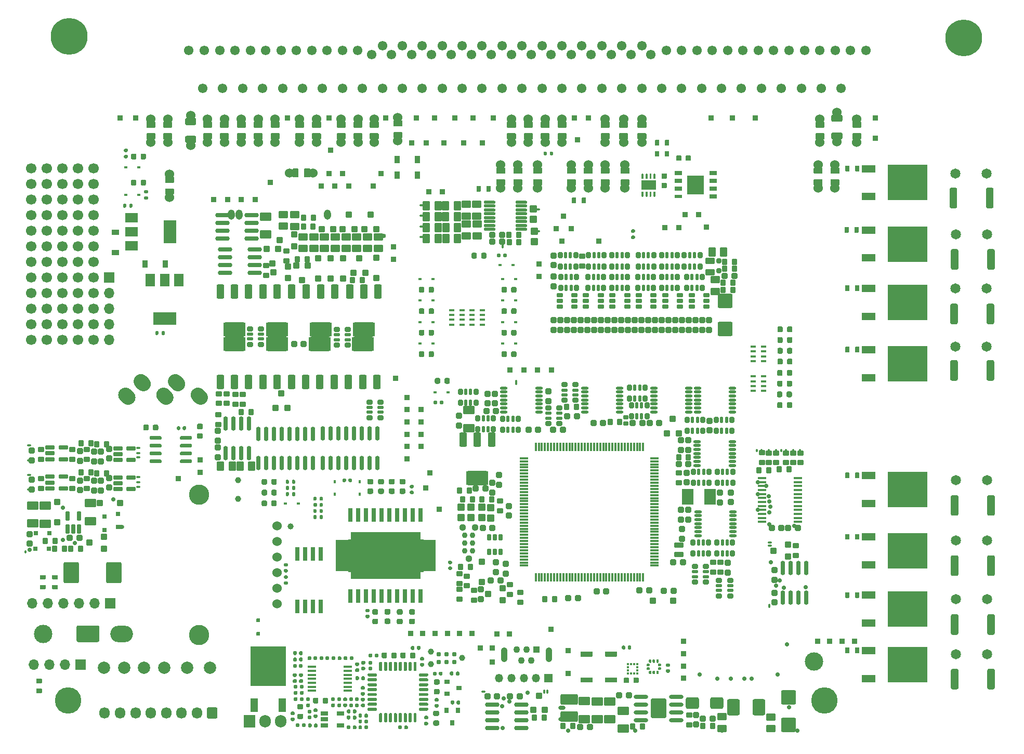
<source format=gts>
G75*
G70*
%OFA0B0*%
%FSLAX25Y25*%
%IPPOS*%
%LPD*%
%AMOC8*
5,1,8,0,0,1.08239X$1,22.5*
%
%AMM13*
21,1,0.076380,0.036220,0.000000,0.000000,0.000000*
21,1,0.061810,0.050790,0.000000,0.000000,0.000000*
1,1,0.014570,0.030910,-0.018110*
1,1,0.014570,-0.030910,-0.018110*
1,1,0.014570,-0.030910,0.018110*
1,1,0.014570,0.030910,0.018110*
%
%AMM14*
21,1,0.038980,0.026770,0.000000,0.000000,180.000000*
21,1,0.026770,0.038980,0.000000,0.000000,180.000000*
1,1,0.012210,-0.013390,0.013390*
1,1,0.012210,0.013390,0.013390*
1,1,0.012210,0.013390,-0.013390*
1,1,0.012210,-0.013390,-0.013390*
%
%AMM142*
21,1,0.040950,0.030320,-0.000000,-0.000000,0.000000*
21,1,0.028350,0.042910,-0.000000,-0.000000,0.000000*
1,1,0.012600,0.014170,-0.015160*
1,1,0.012600,-0.014170,-0.015160*
1,1,0.012600,-0.014170,0.015160*
1,1,0.012600,0.014170,0.015160*
%
%AMM143*
21,1,0.038980,0.026770,-0.000000,-0.000000,180.000000*
21,1,0.026770,0.038980,-0.000000,-0.000000,180.000000*
1,1,0.012210,-0.013390,0.013390*
1,1,0.012210,0.013390,0.013390*
1,1,0.012210,0.013390,-0.013390*
1,1,0.012210,-0.013390,-0.013390*
%
%AMM144*
21,1,0.033070,0.030710,-0.000000,-0.000000,0.000000*
21,1,0.022050,0.041730,-0.000000,-0.000000,0.000000*
1,1,0.011020,0.011020,-0.015350*
1,1,0.011020,-0.011020,-0.015350*
1,1,0.011020,-0.011020,0.015350*
1,1,0.011020,0.011020,0.015350*
%
%AMM148*
21,1,0.040950,0.030320,0.000000,-0.000000,90.000000*
21,1,0.028350,0.042910,0.000000,-0.000000,90.000000*
1,1,0.012600,0.015160,0.014170*
1,1,0.012600,0.015160,-0.014170*
1,1,0.012600,-0.015160,-0.014170*
1,1,0.012600,-0.015160,0.014170*
%
%AMM149*
21,1,0.038980,0.026770,0.000000,-0.000000,270.000000*
21,1,0.026770,0.038980,0.000000,-0.000000,270.000000*
1,1,0.012210,-0.013390,-0.013390*
1,1,0.012210,-0.013390,0.013390*
1,1,0.012210,0.013390,0.013390*
1,1,0.012210,0.013390,-0.013390*
%
%AMM15*
21,1,0.040950,0.030320,0.000000,0.000000,90.000000*
21,1,0.028350,0.042910,0.000000,0.000000,90.000000*
1,1,0.012600,0.015160,0.014170*
1,1,0.012600,0.015160,-0.014170*
1,1,0.012600,-0.015160,-0.014170*
1,1,0.012600,-0.015160,0.014170*
%
%AMM150*
21,1,0.033070,0.030710,0.000000,-0.000000,90.000000*
21,1,0.022050,0.041730,0.000000,-0.000000,90.000000*
1,1,0.011020,0.015350,0.011020*
1,1,0.011020,0.015350,-0.011020*
1,1,0.011020,-0.015350,-0.011020*
1,1,0.011020,-0.015350,0.011020*
%
%AMM16*
21,1,0.027170,0.052760,0.000000,0.000000,0.000000*
21,1,0.017320,0.062600,0.000000,0.000000,0.000000*
1,1,0.009840,0.008660,-0.026380*
1,1,0.009840,-0.008660,-0.026380*
1,1,0.009840,-0.008660,0.026380*
1,1,0.009840,0.008660,0.026380*
%
%AMM17*
21,1,0.100000,0.111020,0.000000,0.000000,180.000000*
21,1,0.075590,0.135430,0.000000,0.000000,180.000000*
1,1,0.024410,-0.037800,0.055510*
1,1,0.024410,0.037800,0.055510*
1,1,0.024410,0.037800,-0.055510*
1,1,0.024410,-0.037800,-0.055510*
%
%AMM18*
21,1,0.029130,0.018900,0.000000,0.000000,270.000000*
21,1,0.018900,0.029130,0.000000,0.000000,270.000000*
1,1,0.010240,-0.009450,-0.009450*
1,1,0.010240,-0.009450,0.009450*
1,1,0.010240,0.009450,0.009450*
1,1,0.010240,0.009450,-0.009450*
%
%AMM181*
21,1,0.044880,0.049210,-0.000000,-0.000000,270.000000*
21,1,0.031500,0.062600,-0.000000,-0.000000,270.000000*
1,1,0.013390,-0.024610,-0.015750*
1,1,0.013390,-0.024610,0.015750*
1,1,0.013390,0.024610,0.015750*
1,1,0.013390,0.024610,-0.015750*
%
%AMM182*
21,1,0.111810,0.050390,-0.000000,-0.000000,180.000000*
21,1,0.093700,0.068500,-0.000000,-0.000000,180.000000*
1,1,0.018110,-0.046850,0.025200*
1,1,0.018110,0.046850,0.025200*
1,1,0.018110,0.046850,-0.025200*
1,1,0.018110,-0.046850,-0.025200*
%
%AMM183*
21,1,0.080320,0.083460,-0.000000,-0.000000,0.000000*
21,1,0.059840,0.103940,-0.000000,-0.000000,0.000000*
1,1,0.020470,0.029920,-0.041730*
1,1,0.020470,-0.029920,-0.041730*
1,1,0.020470,-0.029920,0.041730*
1,1,0.020470,0.029920,0.041730*
%
%AMM184*
21,1,0.038980,0.026770,-0.000000,-0.000000,0.000000*
21,1,0.026770,0.038980,-0.000000,-0.000000,0.000000*
1,1,0.012210,0.013390,-0.013390*
1,1,0.012210,-0.013390,-0.013390*
1,1,0.012210,-0.013390,0.013390*
1,1,0.012210,0.013390,0.013390*
%
%AMM185*
21,1,0.038980,0.026770,-0.000000,-0.000000,90.000000*
21,1,0.026770,0.038980,-0.000000,-0.000000,90.000000*
1,1,0.012210,0.013390,0.013390*
1,1,0.012210,0.013390,-0.013390*
1,1,0.012210,-0.013390,-0.013390*
1,1,0.012210,-0.013390,0.013390*
%
%AMM186*
21,1,0.127560,0.075590,-0.000000,-0.000000,90.000000*
21,1,0.103150,0.100000,-0.000000,-0.000000,90.000000*
1,1,0.024410,0.037800,0.051580*
1,1,0.024410,0.037800,-0.051580*
1,1,0.024410,-0.037800,-0.051580*
1,1,0.024410,-0.037800,0.051580*
%
%AMM187*
21,1,0.084250,0.053540,-0.000000,-0.000000,0.000000*
21,1,0.065350,0.072440,-0.000000,-0.000000,0.000000*
1,1,0.018900,0.032680,-0.026770*
1,1,0.018900,-0.032680,-0.026770*
1,1,0.018900,-0.032680,0.026770*
1,1,0.018900,0.032680,0.026770*
%
%AMM188*
21,1,0.076380,0.036220,-0.000000,-0.000000,0.000000*
21,1,0.061810,0.050790,-0.000000,-0.000000,0.000000*
1,1,0.014570,0.030910,-0.018110*
1,1,0.014570,-0.030910,-0.018110*
1,1,0.014570,-0.030910,0.018110*
1,1,0.014570,0.030910,0.018110*
%
%AMM189*
21,1,0.092130,0.073230,-0.000000,-0.000000,270.000000*
21,1,0.069290,0.096060,-0.000000,-0.000000,270.000000*
1,1,0.022840,-0.036610,-0.034650*
1,1,0.022840,-0.036610,0.034650*
1,1,0.022840,0.036610,0.034650*
1,1,0.022840,0.036610,-0.034650*
%
%AMM19*
21,1,0.041340,0.026770,0.000000,0.000000,0.000000*
21,1,0.029130,0.038980,0.000000,0.000000,0.000000*
1,1,0.012210,0.014570,-0.013390*
1,1,0.012210,-0.014570,-0.013390*
1,1,0.012210,-0.014570,0.013390*
1,1,0.012210,0.014570,0.013390*
%
%AMM190*
21,1,0.033070,0.030710,-0.000000,-0.000000,270.000000*
21,1,0.022050,0.041730,-0.000000,-0.000000,270.000000*
1,1,0.011020,-0.015350,-0.011020*
1,1,0.011020,-0.015350,0.011020*
1,1,0.011020,0.015350,0.011020*
1,1,0.011020,0.015350,-0.011020*
%
%AMM197*
21,1,0.044880,0.049210,-0.000000,-0.000000,180.000000*
21,1,0.031500,0.062600,-0.000000,-0.000000,180.000000*
1,1,0.013390,-0.015750,0.024610*
1,1,0.013390,0.015750,0.024610*
1,1,0.013390,0.015750,-0.024610*
1,1,0.013390,-0.015750,-0.024610*
%
%AMM198*
21,1,0.044880,0.035430,-0.000000,-0.000000,90.000000*
21,1,0.031500,0.048820,-0.000000,-0.000000,90.000000*
1,1,0.013390,0.017720,0.015750*
1,1,0.013390,0.017720,-0.015750*
1,1,0.013390,-0.017720,-0.015750*
1,1,0.013390,-0.017720,0.015750*
%
%AMM20*
21,1,0.029130,0.018900,0.000000,0.000000,180.000000*
21,1,0.018900,0.029130,0.000000,0.000000,180.000000*
1,1,0.010240,-0.009450,0.009450*
1,1,0.010240,0.009450,0.009450*
1,1,0.010240,0.009450,-0.009450*
1,1,0.010240,-0.009450,-0.009450*
%
%AMM21*
21,1,0.033070,0.030710,0.000000,0.000000,0.000000*
21,1,0.022050,0.041730,0.000000,0.000000,0.000000*
1,1,0.011020,0.011020,-0.015350*
1,1,0.011020,-0.011020,-0.015350*
1,1,0.011020,-0.011020,0.015350*
1,1,0.011020,0.011020,0.015350*
%
%AMM22*
21,1,0.038980,0.026770,0.000000,0.000000,90.000000*
21,1,0.026770,0.038980,0.000000,0.000000,90.000000*
1,1,0.012210,0.013390,0.013390*
1,1,0.012210,0.013390,-0.013390*
1,1,0.012210,-0.013390,-0.013390*
1,1,0.012210,-0.013390,0.013390*
%
%AMM23*
21,1,0.041340,0.026770,0.000000,0.000000,90.000000*
21,1,0.029130,0.038980,0.000000,0.000000,90.000000*
1,1,0.012210,0.013390,0.014570*
1,1,0.012210,0.013390,-0.014570*
1,1,0.012210,-0.013390,-0.014570*
1,1,0.012210,-0.013390,0.014570*
%
%AMM230*
21,1,0.040950,0.050000,-0.000000,-0.000000,90.000000*
21,1,0.028350,0.062600,-0.000000,-0.000000,90.000000*
1,1,0.012600,0.025000,0.014170*
1,1,0.012600,0.025000,-0.014170*
1,1,0.012600,-0.025000,-0.014170*
1,1,0.012600,-0.025000,0.014170*
%
%AMM231*
21,1,0.092130,0.073230,-0.000000,-0.000000,90.000000*
21,1,0.069290,0.096060,-0.000000,-0.000000,90.000000*
1,1,0.022840,0.036610,0.034650*
1,1,0.022840,0.036610,-0.034650*
1,1,0.022840,-0.036610,-0.034650*
1,1,0.022840,-0.036610,0.034650*
%
%AMM232*
21,1,0.044880,0.049210,-0.000000,-0.000000,0.000000*
21,1,0.031500,0.062600,-0.000000,-0.000000,0.000000*
1,1,0.013390,0.015750,-0.024610*
1,1,0.013390,-0.015750,-0.024610*
1,1,0.013390,-0.015750,0.024610*
1,1,0.013390,0.015750,0.024610*
%
%AMM233*
21,1,0.029130,0.030710,-0.000000,-0.000000,270.000000*
21,1,0.018900,0.040950,-0.000000,-0.000000,270.000000*
1,1,0.010240,-0.015350,-0.009450*
1,1,0.010240,-0.015350,0.009450*
1,1,0.010240,0.015350,0.009450*
1,1,0.010240,0.015350,-0.009450*
%
%AMM234*
21,1,0.031100,0.026380,-0.000000,-0.000000,180.000000*
21,1,0.020470,0.037010,-0.000000,-0.000000,180.000000*
1,1,0.010630,-0.010240,0.013190*
1,1,0.010630,0.010240,0.013190*
1,1,0.010630,0.010240,-0.013190*
1,1,0.010630,-0.010240,-0.013190*
%
%AMM235*
21,1,0.023230,0.027950,-0.000000,-0.000000,180.000000*
21,1,0.014170,0.037010,-0.000000,-0.000000,180.000000*
1,1,0.009060,-0.007090,0.013980*
1,1,0.009060,0.007090,0.013980*
1,1,0.009060,0.007090,-0.013980*
1,1,0.009060,-0.007090,-0.013980*
%
%AMM236*
21,1,0.033070,0.030710,-0.000000,-0.000000,180.000000*
21,1,0.022050,0.041730,-0.000000,-0.000000,180.000000*
1,1,0.011020,-0.011020,0.015350*
1,1,0.011020,0.011020,0.015350*
1,1,0.011020,0.011020,-0.015350*
1,1,0.011020,-0.011020,-0.015350*
%
%AMM275*
21,1,0.040950,0.030320,-0.000000,-0.000000,90.000000*
21,1,0.028350,0.042910,-0.000000,-0.000000,90.000000*
1,1,0.012600,0.015160,0.014170*
1,1,0.012600,0.015160,-0.014170*
1,1,0.012600,-0.015160,-0.014170*
1,1,0.012600,-0.015160,0.014170*
%
%AMM276*
21,1,0.040950,0.030320,-0.000000,-0.000000,180.000000*
21,1,0.028350,0.042910,-0.000000,-0.000000,180.000000*
1,1,0.012600,-0.014170,0.015160*
1,1,0.012600,0.014170,0.015160*
1,1,0.012600,0.014170,-0.015160*
1,1,0.012600,-0.014170,-0.015160*
%
%AMM277*
21,1,0.076380,0.036220,-0.000000,-0.000000,180.000000*
21,1,0.061810,0.050790,-0.000000,-0.000000,180.000000*
1,1,0.014570,-0.030910,0.018110*
1,1,0.014570,0.030910,0.018110*
1,1,0.014570,0.030910,-0.018110*
1,1,0.014570,-0.030910,-0.018110*
%
%AMM278*
21,1,0.048820,0.075980,-0.000000,-0.000000,0.000000*
21,1,0.034650,0.090160,-0.000000,-0.000000,0.000000*
1,1,0.014170,0.017320,-0.037990*
1,1,0.014170,-0.017320,-0.037990*
1,1,0.014170,-0.017320,0.037990*
1,1,0.014170,0.017320,0.037990*
%
%AMM279*
21,1,0.048820,0.075990,-0.000000,-0.000000,0.000000*
21,1,0.034650,0.090160,-0.000000,-0.000000,0.000000*
1,1,0.014170,0.017320,-0.037990*
1,1,0.014170,-0.017320,-0.037990*
1,1,0.014170,-0.017320,0.037990*
1,1,0.014170,0.017320,0.037990*
%
%AMM280*
21,1,0.143310,0.067720,-0.000000,-0.000000,0.000000*
21,1,0.120870,0.090160,-0.000000,-0.000000,0.000000*
1,1,0.022440,0.060430,-0.033860*
1,1,0.022440,-0.060430,-0.033860*
1,1,0.022440,-0.060430,0.033860*
1,1,0.022440,0.060430,0.033860*
%
%AMM281*
21,1,0.031100,0.026380,-0.000000,-0.000000,270.000000*
21,1,0.020470,0.037010,-0.000000,-0.000000,270.000000*
1,1,0.010630,-0.013190,-0.010240*
1,1,0.010630,-0.013190,0.010240*
1,1,0.010630,0.013190,0.010240*
1,1,0.010630,0.013190,-0.010240*
%
%AMM282*
21,1,0.023230,0.027950,-0.000000,-0.000000,270.000000*
21,1,0.014170,0.037010,-0.000000,-0.000000,270.000000*
1,1,0.009060,-0.013980,-0.007090*
1,1,0.009060,-0.013980,0.007090*
1,1,0.009060,0.013980,0.007090*
1,1,0.009060,0.013980,-0.007090*
%
%AMM283*
21,1,0.041340,0.026770,-0.000000,-0.000000,270.000000*
21,1,0.029130,0.038980,-0.000000,-0.000000,270.000000*
1,1,0.012210,-0.013390,-0.014570*
1,1,0.012210,-0.013390,0.014570*
1,1,0.012210,0.013390,0.014570*
1,1,0.012210,0.013390,-0.014570*
%
%AMM29*
21,1,0.033070,0.030710,0.000000,0.000000,180.000000*
21,1,0.022050,0.041730,0.000000,0.000000,180.000000*
1,1,0.011020,-0.011020,0.015350*
1,1,0.011020,0.011020,0.015350*
1,1,0.011020,0.011020,-0.015350*
1,1,0.011020,-0.011020,-0.015350*
%
%AMM290*
21,1,0.033070,0.030710,-0.000000,-0.000000,90.000000*
21,1,0.022050,0.041730,-0.000000,-0.000000,90.000000*
1,1,0.011020,0.015350,0.011020*
1,1,0.011020,0.015350,-0.011020*
1,1,0.011020,-0.015350,-0.011020*
1,1,0.011020,-0.015350,0.011020*
%
%AMM350*
21,1,0.038980,0.026770,-0.000000,-0.000000,270.000000*
21,1,0.026770,0.038980,-0.000000,-0.000000,270.000000*
1,1,0.012210,-0.013390,-0.013390*
1,1,0.012210,-0.013390,0.013390*
1,1,0.012210,0.013390,0.013390*
1,1,0.012210,0.013390,-0.013390*
%
%AMM351*
21,1,0.015350,0.017720,-0.000000,-0.000000,0.000000*
21,1,0.000000,0.033070,-0.000000,-0.000000,0.000000*
1,1,0.015350,-0.000000,-0.008860*
1,1,0.015350,-0.000000,-0.008860*
1,1,0.015350,-0.000000,0.008860*
1,1,0.015350,-0.000000,0.008860*
%
%AMM352*
21,1,0.029130,0.030710,-0.000000,-0.000000,0.000000*
21,1,0.018900,0.040950,-0.000000,-0.000000,0.000000*
1,1,0.010240,0.009450,-0.015350*
1,1,0.010240,-0.009450,-0.015350*
1,1,0.010240,-0.009450,0.015350*
1,1,0.010240,0.009450,0.015350*
%
%AMM353*
21,1,0.033070,0.018900,-0.000000,-0.000000,0.000000*
21,1,0.022840,0.029130,-0.000000,-0.000000,0.000000*
1,1,0.010240,0.011420,-0.009450*
1,1,0.010240,-0.011420,-0.009450*
1,1,0.010240,-0.011420,0.009450*
1,1,0.010240,0.011420,0.009450*
%
%AMM354*
21,1,0.143310,0.067720,-0.000000,-0.000000,180.000000*
21,1,0.120870,0.090160,-0.000000,-0.000000,180.000000*
1,1,0.022440,-0.060430,0.033860*
1,1,0.022440,0.060430,0.033860*
1,1,0.022440,0.060430,-0.033860*
1,1,0.022440,-0.060430,-0.033860*
%
%AMM355*
21,1,0.048820,0.075980,-0.000000,-0.000000,180.000000*
21,1,0.034650,0.090160,-0.000000,-0.000000,180.000000*
1,1,0.014170,-0.017320,0.037990*
1,1,0.014170,0.017320,0.037990*
1,1,0.014170,0.017320,-0.037990*
1,1,0.014170,-0.017320,-0.037990*
%
%AMM356*
21,1,0.048820,0.075990,-0.000000,-0.000000,180.000000*
21,1,0.034650,0.090160,-0.000000,-0.000000,180.000000*
1,1,0.014170,-0.017320,0.037990*
1,1,0.014170,0.017320,0.037990*
1,1,0.014170,0.017320,-0.037990*
1,1,0.014170,-0.017320,-0.037990*
%
%AMM357*
21,1,0.041340,0.026770,-0.000000,-0.000000,90.000000*
21,1,0.029130,0.038980,-0.000000,-0.000000,90.000000*
1,1,0.012210,0.013390,0.014570*
1,1,0.012210,0.013390,-0.014570*
1,1,0.012210,-0.013390,-0.014570*
1,1,0.012210,-0.013390,0.014570*
%
%AMM358*
21,1,0.031100,0.026380,-0.000000,-0.000000,90.000000*
21,1,0.020470,0.037010,-0.000000,-0.000000,90.000000*
1,1,0.010630,0.013190,0.010240*
1,1,0.010630,0.013190,-0.010240*
1,1,0.010630,-0.013190,-0.010240*
1,1,0.010630,-0.013190,0.010240*
%
%AMM359*
21,1,0.023230,0.027950,-0.000000,-0.000000,90.000000*
21,1,0.014170,0.037010,-0.000000,-0.000000,90.000000*
1,1,0.009060,0.013980,0.007090*
1,1,0.009060,0.013980,-0.007090*
1,1,0.009060,-0.013980,-0.007090*
1,1,0.009060,-0.013980,0.007090*
%
%AMM360*
21,1,0.033070,0.049610,-0.000000,-0.000000,90.000000*
21,1,0.022050,0.060630,-0.000000,-0.000000,90.000000*
1,1,0.011020,0.024800,0.011020*
1,1,0.011020,0.024800,-0.011020*
1,1,0.011020,-0.024800,-0.011020*
1,1,0.011020,-0.024800,0.011020*
%
%AMM361*
21,1,0.041340,0.026770,-0.000000,-0.000000,0.000000*
21,1,0.029130,0.038980,-0.000000,-0.000000,0.000000*
1,1,0.012210,0.014570,-0.013390*
1,1,0.012210,-0.014570,-0.013390*
1,1,0.012210,-0.014570,0.013390*
1,1,0.012210,0.014570,0.013390*
%
%AMM42*
21,1,0.038980,0.026770,0.000000,0.000000,270.000000*
21,1,0.026770,0.038980,0.000000,0.000000,270.000000*
1,1,0.012210,-0.013390,-0.013390*
1,1,0.012210,-0.013390,0.013390*
1,1,0.012210,0.013390,0.013390*
1,1,0.012210,0.013390,-0.013390*
%
%AMM73*
21,1,0.027170,0.052760,0.000000,0.000000,270.000000*
21,1,0.017320,0.062600,0.000000,0.000000,270.000000*
1,1,0.009840,-0.026380,-0.008660*
1,1,0.009840,-0.026380,0.008660*
1,1,0.009840,0.026380,0.008660*
1,1,0.009840,0.026380,-0.008660*
%
%AMM74*
21,1,0.033070,0.030710,0.000000,0.000000,270.000000*
21,1,0.022050,0.041730,0.000000,0.000000,270.000000*
1,1,0.011020,-0.015350,-0.011020*
1,1,0.011020,-0.015350,0.011020*
1,1,0.011020,0.015350,0.011020*
1,1,0.011020,0.015350,-0.011020*
%
%ADD100R,0.07874X0.14961*%
%ADD101R,0.01772X0.02362*%
%ADD102R,0.04724X0.03543*%
%ADD108C,0.00039*%
%ADD109C,0.16929*%
%ADD11C,0.23622*%
%ADD12C,0.06102*%
%ADD13C,0.06000*%
%ADD14R,0.08661X0.04724*%
%ADD15R,0.25197X0.22835*%
%ADD159M13*%
%ADD16R,0.06693X0.06693*%
%ADD160M14*%
%ADD161M15*%
%ADD162M16*%
%ADD163O,0.04488X0.02520*%
%ADD164O,0.01339X0.02520*%
%ADD165M17*%
%ADD166M18*%
%ADD167M19*%
%ADD168M20*%
%ADD169M21*%
%ADD17O,0.06693X0.06693*%
%ADD170M22*%
%ADD171M23*%
%ADD172C,0.02913*%
%ADD179O,0.02520X0.01535*%
%ADD18R,0.02520X0.08504*%
%ADD180O,0.01535X0.02520*%
%ADD182O,0.09213X0.02913*%
%ADD184M29*%
%ADD185R,0.04724X0.08661*%
%ADD186R,0.22835X0.25197*%
%ADD187R,0.03543X0.03150*%
%ADD188R,0.05709X0.01772*%
%ADD189R,0.04803X0.02559*%
%ADD19C,0.06496*%
%ADD190R,0.03150X0.03543*%
%ADD191C,0.03100*%
%ADD192R,0.07500X0.07874*%
%ADD193O,0.07500X0.07874*%
%ADD195C,0.03900*%
%ADD20R,0.02362X0.01772*%
%ADD21R,0.03346X0.03346*%
%ADD214M42*%
%ADD215O,0.09213X0.02520*%
%ADD22R,0.03543X0.04724*%
%ADD221O,0.02520X0.04488*%
%ADD225O,0.07638X0.01929*%
%ADD23R,0.05315X0.05315*%
%ADD24O,0.05315X0.05315*%
%ADD240C,0.03701*%
%ADD25C,0.11811*%
%ADD251M73*%
%ADD252M74*%
%ADD26C,0.06693*%
%ADD266O,0.04488X0.06457*%
%ADD267O,0.03701X0.02913*%
%ADD27R,0.03543X0.01575*%
%ADD273O,0.02913X0.09213*%
%ADD28C,0.07874*%
%ADD283O,0.01339X0.02126*%
%ADD284O,0.05512X0.01535*%
%ADD29C,0.03937*%
%ADD30R,0.03150X0.08661*%
%ADD31R,0.08000X0.20000*%
%ADD313O,0.05669X0.01417*%
%ADD314O,0.01417X0.05669*%
%ADD319O,0.04882X0.01732*%
%ADD32C,0.05118*%
%ADD320R,0.07244X0.10000*%
%ADD324C,0.03651*%
%ADD327C,0.04451*%
%ADD33R,0.45000X0.30000*%
%ADD349M142*%
%ADD350M143*%
%ADD351M144*%
%ADD355M148*%
%ADD356M149*%
%ADD357M150*%
%ADD37O,0.01969X0.00984*%
%ADD39O,0.00984X0.01969*%
%ADD40C,0.02362*%
%ADD409M181*%
%ADD41R,0.01378X0.01476*%
%ADD410M182*%
%ADD411M183*%
%ADD412M184*%
%ADD413M185*%
%ADD414M186*%
%ADD415M187*%
%ADD416M188*%
%ADD417M189*%
%ADD418M190*%
%ADD42R,0.01476X0.01378*%
%ADD431M197*%
%ADD432M198*%
%ADD464M230*%
%ADD465M231*%
%ADD466M232*%
%ADD467M233*%
%ADD468M234*%
%ADD469M235*%
%ADD47O,0.14567X0.10630*%
%ADD470M236*%
%ADD524M275*%
%ADD525M276*%
%ADD526M277*%
%ADD527M278*%
%ADD528M279*%
%ADD529M280*%
%ADD530M281*%
%ADD531M282*%
%ADD532M283*%
%ADD543M290*%
%ADD59O,0.03937X0.01969*%
%ADD607M350*%
%ADD608M351*%
%ADD609M352*%
%ADD610M353*%
%ADD611M354*%
%ADD612M355*%
%ADD613M356*%
%ADD614M357*%
%ADD615M358*%
%ADD616M359*%
%ADD617M360*%
%ADD618M361*%
%ADD63O,0.06693X0.07283*%
%ADD64R,0.05157X0.02559*%
%ADD65R,0.05157X0.02362*%
%ADD66R,0.05217X0.05906*%
%ADD67R,0.04331X0.04331*%
%ADD68C,0.04331*%
%ADD69O,0.04331X0.09449*%
%ADD70C,0.13000*%
%ADD80O,0.03937X0.05906*%
%ADD81O,0.03150X0.02362*%
%ADD82R,0.09449X0.06299*%
%ADD85O,0.00787X0.01969*%
%ADD92O,0.00787X0.01575*%
%ADD93R,0.05906X0.07874*%
%ADD94R,0.14961X0.07874*%
%ADD99R,0.07874X0.05906*%
X0000000Y0000000D02*
%LPD*%
G01*
D108*
X0210554Y0104847D02*
X0208977Y0104847D01*
X0208977Y0125658D01*
X0210554Y0125658D01*
X0210554Y0104847D01*
G36*
X0210554Y0104847D02*
G01*
X0208977Y0104847D01*
X0208977Y0125658D01*
X0210554Y0125658D01*
X0210554Y0104847D01*
G37*
X0257025Y0104847D02*
X0255377Y0104847D01*
X0255377Y0125668D01*
X0257025Y0125668D01*
X0257025Y0104847D01*
G36*
X0257025Y0104847D02*
G01*
X0255377Y0104847D01*
X0255377Y0125668D01*
X0257025Y0125668D01*
X0257025Y0104847D01*
G37*
D11*
X0030050Y0448253D03*
X0603711Y0447268D03*
D12*
X0106861Y0439394D03*
X0126546Y0439394D03*
X0146231Y0439394D03*
X0165916Y0439394D03*
X0185601Y0439394D03*
X0205286Y0439394D03*
X0223987Y0436442D03*
X0236782Y0436442D03*
X0249577Y0436442D03*
X0262373Y0436442D03*
X0275168Y0436442D03*
X0287963Y0436442D03*
X0300758Y0436442D03*
X0313554Y0436442D03*
X0326349Y0436442D03*
X0339144Y0436442D03*
X0351940Y0436442D03*
X0364735Y0436442D03*
X0377530Y0436442D03*
X0390325Y0436442D03*
X0403121Y0436442D03*
X0422806Y0439394D03*
X0442491Y0439394D03*
X0462176Y0439394D03*
X0481861Y0439394D03*
X0501546Y0439394D03*
X0521231Y0439394D03*
X0540916Y0439394D03*
X0116703Y0439394D03*
X0136388Y0439394D03*
X0156073Y0439394D03*
X0175758Y0439394D03*
X0195444Y0439394D03*
X0215129Y0439394D03*
X0230877Y0442347D03*
X0243672Y0442347D03*
X0256467Y0442347D03*
X0269262Y0442347D03*
X0282058Y0442347D03*
X0294853Y0442347D03*
X0307648Y0442347D03*
X0320444Y0442347D03*
X0333239Y0442347D03*
X0346034Y0442347D03*
X0358829Y0442347D03*
X0371625Y0442347D03*
X0384420Y0442347D03*
X0397215Y0442347D03*
X0412963Y0439394D03*
X0432648Y0439394D03*
X0452333Y0439394D03*
X0472018Y0439394D03*
X0491703Y0439394D03*
X0511388Y0439394D03*
X0531073Y0439394D03*
X0115719Y0414788D03*
X0128514Y0414788D03*
X0141310Y0414788D03*
X0154105Y0414788D03*
X0166900Y0414788D03*
X0179695Y0414788D03*
X0192491Y0414788D03*
X0205286Y0414788D03*
X0218081Y0414788D03*
X0230877Y0414788D03*
X0243672Y0414788D03*
X0256467Y0414788D03*
X0269262Y0414788D03*
X0282058Y0414788D03*
X0294853Y0414788D03*
X0307648Y0414788D03*
X0320444Y0414788D03*
X0333239Y0414788D03*
X0346034Y0414788D03*
X0358829Y0414788D03*
X0371625Y0414788D03*
X0384420Y0414788D03*
X0397215Y0414788D03*
X0410010Y0414788D03*
X0422806Y0414788D03*
X0435601Y0414788D03*
X0448396Y0414788D03*
X0461192Y0414788D03*
X0473987Y0414788D03*
X0486782Y0414788D03*
X0499577Y0414788D03*
X0512373Y0414788D03*
X0525168Y0414788D03*
D13*
X0082387Y0395385D03*
G36*
G01*
X0079926Y0393593D02*
X0084847Y0393593D01*
G75*
G02*
X0085241Y0393200I0000000J-000394D01*
G01*
X0085241Y0390050D01*
G75*
G02*
X0084847Y0389656I-000394J0000000D01*
G01*
X0079926Y0389656D01*
G75*
G02*
X0079532Y0390050I0000000J0000394D01*
G01*
X0079532Y0393200D01*
G75*
G02*
X0079926Y0393593I0000394J0000000D01*
G01*
G37*
G36*
G01*
X0079926Y0386113D02*
X0084847Y0386113D01*
G75*
G02*
X0085241Y0385719I0000000J-000394D01*
G01*
X0085241Y0382570D01*
G75*
G02*
X0084847Y0382176I-000394J0000000D01*
G01*
X0079926Y0382176D01*
G75*
G02*
X0079532Y0382570I0000000J0000394D01*
G01*
X0079532Y0385719D01*
G75*
G02*
X0079926Y0386113I0000394J0000000D01*
G01*
G37*
X0082387Y0380385D03*
X0118804Y0395385D03*
G36*
G01*
X0116344Y0393593D02*
X0121265Y0393593D01*
G75*
G02*
X0121658Y0393200I0000000J-000394D01*
G01*
X0121658Y0390050D01*
G75*
G02*
X0121265Y0389656I-000394J0000000D01*
G01*
X0116344Y0389656D01*
G75*
G02*
X0115950Y0390050I0000000J0000394D01*
G01*
X0115950Y0393200D01*
G75*
G02*
X0116344Y0393593I0000394J0000000D01*
G01*
G37*
G36*
G01*
X0116344Y0386113D02*
X0121265Y0386113D01*
G75*
G02*
X0121658Y0385719I0000000J-000394D01*
G01*
X0121658Y0382570D01*
G75*
G02*
X0121265Y0382176I-000394J0000000D01*
G01*
X0116344Y0382176D01*
G75*
G02*
X0115950Y0382570I0000000J0000394D01*
G01*
X0115950Y0385719D01*
G75*
G02*
X0116344Y0386113I0000394J0000000D01*
G01*
G37*
X0118804Y0380385D03*
X0140458Y0395385D03*
G36*
G01*
X0137997Y0393593D02*
X0142918Y0393593D01*
G75*
G02*
X0143312Y0393200I0000000J-000394D01*
G01*
X0143312Y0390050D01*
G75*
G02*
X0142918Y0389656I-000394J0000000D01*
G01*
X0137997Y0389656D01*
G75*
G02*
X0137603Y0390050I0000000J0000394D01*
G01*
X0137603Y0393200D01*
G75*
G02*
X0137997Y0393593I0000394J0000000D01*
G01*
G37*
G36*
G01*
X0137997Y0386113D02*
X0142918Y0386113D01*
G75*
G02*
X0143312Y0385719I0000000J-000394D01*
G01*
X0143312Y0382570D01*
G75*
G02*
X0142918Y0382176I-000394J0000000D01*
G01*
X0137997Y0382176D01*
G75*
G02*
X0137603Y0382570I0000000J0000394D01*
G01*
X0137603Y0385719D01*
G75*
G02*
X0137997Y0386113I0000394J0000000D01*
G01*
G37*
X0140458Y0380385D03*
X0177859Y0395385D03*
G36*
G01*
X0175399Y0393593D02*
X0180320Y0393593D01*
G75*
G02*
X0180714Y0393200I0000000J-000394D01*
G01*
X0180714Y0390050D01*
G75*
G02*
X0180320Y0389656I-000394J0000000D01*
G01*
X0175399Y0389656D01*
G75*
G02*
X0175005Y0390050I0000000J0000394D01*
G01*
X0175005Y0393200D01*
G75*
G02*
X0175399Y0393593I0000394J0000000D01*
G01*
G37*
G36*
G01*
X0175399Y0386113D02*
X0180320Y0386113D01*
G75*
G02*
X0180714Y0385719I0000000J-000394D01*
G01*
X0180714Y0382570D01*
G75*
G02*
X0180320Y0382176I-000394J0000000D01*
G01*
X0175399Y0382176D01*
G75*
G02*
X0175005Y0382570I0000000J0000394D01*
G01*
X0175005Y0385719D01*
G75*
G02*
X0175399Y0386113I0000394J0000000D01*
G01*
G37*
X0177859Y0380385D03*
X0204434Y0395385D03*
G36*
G01*
X0201973Y0393593D02*
X0206895Y0393593D01*
G75*
G02*
X0207288Y0393200I0000000J-000394D01*
G01*
X0207288Y0390050D01*
G75*
G02*
X0206895Y0389656I-000394J0000000D01*
G01*
X0201973Y0389656D01*
G75*
G02*
X0201580Y0390050I0000000J0000394D01*
G01*
X0201580Y0393200D01*
G75*
G02*
X0201973Y0393593I0000394J0000000D01*
G01*
G37*
G36*
G01*
X0201973Y0386113D02*
X0206895Y0386113D01*
G75*
G02*
X0207288Y0385719I0000000J-000394D01*
G01*
X0207288Y0382570D01*
G75*
G02*
X0206895Y0382176I-000394J0000000D01*
G01*
X0201973Y0382176D01*
G75*
G02*
X0201580Y0382570I0000000J0000394D01*
G01*
X0201580Y0385719D01*
G75*
G02*
X0201973Y0386113I0000394J0000000D01*
G01*
G37*
X0204434Y0380385D03*
X0335340Y0395385D03*
G36*
G01*
X0332879Y0393593D02*
X0337800Y0393593D01*
G75*
G02*
X0338194Y0393200I0000000J-000394D01*
G01*
X0338194Y0390050D01*
G75*
G02*
X0337800Y0389656I-000394J0000000D01*
G01*
X0332879Y0389656D01*
G75*
G02*
X0332485Y0390050I0000000J0000394D01*
G01*
X0332485Y0393200D01*
G75*
G02*
X0332879Y0393593I0000394J0000000D01*
G01*
G37*
G36*
G01*
X0332879Y0386113D02*
X0337800Y0386113D01*
G75*
G02*
X0338194Y0385719I0000000J-000394D01*
G01*
X0338194Y0382570D01*
G75*
G02*
X0337800Y0382176I-000394J0000000D01*
G01*
X0332879Y0382176D01*
G75*
G02*
X0332485Y0382570I0000000J0000394D01*
G01*
X0332485Y0385719D01*
G75*
G02*
X0332879Y0386113I0000394J0000000D01*
G01*
G37*
X0335340Y0380385D03*
X0346166Y0395385D03*
G36*
G01*
X0343706Y0393593D02*
X0348627Y0393593D01*
G75*
G02*
X0349021Y0393200I0000000J-000394D01*
G01*
X0349021Y0390050D01*
G75*
G02*
X0348627Y0389656I-000394J0000000D01*
G01*
X0343706Y0389656D01*
G75*
G02*
X0343312Y0390050I0000000J0000394D01*
G01*
X0343312Y0393200D01*
G75*
G02*
X0343706Y0393593I0000394J0000000D01*
G01*
G37*
G36*
G01*
X0343706Y0386113D02*
X0348627Y0386113D01*
G75*
G02*
X0349021Y0385719I0000000J-000394D01*
G01*
X0349021Y0382570D01*
G75*
G02*
X0348627Y0382176I-000394J0000000D01*
G01*
X0343706Y0382176D01*
G75*
G02*
X0343312Y0382570I0000000J0000394D01*
G01*
X0343312Y0385719D01*
G75*
G02*
X0343706Y0386113I0000394J0000000D01*
G01*
G37*
X0346166Y0380385D03*
X0373725Y0365857D03*
G36*
G01*
X0371265Y0364066D02*
X0376186Y0364066D01*
G75*
G02*
X0376580Y0363672I0000000J-000394D01*
G01*
X0376580Y0360523D01*
G75*
G02*
X0376186Y0360129I-000394J0000000D01*
G01*
X0371265Y0360129D01*
G75*
G02*
X0370871Y0360523I0000000J0000394D01*
G01*
X0370871Y0363672D01*
G75*
G02*
X0371265Y0364066I0000394J0000000D01*
G01*
G37*
G36*
G01*
X0371265Y0356586D02*
X0376186Y0356586D01*
G75*
G02*
X0376580Y0356192I0000000J-000394D01*
G01*
X0376580Y0353042D01*
G75*
G02*
X0376186Y0352649I-000394J0000000D01*
G01*
X0371265Y0352649D01*
G75*
G02*
X0370871Y0353042I0000000J0000394D01*
G01*
X0370871Y0356192D01*
G75*
G02*
X0371265Y0356586I0000394J0000000D01*
G01*
G37*
X0373725Y0350857D03*
X0386521Y0365857D03*
G36*
G01*
X0384060Y0364066D02*
X0388981Y0364066D01*
G75*
G02*
X0389375Y0363672I0000000J-000394D01*
G01*
X0389375Y0360523D01*
G75*
G02*
X0388981Y0360129I-000394J0000000D01*
G01*
X0384060Y0360129D01*
G75*
G02*
X0383666Y0360523I0000000J0000394D01*
G01*
X0383666Y0363672D01*
G75*
G02*
X0384060Y0364066I0000394J0000000D01*
G01*
G37*
G36*
G01*
X0384060Y0356586D02*
X0388981Y0356586D01*
G75*
G02*
X0389375Y0356192I0000000J-000394D01*
G01*
X0389375Y0353042D01*
G75*
G02*
X0388981Y0352649I-000394J0000000D01*
G01*
X0384060Y0352649D01*
G75*
G02*
X0383666Y0353042I0000000J0000394D01*
G01*
X0383666Y0356192D01*
G75*
G02*
X0384060Y0356586I0000394J0000000D01*
G01*
G37*
X0386521Y0350857D03*
X0511521Y0395385D03*
G36*
G01*
X0509060Y0393593D02*
X0513981Y0393593D01*
G75*
G02*
X0514375Y0393200I0000000J-000394D01*
G01*
X0514375Y0390050D01*
G75*
G02*
X0513981Y0389656I-000394J0000000D01*
G01*
X0509060Y0389656D01*
G75*
G02*
X0508666Y0390050I0000000J0000394D01*
G01*
X0508666Y0393200D01*
G75*
G02*
X0509060Y0393593I0000394J0000000D01*
G01*
G37*
G36*
G01*
X0509060Y0386113D02*
X0513981Y0386113D01*
G75*
G02*
X0514375Y0385719I0000000J-000394D01*
G01*
X0514375Y0382570D01*
G75*
G02*
X0513981Y0382176I-000394J0000000D01*
G01*
X0509060Y0382176D01*
G75*
G02*
X0508666Y0382570I0000000J0000394D01*
G01*
X0508666Y0385719D01*
G75*
G02*
X0509060Y0386113I0000394J0000000D01*
G01*
G37*
X0511521Y0380385D03*
X0535143Y0395385D03*
G36*
G01*
X0532682Y0393593D02*
X0537603Y0393593D01*
G75*
G02*
X0537997Y0393200I0000000J-000394D01*
G01*
X0537997Y0390050D01*
G75*
G02*
X0537603Y0389656I-000394J0000000D01*
G01*
X0532682Y0389656D01*
G75*
G02*
X0532288Y0390050I0000000J0000394D01*
G01*
X0532288Y0393200D01*
G75*
G02*
X0532682Y0393593I0000394J0000000D01*
G01*
G37*
G36*
G01*
X0532682Y0386113D02*
X0537603Y0386113D01*
G75*
G02*
X0537997Y0385719I0000000J-000394D01*
G01*
X0537997Y0382570D01*
G75*
G02*
X0537603Y0382176I-000394J0000000D01*
G01*
X0532682Y0382176D01*
G75*
G02*
X0532288Y0382570I0000000J0000394D01*
G01*
X0532288Y0385719D01*
G75*
G02*
X0532682Y0386113I0000394J0000000D01*
G01*
G37*
X0535143Y0380385D03*
X0093214Y0395385D03*
G36*
G01*
X0090753Y0393593D02*
X0095674Y0393593D01*
G75*
G02*
X0096068Y0393200I0000000J-000394D01*
G01*
X0096068Y0390050D01*
G75*
G02*
X0095674Y0389656I-000394J0000000D01*
G01*
X0090753Y0389656D01*
G75*
G02*
X0090359Y0390050I0000000J0000394D01*
G01*
X0090359Y0393200D01*
G75*
G02*
X0090753Y0393593I0000394J0000000D01*
G01*
G37*
G36*
G01*
X0090753Y0386113D02*
X0095674Y0386113D01*
G75*
G02*
X0096068Y0385719I0000000J-000394D01*
G01*
X0096068Y0382570D01*
G75*
G02*
X0095674Y0382176I-000394J0000000D01*
G01*
X0090753Y0382176D01*
G75*
G02*
X0090359Y0382570I0000000J0000394D01*
G01*
X0090359Y0385719D01*
G75*
G02*
X0090753Y0386113I0000394J0000000D01*
G01*
G37*
X0093214Y0380385D03*
X0129631Y0395385D03*
G36*
G01*
X0127170Y0393593D02*
X0132092Y0393593D01*
G75*
G02*
X0132485Y0393200I0000000J-000394D01*
G01*
X0132485Y0390050D01*
G75*
G02*
X0132092Y0389656I-000394J0000000D01*
G01*
X0127170Y0389656D01*
G75*
G02*
X0126777Y0390050I0000000J0000394D01*
G01*
X0126777Y0393200D01*
G75*
G02*
X0127170Y0393593I0000394J0000000D01*
G01*
G37*
G36*
G01*
X0127170Y0386113D02*
X0132092Y0386113D01*
G75*
G02*
X0132485Y0385719I0000000J-000394D01*
G01*
X0132485Y0382570D01*
G75*
G02*
X0132092Y0382176I-000394J0000000D01*
G01*
X0127170Y0382176D01*
G75*
G02*
X0126777Y0382570I0000000J0000394D01*
G01*
X0126777Y0385719D01*
G75*
G02*
X0127170Y0386113I0000394J0000000D01*
G01*
G37*
X0129631Y0380385D03*
X0162111Y0395385D03*
G36*
G01*
X0159651Y0393593D02*
X0164572Y0393593D01*
G75*
G02*
X0164966Y0393200I0000000J-000394D01*
G01*
X0164966Y0390050D01*
G75*
G02*
X0164572Y0389656I-000394J0000000D01*
G01*
X0159651Y0389656D01*
G75*
G02*
X0159257Y0390050I0000000J0000394D01*
G01*
X0159257Y0393200D01*
G75*
G02*
X0159651Y0393593I0000394J0000000D01*
G01*
G37*
G36*
G01*
X0159651Y0386113D02*
X0164572Y0386113D01*
G75*
G02*
X0164966Y0385719I0000000J-000394D01*
G01*
X0164966Y0382570D01*
G75*
G02*
X0164572Y0382176I-000394J0000000D01*
G01*
X0159651Y0382176D01*
G75*
G02*
X0159257Y0382570I0000000J0000394D01*
G01*
X0159257Y0385719D01*
G75*
G02*
X0159651Y0386113I0000394J0000000D01*
G01*
G37*
X0162111Y0380385D03*
X0188686Y0395385D03*
G36*
G01*
X0186225Y0393593D02*
X0191147Y0393593D01*
G75*
G02*
X0191540Y0393200I0000000J-000394D01*
G01*
X0191540Y0390050D01*
G75*
G02*
X0191147Y0389656I-000394J0000000D01*
G01*
X0186225Y0389656D01*
G75*
G02*
X0185832Y0390050I0000000J0000394D01*
G01*
X0185832Y0393200D01*
G75*
G02*
X0186225Y0393593I0000394J0000000D01*
G01*
G37*
G36*
G01*
X0186225Y0386113D02*
X0191147Y0386113D01*
G75*
G02*
X0191540Y0385719I0000000J-000394D01*
G01*
X0191540Y0382570D01*
G75*
G02*
X0191147Y0382176I-000394J0000000D01*
G01*
X0186225Y0382176D01*
G75*
G02*
X0185832Y0382570I0000000J0000394D01*
G01*
X0185832Y0385719D01*
G75*
G02*
X0186225Y0386113I0000394J0000000D01*
G01*
G37*
X0188686Y0380385D03*
X0225694Y0395385D03*
G36*
G01*
X0223233Y0393593D02*
X0228155Y0393593D01*
G75*
G02*
X0228548Y0393200I0000000J-000394D01*
G01*
X0228548Y0390050D01*
G75*
G02*
X0228155Y0389656I-000394J0000000D01*
G01*
X0223233Y0389656D01*
G75*
G02*
X0222840Y0390050I0000000J0000394D01*
G01*
X0222840Y0393200D01*
G75*
G02*
X0223233Y0393593I0000394J0000000D01*
G01*
G37*
G36*
G01*
X0223233Y0386113D02*
X0228155Y0386113D01*
G75*
G02*
X0228548Y0385719I0000000J-000394D01*
G01*
X0228548Y0382570D01*
G75*
G02*
X0228155Y0382176I-000394J0000000D01*
G01*
X0223233Y0382176D01*
G75*
G02*
X0222840Y0382570I0000000J0000394D01*
G01*
X0222840Y0385719D01*
G75*
G02*
X0223233Y0386113I0000394J0000000D01*
G01*
G37*
X0225694Y0380385D03*
X0306796Y0365857D03*
G36*
G01*
X0304336Y0364066D02*
X0309257Y0364066D01*
G75*
G02*
X0309651Y0363672I0000000J-000394D01*
G01*
X0309651Y0360523D01*
G75*
G02*
X0309257Y0360129I-000394J0000000D01*
G01*
X0304336Y0360129D01*
G75*
G02*
X0303942Y0360523I0000000J0000394D01*
G01*
X0303942Y0363672D01*
G75*
G02*
X0304336Y0364066I0000394J0000000D01*
G01*
G37*
G36*
G01*
X0304336Y0356586D02*
X0309257Y0356586D01*
G75*
G02*
X0309651Y0356192I0000000J-000394D01*
G01*
X0309651Y0353042D01*
G75*
G02*
X0309257Y0352649I-000394J0000000D01*
G01*
X0304336Y0352649D01*
G75*
G02*
X0303942Y0353042I0000000J0000394D01*
G01*
X0303942Y0356192D01*
G75*
G02*
X0304336Y0356586I0000394J0000000D01*
G01*
G37*
X0306796Y0350857D03*
X0317820Y0365857D03*
G36*
G01*
X0315359Y0364066D02*
X0320281Y0364066D01*
G75*
G02*
X0320674Y0363672I0000000J-000394D01*
G01*
X0320674Y0360523D01*
G75*
G02*
X0320281Y0360129I-000394J0000000D01*
G01*
X0315359Y0360129D01*
G75*
G02*
X0314966Y0360523I0000000J0000394D01*
G01*
X0314966Y0363672D01*
G75*
G02*
X0315359Y0364066I0000394J0000000D01*
G01*
G37*
G36*
G01*
X0315359Y0356586D02*
X0320281Y0356586D01*
G75*
G02*
X0320674Y0356192I0000000J-000394D01*
G01*
X0320674Y0353042D01*
G75*
G02*
X0320281Y0352649I-000394J0000000D01*
G01*
X0315359Y0352649D01*
G75*
G02*
X0314966Y0353042I0000000J0000394D01*
G01*
X0314966Y0356192D01*
G75*
G02*
X0315359Y0356586I0000394J0000000D01*
G01*
G37*
X0317820Y0350857D03*
X0324513Y0395385D03*
G36*
G01*
X0322052Y0393593D02*
X0326973Y0393593D01*
G75*
G02*
X0327367Y0393200I0000000J-000394D01*
G01*
X0327367Y0390050D01*
G75*
G02*
X0326973Y0389656I-000394J0000000D01*
G01*
X0322052Y0389656D01*
G75*
G02*
X0321658Y0390050I0000000J0000394D01*
G01*
X0321658Y0393200D01*
G75*
G02*
X0322052Y0393593I0000394J0000000D01*
G01*
G37*
G36*
G01*
X0322052Y0386113D02*
X0326973Y0386113D01*
G75*
G02*
X0327367Y0385719I0000000J-000394D01*
G01*
X0327367Y0382570D01*
G75*
G02*
X0326973Y0382176I-000394J0000000D01*
G01*
X0322052Y0382176D01*
G75*
G02*
X0321658Y0382570I0000000J0000394D01*
G01*
X0321658Y0385719D01*
G75*
G02*
X0322052Y0386113I0000394J0000000D01*
G01*
G37*
X0324513Y0380385D03*
X0352072Y0365857D03*
G36*
G01*
X0349611Y0364066D02*
X0354532Y0364066D01*
G75*
G02*
X0354926Y0363672I0000000J-000394D01*
G01*
X0354926Y0360523D01*
G75*
G02*
X0354532Y0360129I-000394J0000000D01*
G01*
X0349611Y0360129D01*
G75*
G02*
X0349218Y0360523I0000000J0000394D01*
G01*
X0349218Y0363672D01*
G75*
G02*
X0349611Y0364066I0000394J0000000D01*
G01*
G37*
G36*
G01*
X0349611Y0356586D02*
X0354532Y0356586D01*
G75*
G02*
X0354926Y0356192I0000000J-000394D01*
G01*
X0354926Y0353042D01*
G75*
G02*
X0354532Y0352649I-000394J0000000D01*
G01*
X0349611Y0352649D01*
G75*
G02*
X0349218Y0353042I0000000J0000394D01*
G01*
X0349218Y0356192D01*
G75*
G02*
X0349611Y0356586I0000394J0000000D01*
G01*
G37*
X0352072Y0350857D03*
X0362899Y0365857D03*
G36*
G01*
X0360438Y0364066D02*
X0365359Y0364066D01*
G75*
G02*
X0365753Y0363672I0000000J-000394D01*
G01*
X0365753Y0360523D01*
G75*
G02*
X0365359Y0360129I-000394J0000000D01*
G01*
X0360438Y0360129D01*
G75*
G02*
X0360044Y0360523I0000000J0000394D01*
G01*
X0360044Y0363672D01*
G75*
G02*
X0360438Y0364066I0000394J0000000D01*
G01*
G37*
G36*
G01*
X0360438Y0356586D02*
X0365359Y0356586D01*
G75*
G02*
X0365753Y0356192I0000000J-000394D01*
G01*
X0365753Y0353042D01*
G75*
G02*
X0365359Y0352649I-000394J0000000D01*
G01*
X0360438Y0352649D01*
G75*
G02*
X0360044Y0353042I0000000J0000394D01*
G01*
X0360044Y0356192D01*
G75*
G02*
X0360438Y0356586I0000394J0000000D01*
G01*
G37*
X0362899Y0350857D03*
X0522347Y0399696D03*
G36*
G01*
X0518804Y0394401D02*
X0518804Y0397117D01*
G75*
G02*
X0519710Y0398023I0000906J0000000D01*
G01*
X0524985Y0398023D01*
G75*
G02*
X0525891Y0397117I0000000J-000906D01*
G01*
X0525891Y0394401D01*
G75*
G02*
X0524985Y0393495I-000906J0000000D01*
G01*
X0519710Y0393495D01*
G75*
G02*
X0518804Y0394401I0000000J0000906D01*
G01*
G37*
G36*
G01*
X0518804Y0382983D02*
X0518804Y0385700D01*
G75*
G02*
X0519710Y0386605I0000906J0000000D01*
G01*
X0524985Y0386605D01*
G75*
G02*
X0525891Y0385700I0000000J-000906D01*
G01*
X0525891Y0382983D01*
G75*
G02*
X0524985Y0382078I-000906J0000000D01*
G01*
X0519710Y0382078D01*
G75*
G02*
X0518804Y0382983I0000000J0000906D01*
G01*
G37*
X0522347Y0380405D03*
X0107977Y0397530D03*
G36*
G01*
X0104434Y0392235D02*
X0104434Y0394952D01*
G75*
G02*
X0105340Y0395857I0000906J0000000D01*
G01*
X0110615Y0395857D01*
G75*
G02*
X0111521Y0394952I0000000J-000906D01*
G01*
X0111521Y0392235D01*
G75*
G02*
X0110615Y0391330I-000906J0000000D01*
G01*
X0105340Y0391330D01*
G75*
G02*
X0104434Y0392235I0000000J0000906D01*
G01*
G37*
G36*
G01*
X0104434Y0380818D02*
X0104434Y0383534D01*
G75*
G02*
X0105340Y0384440I0000906J0000000D01*
G01*
X0110615Y0384440D01*
G75*
G02*
X0111521Y0383534I0000000J-000906D01*
G01*
X0111521Y0380818D01*
G75*
G02*
X0110615Y0379912I-000906J0000000D01*
G01*
X0105340Y0379912D01*
G75*
G02*
X0104434Y0380818I0000000J0000906D01*
G01*
G37*
X0107977Y0378239D03*
X0330418Y0365857D03*
G36*
G01*
X0327958Y0364066D02*
X0332879Y0364066D01*
G75*
G02*
X0333273Y0363672I0000000J-000394D01*
G01*
X0333273Y0360523D01*
G75*
G02*
X0332879Y0360129I-000394J0000000D01*
G01*
X0327958Y0360129D01*
G75*
G02*
X0327564Y0360523I0000000J0000394D01*
G01*
X0327564Y0363672D01*
G75*
G02*
X0327958Y0364066I0000394J0000000D01*
G01*
G37*
G36*
G01*
X0327958Y0356586D02*
X0332879Y0356586D01*
G75*
G02*
X0333273Y0356192I0000000J-000394D01*
G01*
X0333273Y0353042D01*
G75*
G02*
X0332879Y0352649I-000394J0000000D01*
G01*
X0327958Y0352649D01*
G75*
G02*
X0327564Y0353042I0000000J0000394D01*
G01*
X0327564Y0356192D01*
G75*
G02*
X0327958Y0356586I0000394J0000000D01*
G01*
G37*
X0330418Y0350857D03*
X0373725Y0395385D03*
G36*
G01*
X0371265Y0393593D02*
X0376186Y0393593D01*
G75*
G02*
X0376580Y0393200I0000000J-000394D01*
G01*
X0376580Y0390050D01*
G75*
G02*
X0376186Y0389656I-000394J0000000D01*
G01*
X0371265Y0389656D01*
G75*
G02*
X0370871Y0390050I0000000J0000394D01*
G01*
X0370871Y0393200D01*
G75*
G02*
X0371265Y0393593I0000394J0000000D01*
G01*
G37*
G36*
G01*
X0371265Y0386113D02*
X0376186Y0386113D01*
G75*
G02*
X0376580Y0385719I0000000J-000394D01*
G01*
X0376580Y0382570D01*
G75*
G02*
X0376186Y0382176I-000394J0000000D01*
G01*
X0371265Y0382176D01*
G75*
G02*
X0370871Y0382570I0000000J0000394D01*
G01*
X0370871Y0385719D01*
G75*
G02*
X0371265Y0386113I0000394J0000000D01*
G01*
G37*
X0373725Y0380385D03*
X0397347Y0395385D03*
G36*
G01*
X0394887Y0393593D02*
X0399808Y0393593D01*
G75*
G02*
X0400202Y0393200I0000000J-000394D01*
G01*
X0400202Y0390050D01*
G75*
G02*
X0399808Y0389656I-000394J0000000D01*
G01*
X0394887Y0389656D01*
G75*
G02*
X0394493Y0390050I0000000J0000394D01*
G01*
X0394493Y0393200D01*
G75*
G02*
X0394887Y0393593I0000394J0000000D01*
G01*
G37*
G36*
G01*
X0394887Y0386113D02*
X0399808Y0386113D01*
G75*
G02*
X0400202Y0385719I0000000J-000394D01*
G01*
X0400202Y0382570D01*
G75*
G02*
X0399808Y0382176I-000394J0000000D01*
G01*
X0394887Y0382176D01*
G75*
G02*
X0394493Y0382570I0000000J0000394D01*
G01*
X0394493Y0385719D01*
G75*
G02*
X0394887Y0386113I0000394J0000000D01*
G01*
G37*
X0397347Y0380385D03*
X0521166Y0365857D03*
G36*
G01*
X0518706Y0364066D02*
X0523627Y0364066D01*
G75*
G02*
X0524021Y0363672I0000000J-000394D01*
G01*
X0524021Y0360523D01*
G75*
G02*
X0523627Y0360129I-000394J0000000D01*
G01*
X0518706Y0360129D01*
G75*
G02*
X0518312Y0360523I0000000J0000394D01*
G01*
X0518312Y0363672D01*
G75*
G02*
X0518706Y0364066I0000394J0000000D01*
G01*
G37*
G36*
G01*
X0518706Y0356586D02*
X0523627Y0356586D01*
G75*
G02*
X0524021Y0356192I0000000J-000394D01*
G01*
X0524021Y0353042D01*
G75*
G02*
X0523627Y0352649I-000394J0000000D01*
G01*
X0518706Y0352649D01*
G75*
G02*
X0518312Y0353042I0000000J0000394D01*
G01*
X0518312Y0356192D01*
G75*
G02*
X0518706Y0356586I0000394J0000000D01*
G01*
G37*
X0521166Y0350857D03*
X0510340Y0365857D03*
G36*
G01*
X0507879Y0364066D02*
X0512800Y0364066D01*
G75*
G02*
X0513194Y0363672I0000000J-000394D01*
G01*
X0513194Y0360523D01*
G75*
G02*
X0512800Y0360129I-000394J0000000D01*
G01*
X0507879Y0360129D01*
G75*
G02*
X0507485Y0360523I0000000J0000394D01*
G01*
X0507485Y0363672D01*
G75*
G02*
X0507879Y0364066I0000394J0000000D01*
G01*
G37*
G36*
G01*
X0507879Y0356586D02*
X0512800Y0356586D01*
G75*
G02*
X0513194Y0356192I0000000J-000394D01*
G01*
X0513194Y0353042D01*
G75*
G02*
X0512800Y0352649I-000394J0000000D01*
G01*
X0507879Y0352649D01*
G75*
G02*
X0507485Y0353042I0000000J0000394D01*
G01*
X0507485Y0356192D01*
G75*
G02*
X0507879Y0356586I0000394J0000000D01*
G01*
G37*
X0510340Y0350857D03*
X0151284Y0395385D03*
G36*
G01*
X0148824Y0393593D02*
X0153745Y0393593D01*
G75*
G02*
X0154139Y0393200I0000000J-000394D01*
G01*
X0154139Y0390050D01*
G75*
G02*
X0153745Y0389656I-000394J0000000D01*
G01*
X0148824Y0389656D01*
G75*
G02*
X0148430Y0390050I0000000J0000394D01*
G01*
X0148430Y0393200D01*
G75*
G02*
X0148824Y0393593I0000394J0000000D01*
G01*
G37*
G36*
G01*
X0148824Y0386113D02*
X0153745Y0386113D01*
G75*
G02*
X0154139Y0385719I0000000J-000394D01*
G01*
X0154139Y0382570D01*
G75*
G02*
X0153745Y0382176I-000394J0000000D01*
G01*
X0148824Y0382176D01*
G75*
G02*
X0148430Y0382570I0000000J0000394D01*
G01*
X0148430Y0385719D01*
G75*
G02*
X0148824Y0386113I0000394J0000000D01*
G01*
G37*
X0151284Y0380385D03*
D14*
X0542815Y0127176D03*
D15*
X0567618Y0118200D03*
D14*
X0542815Y0109223D03*
X0542815Y0363397D03*
D15*
X0567618Y0354420D03*
D14*
X0542815Y0345444D03*
X0542815Y0166546D03*
D15*
X0567618Y0157570D03*
D14*
X0542815Y0148593D03*
X0542815Y0324027D03*
D15*
X0567618Y0315050D03*
D14*
X0542815Y0306074D03*
X0542815Y0247255D03*
D15*
X0567618Y0238279D03*
D14*
X0542815Y0229302D03*
X0542815Y0286625D03*
D15*
X0567618Y0277649D03*
D14*
X0542815Y0268672D03*
G36*
G01*
X0168332Y0102491D02*
X0169670Y0102491D01*
G75*
G02*
X0170221Y0101940I0000000J-000551D01*
G01*
X0170221Y0100838D01*
G75*
G02*
X0169670Y0100286I-000551J0000000D01*
G01*
X0168332Y0100286D01*
G75*
G02*
X0167781Y0100838I0000000J0000551D01*
G01*
X0167781Y0101940D01*
G75*
G02*
X0168332Y0102491I0000551J0000000D01*
G01*
G37*
G36*
G01*
X0168332Y0098712D02*
X0169670Y0098712D01*
G75*
G02*
X0170221Y0098160I0000000J-000551D01*
G01*
X0170221Y0097058D01*
G75*
G02*
X0169670Y0096507I-000551J0000000D01*
G01*
X0168332Y0096507D01*
G75*
G02*
X0167781Y0097058I0000000J0000551D01*
G01*
X0167781Y0098160D01*
G75*
G02*
X0168332Y0098712I0000551J0000000D01*
G01*
G37*
G36*
G01*
X0169670Y0104381D02*
X0168332Y0104381D01*
G75*
G02*
X0167781Y0104932I0000000J0000551D01*
G01*
X0167781Y0106034D01*
G75*
G02*
X0168332Y0106586I0000551J0000000D01*
G01*
X0169670Y0106586D01*
G75*
G02*
X0170221Y0106034I0000000J-000551D01*
G01*
X0170221Y0104932D01*
G75*
G02*
X0169670Y0104381I-000551J0000000D01*
G01*
G37*
G36*
G01*
X0169670Y0108160D02*
X0168332Y0108160D01*
G75*
G02*
X0167781Y0108712I0000000J0000551D01*
G01*
X0167781Y0109814D01*
G75*
G02*
X0168332Y0110365I0000551J0000000D01*
G01*
X0169670Y0110365D01*
G75*
G02*
X0170221Y0109814I0000000J-000551D01*
G01*
X0170221Y0108712D01*
G75*
G02*
X0169670Y0108160I-000551J0000000D01*
G01*
G37*
D16*
X0055741Y0293420D03*
D17*
X0055741Y0283420D03*
X0055741Y0273420D03*
X0055741Y0263420D03*
X0055741Y0253420D03*
D18*
X0176265Y0082688D03*
X0181265Y0082688D03*
X0186265Y0082688D03*
X0191265Y0082688D03*
X0191265Y0116310D03*
X0186265Y0116310D03*
X0181265Y0116310D03*
X0176265Y0116310D03*
D109*
X0514261Y0022294D03*
X0029261Y0022294D03*
G36*
G01*
X0064552Y0338928D02*
X0064552Y0340385D01*
G75*
G02*
X0065084Y0340916I0000531J0000000D01*
G01*
X0066147Y0340916D01*
G75*
G02*
X0066678Y0340385I0000000J-000531D01*
G01*
X0066678Y0338928D01*
G75*
G02*
X0066147Y0338397I-000531J0000000D01*
G01*
X0065084Y0338397D01*
G75*
G02*
X0064552Y0338928I0000000J0000531D01*
G01*
G37*
G36*
G01*
X0068568Y0338928D02*
X0068568Y0340385D01*
G75*
G02*
X0069099Y0340916I0000531J0000000D01*
G01*
X0070162Y0340916D01*
G75*
G02*
X0070694Y0340385I0000000J-000531D01*
G01*
X0070694Y0338928D01*
G75*
G02*
X0070162Y0338397I-000531J0000000D01*
G01*
X0069099Y0338397D01*
G75*
G02*
X0068568Y0338928I0000000J0000531D01*
G01*
G37*
D19*
X0618371Y0286704D03*
X0598371Y0286704D03*
D20*
X0263292Y0278830D03*
X0255025Y0278830D03*
G36*
G01*
X0595477Y0065345D02*
X0595477Y0076566D01*
G75*
G02*
X0596462Y0077550I0000984J0000000D01*
G01*
X0599316Y0077550D01*
G75*
G02*
X0600300Y0076566I0000000J-000984D01*
G01*
X0600300Y0065345D01*
G75*
G02*
X0599316Y0064361I-000984J0000000D01*
G01*
X0596462Y0064361D01*
G75*
G02*
X0595477Y0065345I0000000J0000984D01*
G01*
G37*
G36*
G01*
X0618804Y0065345D02*
X0618804Y0076566D01*
G75*
G02*
X0619788Y0077550I0000984J0000000D01*
G01*
X0622643Y0077550D01*
G75*
G02*
X0623627Y0076566I0000000J-000984D01*
G01*
X0623627Y0065345D01*
G75*
G02*
X0622643Y0064361I-000984J0000000D01*
G01*
X0619788Y0064361D01*
G75*
G02*
X0618804Y0065345I0000000J0000984D01*
G01*
G37*
G36*
G01*
X0484208Y0259317D02*
X0484208Y0261335D01*
G75*
G02*
X0485069Y0262196I0000861J0000000D01*
G01*
X0486791Y0262196D01*
G75*
G02*
X0487653Y0261335I0000000J-000861D01*
G01*
X0487653Y0259317D01*
G75*
G02*
X0486791Y0258456I-000861J0000000D01*
G01*
X0485069Y0258456D01*
G75*
G02*
X0484208Y0259317I0000000J0000861D01*
G01*
G37*
G36*
G01*
X0490408Y0259317D02*
X0490408Y0261335D01*
G75*
G02*
X0491270Y0262196I0000861J0000000D01*
G01*
X0492992Y0262196D01*
G75*
G02*
X0493853Y0261335I0000000J-000861D01*
G01*
X0493853Y0259317D01*
G75*
G02*
X0492992Y0258456I-000861J0000000D01*
G01*
X0491270Y0258456D01*
G75*
G02*
X0490408Y0259317I0000000J0000861D01*
G01*
G37*
D21*
X0331403Y0302255D03*
G36*
G01*
X0254336Y0257152D02*
X0254336Y0259169D01*
G75*
G02*
X0255197Y0260030I0000861J0000000D01*
G01*
X0256919Y0260030D01*
G75*
G02*
X0257781Y0259169I0000000J-000861D01*
G01*
X0257781Y0257152D01*
G75*
G02*
X0256919Y0256290I-000861J0000000D01*
G01*
X0255197Y0256290D01*
G75*
G02*
X0254336Y0257152I0000000J0000861D01*
G01*
G37*
G36*
G01*
X0260536Y0257152D02*
X0260536Y0259169D01*
G75*
G02*
X0261398Y0260030I0000861J0000000D01*
G01*
X0263120Y0260030D01*
G75*
G02*
X0263981Y0259169I0000000J-000861D01*
G01*
X0263981Y0257152D01*
G75*
G02*
X0263120Y0256290I-000861J0000000D01*
G01*
X0261398Y0256290D01*
G75*
G02*
X0260536Y0257152I0000000J0000861D01*
G01*
G37*
D22*
X0078844Y0302255D03*
X0091836Y0302255D03*
D23*
X0337308Y0036507D03*
D24*
X0329434Y0036507D03*
X0321560Y0036507D03*
X0313686Y0036507D03*
X0305812Y0036507D03*
D25*
X0507584Y0047334D03*
G36*
G01*
X0316934Y0272949D02*
X0316934Y0270931D01*
G75*
G02*
X0316073Y0270070I-000861J0000000D01*
G01*
X0314350Y0270070D01*
G75*
G02*
X0313489Y0270931I0000000J0000861D01*
G01*
X0313489Y0272949D01*
G75*
G02*
X0314350Y0273810I0000861J0000000D01*
G01*
X0316073Y0273810D01*
G75*
G02*
X0316934Y0272949I0000000J-000861D01*
G01*
G37*
G36*
G01*
X0310733Y0272949D02*
X0310733Y0270931D01*
G75*
G02*
X0309872Y0270070I-000861J0000000D01*
G01*
X0308150Y0270070D01*
G75*
G02*
X0307288Y0270931I0000000J0000861D01*
G01*
X0307288Y0272949D01*
G75*
G02*
X0308150Y0273810I0000861J0000000D01*
G01*
X0309872Y0273810D01*
G75*
G02*
X0310733Y0272949I0000000J-000861D01*
G01*
G37*
D21*
X0369788Y0317019D03*
X0114080Y0176468D03*
X0267426Y0144775D03*
G36*
G01*
X0390910Y0324420D02*
X0392367Y0324420D01*
G75*
G02*
X0392899Y0323889I0000000J-000531D01*
G01*
X0392899Y0322826D01*
G75*
G02*
X0392367Y0322294I-000531J0000000D01*
G01*
X0390910Y0322294D01*
G75*
G02*
X0390379Y0322826I0000000J0000531D01*
G01*
X0390379Y0323889D01*
G75*
G02*
X0390910Y0324420I0000531J0000000D01*
G01*
G37*
G36*
G01*
X0390910Y0320405D02*
X0392367Y0320405D01*
G75*
G02*
X0392899Y0319873I0000000J-000531D01*
G01*
X0392899Y0318810D01*
G75*
G02*
X0392367Y0318279I-000531J0000000D01*
G01*
X0390910Y0318279D01*
G75*
G02*
X0390379Y0318810I0000000J0000531D01*
G01*
X0390379Y0319873D01*
G75*
G02*
X0390910Y0320405I0000531J0000000D01*
G01*
G37*
X0517820Y0060326D03*
X0248922Y0065247D03*
G36*
G01*
X0241068Y0080818D02*
X0243036Y0080818D01*
G75*
G02*
X0243922Y0079932I0000000J-000886D01*
G01*
X0243922Y0078160D01*
G75*
G02*
X0243036Y0077275I-000886J0000000D01*
G01*
X0241068Y0077275D01*
G75*
G02*
X0240182Y0078160I0000000J0000886D01*
G01*
X0240182Y0079932D01*
G75*
G02*
X0241068Y0080818I0000886J0000000D01*
G01*
G37*
G36*
G01*
X0241068Y0074716D02*
X0243036Y0074716D01*
G75*
G02*
X0243922Y0073830I0000000J-000886D01*
G01*
X0243922Y0072058D01*
G75*
G02*
X0243036Y0071172I-000886J0000000D01*
G01*
X0241068Y0071172D01*
G75*
G02*
X0240182Y0072058I0000000J0000886D01*
G01*
X0240182Y0073830D01*
G75*
G02*
X0241068Y0074716I0000886J0000000D01*
G01*
G37*
X0062702Y0395759D03*
G36*
G01*
X0254336Y0243372D02*
X0254336Y0245390D01*
G75*
G02*
X0255197Y0246251I0000861J0000000D01*
G01*
X0256919Y0246251D01*
G75*
G02*
X0257781Y0245390I0000000J-000861D01*
G01*
X0257781Y0243372D01*
G75*
G02*
X0256919Y0242511I-000861J0000000D01*
G01*
X0255197Y0242511D01*
G75*
G02*
X0254336Y0243372I0000000J0000861D01*
G01*
G37*
G36*
G01*
X0260536Y0243372D02*
X0260536Y0245390D01*
G75*
G02*
X0261398Y0246251I0000861J0000000D01*
G01*
X0263120Y0246251D01*
G75*
G02*
X0263981Y0245390I0000000J-000861D01*
G01*
X0263981Y0243372D01*
G75*
G02*
X0263120Y0242511I-000861J0000000D01*
G01*
X0261398Y0242511D01*
G75*
G02*
X0260536Y0243372I0000000J0000861D01*
G01*
G37*
D20*
X0066442Y0346546D03*
X0074710Y0346546D03*
D21*
X0239277Y0228830D03*
X0280418Y0065247D03*
X0196560Y0360134D03*
D26*
X0005741Y0303420D03*
X0015741Y0303420D03*
X0025741Y0303420D03*
X0035741Y0303420D03*
X0045741Y0303420D03*
X0005741Y0293420D03*
X0015741Y0293420D03*
X0025741Y0293420D03*
X0035741Y0293420D03*
X0045741Y0293420D03*
X0005741Y0283420D03*
X0015741Y0283420D03*
X0025741Y0283420D03*
X0035741Y0283420D03*
X0045741Y0283420D03*
D21*
X0277269Y0395759D03*
G36*
G01*
X0168883Y0153889D02*
X0168883Y0155345D01*
G75*
G02*
X0169414Y0155877I0000531J0000000D01*
G01*
X0170477Y0155877D01*
G75*
G02*
X0171009Y0155345I0000000J-000531D01*
G01*
X0171009Y0153889D01*
G75*
G02*
X0170477Y0153357I-000531J0000000D01*
G01*
X0169414Y0153357D01*
G75*
G02*
X0168883Y0153889I0000000J0000531D01*
G01*
G37*
G36*
G01*
X0172899Y0153889D02*
X0172899Y0155345D01*
G75*
G02*
X0173430Y0155877I0000531J0000000D01*
G01*
X0174493Y0155877D01*
G75*
G02*
X0175025Y0155345I0000000J-000531D01*
G01*
X0175025Y0153889D01*
G75*
G02*
X0174493Y0153357I-000531J0000000D01*
G01*
X0173430Y0153357D01*
G75*
G02*
X0172899Y0153889I0000000J0000531D01*
G01*
G37*
X0264670Y0065247D03*
D27*
X0282190Y0263279D03*
X0282190Y0266428D03*
X0282190Y0269578D03*
X0282190Y0272727D03*
X0275497Y0272727D03*
X0275497Y0269578D03*
X0275497Y0266428D03*
X0275497Y0263279D03*
D14*
X0542815Y0089775D03*
D15*
X0567618Y0080798D03*
D14*
X0542815Y0071822D03*
D21*
X0272544Y0065247D03*
X0264473Y0395759D03*
D28*
X0090907Y0043397D03*
D21*
X0304434Y0064853D03*
G36*
G01*
X0254336Y0270931D02*
X0254336Y0272949D01*
G75*
G02*
X0255197Y0273810I0000861J0000000D01*
G01*
X0256919Y0273810D01*
G75*
G02*
X0257781Y0272949I0000000J-000861D01*
G01*
X0257781Y0270931D01*
G75*
G02*
X0256919Y0270070I-000861J0000000D01*
G01*
X0255197Y0270070D01*
G75*
G02*
X0254336Y0270931I0000000J0000861D01*
G01*
G37*
G36*
G01*
X0260536Y0270931D02*
X0260536Y0272949D01*
G75*
G02*
X0261398Y0273810I0000861J0000000D01*
G01*
X0263120Y0273810D01*
G75*
G02*
X0263981Y0272949I0000000J-000861D01*
G01*
X0263981Y0270931D01*
G75*
G02*
X0263120Y0270070I-000861J0000000D01*
G01*
X0261398Y0270070D01*
G75*
G02*
X0260536Y0270931I0000000J0000861D01*
G01*
G37*
G36*
G01*
X0595084Y0228338D02*
X0595084Y0239558D01*
G75*
G02*
X0596068Y0240542I0000984J0000000D01*
G01*
X0598922Y0240542D01*
G75*
G02*
X0599907Y0239558I0000000J-000984D01*
G01*
X0599907Y0228338D01*
G75*
G02*
X0598922Y0227353I-000984J0000000D01*
G01*
X0596068Y0227353D01*
G75*
G02*
X0595084Y0228338I0000000J0000984D01*
G01*
G37*
G36*
G01*
X0618410Y0228338D02*
X0618410Y0239558D01*
G75*
G02*
X0619395Y0240542I0000984J0000000D01*
G01*
X0622249Y0240542D01*
G75*
G02*
X0623233Y0239558I0000000J-000984D01*
G01*
X0623233Y0228338D01*
G75*
G02*
X0622249Y0227353I-000984J0000000D01*
G01*
X0619395Y0227353D01*
G75*
G02*
X0618410Y0228338I0000000J0000984D01*
G01*
G37*
G36*
G01*
X0264523Y0226246D02*
X0264523Y0228264D01*
G75*
G02*
X0265384Y0229125I0000861J0000000D01*
G01*
X0267106Y0229125D01*
G75*
G02*
X0267968Y0228264I0000000J-000861D01*
G01*
X0267968Y0226246D01*
G75*
G02*
X0267106Y0225385I-000861J0000000D01*
G01*
X0265384Y0225385D01*
G75*
G02*
X0264523Y0226246I0000000J0000861D01*
G01*
G37*
G36*
G01*
X0270723Y0226246D02*
X0270723Y0228264D01*
G75*
G02*
X0271585Y0229125I0000861J0000000D01*
G01*
X0273307Y0229125D01*
G75*
G02*
X0274168Y0228264I0000000J-000861D01*
G01*
X0274168Y0226246D01*
G75*
G02*
X0273307Y0225385I-000861J0000000D01*
G01*
X0271585Y0225385D01*
G75*
G02*
X0270723Y0226246I0000000J0000861D01*
G01*
G37*
X0191639Y0352260D03*
G36*
G01*
X0224119Y0154716D02*
X0222151Y0154716D01*
G75*
G02*
X0221265Y0155601I0000000J0000886D01*
G01*
X0221265Y0157373D01*
G75*
G02*
X0222151Y0158259I0000886J0000000D01*
G01*
X0224119Y0158259D01*
G75*
G02*
X0225005Y0157373I0000000J-000886D01*
G01*
X0225005Y0155601D01*
G75*
G02*
X0224119Y0154716I-000886J0000000D01*
G01*
G37*
G36*
G01*
X0224119Y0160818D02*
X0222151Y0160818D01*
G75*
G02*
X0221265Y0161704I0000000J0000886D01*
G01*
X0221265Y0163475D01*
G75*
G02*
X0222151Y0164361I0000886J0000000D01*
G01*
X0224119Y0164361D01*
G75*
G02*
X0225005Y0163475I0000000J-000886D01*
G01*
X0225005Y0161704D01*
G75*
G02*
X0224119Y0160818I-000886J0000000D01*
G01*
G37*
G36*
G01*
X0168883Y0161763D02*
X0168883Y0163219D01*
G75*
G02*
X0169414Y0163751I0000531J0000000D01*
G01*
X0170477Y0163751D01*
G75*
G02*
X0171009Y0163219I0000000J-000531D01*
G01*
X0171009Y0161763D01*
G75*
G02*
X0170477Y0161231I-000531J0000000D01*
G01*
X0169414Y0161231D01*
G75*
G02*
X0168883Y0161763I0000000J0000531D01*
G01*
G37*
G36*
G01*
X0172899Y0161763D02*
X0172899Y0163219D01*
G75*
G02*
X0173430Y0163751I0000531J0000000D01*
G01*
X0174493Y0163751D01*
G75*
G02*
X0175025Y0163219I0000000J-000531D01*
G01*
X0175025Y0161763D01*
G75*
G02*
X0174493Y0161231I-000531J0000000D01*
G01*
X0173430Y0161231D01*
G75*
G02*
X0172899Y0161763I0000000J0000531D01*
G01*
G37*
G36*
G01*
X0484208Y0245537D02*
X0484208Y0247555D01*
G75*
G02*
X0485069Y0248416I0000861J0000000D01*
G01*
X0486791Y0248416D01*
G75*
G02*
X0487653Y0247555I0000000J-000861D01*
G01*
X0487653Y0245537D01*
G75*
G02*
X0486791Y0244676I-000861J0000000D01*
G01*
X0485069Y0244676D01*
G75*
G02*
X0484208Y0245537I0000000J0000861D01*
G01*
G37*
G36*
G01*
X0490408Y0245537D02*
X0490408Y0247555D01*
G75*
G02*
X0491270Y0248416I0000861J0000000D01*
G01*
X0492992Y0248416D01*
G75*
G02*
X0493853Y0247555I0000000J-000861D01*
G01*
X0493853Y0245537D01*
G75*
G02*
X0492992Y0244676I-000861J0000000D01*
G01*
X0491270Y0244676D01*
G75*
G02*
X0490408Y0245537I0000000J0000861D01*
G01*
G37*
X0246757Y0208751D03*
X0294985Y0380011D03*
G36*
G01*
X0237899Y0154716D02*
X0235930Y0154716D01*
G75*
G02*
X0235044Y0155601I0000000J0000886D01*
G01*
X0235044Y0157373D01*
G75*
G02*
X0235930Y0158259I0000886J0000000D01*
G01*
X0237899Y0158259D01*
G75*
G02*
X0238784Y0157373I0000000J-000886D01*
G01*
X0238784Y0155601D01*
G75*
G02*
X0237899Y0154716I-000886J0000000D01*
G01*
G37*
G36*
G01*
X0237899Y0160818D02*
X0235930Y0160818D01*
G75*
G02*
X0235044Y0161704I0000000J0000886D01*
G01*
X0235044Y0163475D01*
G75*
G02*
X0235930Y0164361I0000886J0000000D01*
G01*
X0237899Y0164361D01*
G75*
G02*
X0238784Y0163475I0000000J-000886D01*
G01*
X0238784Y0161704D01*
G75*
G02*
X0237899Y0160818I-000886J0000000D01*
G01*
G37*
X0533568Y0060326D03*
X0350103Y0039460D03*
G36*
G01*
X0233194Y0080916D02*
X0235162Y0080916D01*
G75*
G02*
X0236048Y0080030I0000000J-000886D01*
G01*
X0236048Y0078259D01*
G75*
G02*
X0235162Y0077373I-000886J0000000D01*
G01*
X0233194Y0077373D01*
G75*
G02*
X0232308Y0078259I0000000J0000886D01*
G01*
X0232308Y0080030D01*
G75*
G02*
X0233194Y0080916I0000886J0000000D01*
G01*
G37*
G36*
G01*
X0233194Y0074814D02*
X0235162Y0074814D01*
G75*
G02*
X0236048Y0073928I0000000J-000886D01*
G01*
X0236048Y0072156D01*
G75*
G02*
X0235162Y0071271I-000886J0000000D01*
G01*
X0233194Y0071271D01*
G75*
G02*
X0232308Y0072156I0000000J0000886D01*
G01*
X0232308Y0073928D01*
G75*
G02*
X0233194Y0074814I0000886J0000000D01*
G01*
G37*
D13*
X0313686Y0395385D03*
G36*
G01*
X0311225Y0393593D02*
X0316147Y0393593D01*
G75*
G02*
X0316540Y0393200I0000000J-000394D01*
G01*
X0316540Y0390050D01*
G75*
G02*
X0316147Y0389656I-000394J0000000D01*
G01*
X0311225Y0389656D01*
G75*
G02*
X0310832Y0390050I0000000J0000394D01*
G01*
X0310832Y0393200D01*
G75*
G02*
X0311225Y0393593I0000394J0000000D01*
G01*
G37*
G36*
G01*
X0311225Y0386113D02*
X0316147Y0386113D01*
G75*
G02*
X0316540Y0385719I0000000J-000394D01*
G01*
X0316540Y0382570D01*
G75*
G02*
X0316147Y0382176I-000394J0000000D01*
G01*
X0311225Y0382176D01*
G75*
G02*
X0310832Y0382570I0000000J0000394D01*
G01*
X0310832Y0385719D01*
G75*
G02*
X0311225Y0386113I0000394J0000000D01*
G01*
G37*
X0313686Y0380385D03*
G36*
G01*
X0211363Y0164145D02*
X0211363Y0162806D01*
G75*
G02*
X0210812Y0162255I-000551J0000000D01*
G01*
X0209710Y0162255D01*
G75*
G02*
X0209158Y0162806I0000000J0000551D01*
G01*
X0209158Y0164145D01*
G75*
G02*
X0209710Y0164696I0000551J0000000D01*
G01*
X0210812Y0164696D01*
G75*
G02*
X0211363Y0164145I0000000J-000551D01*
G01*
G37*
G36*
G01*
X0207584Y0164145D02*
X0207584Y0162806D01*
G75*
G02*
X0207032Y0162255I-000551J0000000D01*
G01*
X0205930Y0162255D01*
G75*
G02*
X0205379Y0162806I0000000J0000551D01*
G01*
X0205379Y0164145D01*
G75*
G02*
X0205930Y0164696I0000551J0000000D01*
G01*
X0207032Y0164696D01*
G75*
G02*
X0207584Y0164145I0000000J-000551D01*
G01*
G37*
G36*
G01*
X0361424Y0344538D02*
X0361424Y0341468D01*
G75*
G02*
X0361149Y0341192I-000276J0000000D01*
G01*
X0358944Y0341192D01*
G75*
G02*
X0358668Y0341468I0000000J0000276D01*
G01*
X0358668Y0344538D01*
G75*
G02*
X0358944Y0344814I0000276J0000000D01*
G01*
X0361149Y0344814D01*
G75*
G02*
X0361424Y0344538I0000000J-000276D01*
G01*
G37*
G36*
G01*
X0355125Y0344538D02*
X0355125Y0341468D01*
G75*
G02*
X0354849Y0341192I-000276J0000000D01*
G01*
X0352645Y0341192D01*
G75*
G02*
X0352369Y0341468I0000000J0000276D01*
G01*
X0352369Y0344538D01*
G75*
G02*
X0352645Y0344814I0000276J0000000D01*
G01*
X0354849Y0344814D01*
G75*
G02*
X0355125Y0344538I0000000J-000276D01*
G01*
G37*
G36*
G01*
X0623627Y0041527D02*
X0623627Y0030306D01*
G75*
G02*
X0622643Y0029322I-000984J0000000D01*
G01*
X0619788Y0029322D01*
G75*
G02*
X0618804Y0030306I0000000J0000984D01*
G01*
X0618804Y0041527D01*
G75*
G02*
X0619788Y0042511I0000984J0000000D01*
G01*
X0622643Y0042511D01*
G75*
G02*
X0623627Y0041527I0000000J-000984D01*
G01*
G37*
G36*
G01*
X0600300Y0041527D02*
X0600300Y0030306D01*
G75*
G02*
X0599316Y0029322I-000984J0000000D01*
G01*
X0596462Y0029322D01*
G75*
G02*
X0595477Y0030306I0000000J0000984D01*
G01*
X0595477Y0041527D01*
G75*
G02*
X0596462Y0042511I0000984J0000000D01*
G01*
X0599316Y0042511D01*
G75*
G02*
X0600300Y0041527I0000000J-000984D01*
G01*
G37*
D29*
X0138489Y0151664D03*
G36*
G01*
X0419272Y0368740D02*
X0419272Y0371417D01*
G75*
G02*
X0419607Y0371752I0000335J0000000D01*
G01*
X0422284Y0371752D01*
G75*
G02*
X0422618Y0371417I0000000J-000335D01*
G01*
X0422618Y0368740D01*
G75*
G02*
X0422284Y0368405I-000335J0000000D01*
G01*
X0419607Y0368405D01*
G75*
G02*
X0419272Y0368740I0000000J0000335D01*
G01*
G37*
G36*
G01*
X0425492Y0368740D02*
X0425492Y0371417D01*
G75*
G02*
X0425827Y0371752I0000335J0000000D01*
G01*
X0428504Y0371752D01*
G75*
G02*
X0428839Y0371417I0000000J-000335D01*
G01*
X0428839Y0368740D01*
G75*
G02*
X0428504Y0368405I-000335J0000000D01*
G01*
X0425827Y0368405D01*
G75*
G02*
X0425492Y0368740I0000000J0000335D01*
G01*
G37*
D13*
X0240851Y0396182D03*
G36*
G01*
X0238391Y0394391D02*
X0243312Y0394391D01*
G75*
G02*
X0243706Y0393997I0000000J-000394D01*
G01*
X0243706Y0390847D01*
G75*
G02*
X0243312Y0390454I-000394J0000000D01*
G01*
X0238391Y0390454D01*
G75*
G02*
X0237997Y0390847I0000000J0000394D01*
G01*
X0237997Y0393997D01*
G75*
G02*
X0238391Y0394391I0000394J0000000D01*
G01*
G37*
G36*
G01*
X0238391Y0386910D02*
X0243312Y0386910D01*
G75*
G02*
X0243706Y0386517I0000000J-000394D01*
G01*
X0243706Y0383367D01*
G75*
G02*
X0243312Y0382973I-000394J0000000D01*
G01*
X0238391Y0382973D01*
G75*
G02*
X0237997Y0383367I0000000J0000394D01*
G01*
X0237997Y0386517D01*
G75*
G02*
X0238391Y0386910I0000394J0000000D01*
G01*
G37*
X0240851Y0381182D03*
G36*
G01*
X0484060Y0210695D02*
X0484060Y0212713D01*
G75*
G02*
X0484921Y0213574I0000861J0000000D01*
G01*
X0486644Y0213574D01*
G75*
G02*
X0487505Y0212713I0000000J-000861D01*
G01*
X0487505Y0210695D01*
G75*
G02*
X0486644Y0209834I-000861J0000000D01*
G01*
X0484921Y0209834D01*
G75*
G02*
X0484060Y0210695I0000000J0000861D01*
G01*
G37*
G36*
G01*
X0490261Y0210695D02*
X0490261Y0212713D01*
G75*
G02*
X0491122Y0213574I0000861J0000000D01*
G01*
X0492845Y0213574D01*
G75*
G02*
X0493706Y0212713I0000000J-000861D01*
G01*
X0493706Y0210695D01*
G75*
G02*
X0492845Y0209834I-000861J0000000D01*
G01*
X0491122Y0209834D01*
G75*
G02*
X0490261Y0210695I0000000J0000861D01*
G01*
G37*
D21*
X0301481Y0055798D03*
D19*
X0618765Y0321349D03*
X0598765Y0321349D03*
D21*
X0255812Y0193003D03*
G36*
G01*
X0011560Y0102649D02*
X0014631Y0102649D01*
G75*
G02*
X0014907Y0102373I0000000J-000276D01*
G01*
X0014907Y0100168D01*
G75*
G02*
X0014631Y0099893I-000276J0000000D01*
G01*
X0011560Y0099893D01*
G75*
G02*
X0011284Y0100168I0000000J0000276D01*
G01*
X0011284Y0102373D01*
G75*
G02*
X0011560Y0102649I0000276J0000000D01*
G01*
G37*
G36*
G01*
X0011560Y0096349D02*
X0014631Y0096349D01*
G75*
G02*
X0014907Y0096074I0000000J-000276D01*
G01*
X0014907Y0093869D01*
G75*
G02*
X0014631Y0093593I-000276J0000000D01*
G01*
X0011560Y0093593D01*
G75*
G02*
X0011284Y0093869I0000000J0000276D01*
G01*
X0011284Y0096074D01*
G75*
G02*
X0011560Y0096349I0000276J0000000D01*
G01*
G37*
D19*
X0618765Y0163475D03*
X0598765Y0163475D03*
G36*
G01*
X0595477Y0103141D02*
X0595477Y0114361D01*
G75*
G02*
X0596462Y0115345I0000984J0000000D01*
G01*
X0599316Y0115345D01*
G75*
G02*
X0600300Y0114361I0000000J-000984D01*
G01*
X0600300Y0103141D01*
G75*
G02*
X0599316Y0102156I-000984J0000000D01*
G01*
X0596462Y0102156D01*
G75*
G02*
X0595477Y0103141I0000000J0000984D01*
G01*
G37*
G36*
G01*
X0618804Y0103141D02*
X0618804Y0114361D01*
G75*
G02*
X0619788Y0115345I0000984J0000000D01*
G01*
X0622643Y0115345D01*
G75*
G02*
X0623627Y0114361I0000000J-000984D01*
G01*
X0623627Y0103141D01*
G75*
G02*
X0622643Y0102156I-000984J0000000D01*
G01*
X0619788Y0102156D01*
G75*
G02*
X0618804Y0103141I0000000J0000984D01*
G01*
G37*
D27*
X0468804Y0230208D03*
X0468804Y0227058D03*
X0468804Y0223908D03*
X0468804Y0220759D03*
X0475497Y0220759D03*
X0475497Y0223908D03*
X0475497Y0227058D03*
X0475497Y0230208D03*
D21*
X0256796Y0065247D03*
G36*
G01*
X0231009Y0154716D02*
X0229040Y0154716D01*
G75*
G02*
X0228155Y0155601I0000000J0000886D01*
G01*
X0228155Y0157373D01*
G75*
G02*
X0229040Y0158259I0000886J0000000D01*
G01*
X0231009Y0158259D01*
G75*
G02*
X0231895Y0157373I0000000J-000886D01*
G01*
X0231895Y0155601D01*
G75*
G02*
X0231009Y0154716I-000886J0000000D01*
G01*
G37*
G36*
G01*
X0231009Y0160818D02*
X0229040Y0160818D01*
G75*
G02*
X0228155Y0161704I0000000J0000886D01*
G01*
X0228155Y0163475D01*
G75*
G02*
X0229040Y0164361I0000886J0000000D01*
G01*
X0231009Y0164361D01*
G75*
G02*
X0231895Y0163475I0000000J-000886D01*
G01*
X0231895Y0161704D01*
G75*
G02*
X0231009Y0160818I-000886J0000000D01*
G01*
G37*
G36*
G01*
X0536752Y0365011D02*
X0536752Y0361940D01*
G75*
G02*
X0536477Y0361664I-000276J0000000D01*
G01*
X0534272Y0361664D01*
G75*
G02*
X0533996Y0361940I0000000J0000276D01*
G01*
X0533996Y0365011D01*
G75*
G02*
X0534272Y0365286I0000276J0000000D01*
G01*
X0536477Y0365286D01*
G75*
G02*
X0536752Y0365011I0000000J-000276D01*
G01*
G37*
G36*
G01*
X0530453Y0365011D02*
X0530453Y0361940D01*
G75*
G02*
X0530177Y0361664I-000276J0000000D01*
G01*
X0527973Y0361664D01*
G75*
G02*
X0527697Y0361940I0000000J0000276D01*
G01*
X0527697Y0365011D01*
G75*
G02*
X0527973Y0365286I0000276J0000000D01*
G01*
X0530177Y0365286D01*
G75*
G02*
X0530453Y0365011I0000000J-000276D01*
G01*
G37*
G36*
G01*
X0334277Y0372393D02*
X0334277Y0373849D01*
G75*
G02*
X0334808Y0374381I0000531J0000000D01*
G01*
X0335871Y0374381D01*
G75*
G02*
X0336403Y0373849I0000000J-000531D01*
G01*
X0336403Y0372393D01*
G75*
G02*
X0335871Y0371861I-000531J0000000D01*
G01*
X0334808Y0371861D01*
G75*
G02*
X0334277Y0372393I0000000J0000531D01*
G01*
G37*
G36*
G01*
X0338292Y0372393D02*
X0338292Y0373849D01*
G75*
G02*
X0338824Y0374381I0000531J0000000D01*
G01*
X0339887Y0374381D01*
G75*
G02*
X0340418Y0373849I0000000J-000531D01*
G01*
X0340418Y0372393D01*
G75*
G02*
X0339887Y0371861I-000531J0000000D01*
G01*
X0338824Y0371861D01*
G75*
G02*
X0338292Y0372393I0000000J0000531D01*
G01*
G37*
X0232977Y0395759D03*
X0312308Y0064853D03*
G36*
G01*
X0405773Y0371389D02*
X0405773Y0374460D01*
G75*
G02*
X0406048Y0374735I0000276J0000000D01*
G01*
X0408253Y0374735D01*
G75*
G02*
X0408529Y0374460I0000000J-000276D01*
G01*
X0408529Y0371389D01*
G75*
G02*
X0408253Y0371113I-000276J0000000D01*
G01*
X0406048Y0371113D01*
G75*
G02*
X0405773Y0371389I0000000J0000276D01*
G01*
G37*
G36*
G01*
X0412072Y0371389D02*
X0412072Y0374460D01*
G75*
G02*
X0412347Y0374735I0000276J0000000D01*
G01*
X0414552Y0374735D01*
G75*
G02*
X0414828Y0374460I0000000J-000276D01*
G01*
X0414828Y0371389D01*
G75*
G02*
X0414552Y0371113I-000276J0000000D01*
G01*
X0412347Y0371113D01*
G75*
G02*
X0412072Y0371389I0000000J0000276D01*
G01*
G37*
X0455418Y0395759D03*
G36*
G01*
X0623627Y0310818D02*
X0623627Y0299597D01*
G75*
G02*
X0622643Y0298613I-000984J0000000D01*
G01*
X0619788Y0298613D01*
G75*
G02*
X0618804Y0299597I0000000J0000984D01*
G01*
X0618804Y0310818D01*
G75*
G02*
X0619788Y0311802I0000984J0000000D01*
G01*
X0622643Y0311802D01*
G75*
G02*
X0623627Y0310818I0000000J-000984D01*
G01*
G37*
G36*
G01*
X0600300Y0310818D02*
X0600300Y0299597D01*
G75*
G02*
X0599316Y0298613I-000984J0000000D01*
G01*
X0596462Y0298613D01*
G75*
G02*
X0595477Y0299597I0000000J0000984D01*
G01*
X0595477Y0310818D01*
G75*
G02*
X0596462Y0311802I0000984J0000000D01*
G01*
X0599316Y0311802D01*
G75*
G02*
X0600300Y0310818I0000000J-000984D01*
G01*
G37*
D27*
X0468804Y0249302D03*
X0468804Y0246153D03*
X0468804Y0243003D03*
X0468804Y0239853D03*
X0475497Y0239853D03*
X0475497Y0243003D03*
X0475497Y0246153D03*
X0475497Y0249302D03*
D21*
X0339473Y0234342D03*
X0352072Y0324893D03*
X0339080Y0068003D03*
G36*
G01*
X0186757Y0147058D02*
X0186757Y0148397D01*
G75*
G02*
X0187308Y0148948I0000551J0000000D01*
G01*
X0188410Y0148948D01*
G75*
G02*
X0188962Y0148397I0000000J-000551D01*
G01*
X0188962Y0147058D01*
G75*
G02*
X0188410Y0146507I-000551J0000000D01*
G01*
X0187308Y0146507D01*
G75*
G02*
X0186757Y0147058I0000000J0000551D01*
G01*
G37*
G36*
G01*
X0190536Y0147058D02*
X0190536Y0148397D01*
G75*
G02*
X0191088Y0148948I0000551J0000000D01*
G01*
X0192190Y0148948D01*
G75*
G02*
X0192741Y0148397I0000000J-000551D01*
G01*
X0192741Y0147058D01*
G75*
G02*
X0192190Y0146507I-000551J0000000D01*
G01*
X0191088Y0146507D01*
G75*
G02*
X0190536Y0147058I0000000J0000551D01*
G01*
G37*
X0331403Y0294381D03*
G36*
G01*
X0114867Y0190149D02*
X0112899Y0190149D01*
G75*
G02*
X0112013Y0191034I0000000J0000886D01*
G01*
X0112013Y0192806D01*
G75*
G02*
X0112899Y0193692I0000886J0000000D01*
G01*
X0114867Y0193692D01*
G75*
G02*
X0115753Y0192806I0000000J-000886D01*
G01*
X0115753Y0191034D01*
G75*
G02*
X0114867Y0190149I-000886J0000000D01*
G01*
G37*
G36*
G01*
X0114867Y0196251D02*
X0112899Y0196251D01*
G75*
G02*
X0112013Y0197137I0000000J0000886D01*
G01*
X0112013Y0198908D01*
G75*
G02*
X0112899Y0199794I0000886J0000000D01*
G01*
X0114867Y0199794D01*
G75*
G02*
X0115753Y0198908I0000000J-000886D01*
G01*
X0115753Y0197137D01*
G75*
G02*
X0114867Y0196251I-000886J0000000D01*
G01*
G37*
G36*
G01*
X0484208Y0238648D02*
X0484208Y0240665D01*
G75*
G02*
X0485069Y0241527I0000861J0000000D01*
G01*
X0486791Y0241527D01*
G75*
G02*
X0487653Y0240665I0000000J-000861D01*
G01*
X0487653Y0238648D01*
G75*
G02*
X0486791Y0237786I-000861J0000000D01*
G01*
X0485069Y0237786D01*
G75*
G02*
X0484208Y0238648I0000000J0000861D01*
G01*
G37*
G36*
G01*
X0490408Y0238648D02*
X0490408Y0240665D01*
G75*
G02*
X0491270Y0241527I0000861J0000000D01*
G01*
X0492992Y0241527D01*
G75*
G02*
X0493853Y0240665I0000000J-000861D01*
G01*
X0493853Y0238648D01*
G75*
G02*
X0492992Y0237786I-000861J0000000D01*
G01*
X0491270Y0237786D01*
G75*
G02*
X0490408Y0238648I0000000J0000861D01*
G01*
G37*
G36*
G01*
X0085221Y0257235D02*
X0085221Y0258692D01*
G75*
G02*
X0085753Y0259223I0000531J0000000D01*
G01*
X0086816Y0259223D01*
G75*
G02*
X0087347Y0258692I0000000J-000531D01*
G01*
X0087347Y0257235D01*
G75*
G02*
X0086816Y0256704I-000531J0000000D01*
G01*
X0085753Y0256704D01*
G75*
G02*
X0085221Y0257235I0000000J0000531D01*
G01*
G37*
G36*
G01*
X0089237Y0257235D02*
X0089237Y0258692D01*
G75*
G02*
X0089769Y0259223I0000531J0000000D01*
G01*
X0090832Y0259223D01*
G75*
G02*
X0091363Y0258692I0000000J-000531D01*
G01*
X0091363Y0257235D01*
G75*
G02*
X0090832Y0256704I-000531J0000000D01*
G01*
X0089769Y0256704D01*
G75*
G02*
X0089237Y0257235I0000000J0000531D01*
G01*
G37*
D22*
X0253253Y0359342D03*
X0240261Y0359342D03*
D14*
X0542815Y0054342D03*
D15*
X0567618Y0045365D03*
D14*
X0542815Y0036389D03*
D21*
X0149316Y0343593D03*
G36*
G01*
X0269907Y0214204D02*
X0269907Y0212747D01*
G75*
G02*
X0269375Y0212216I-000531J0000000D01*
G01*
X0268312Y0212216D01*
G75*
G02*
X0267781Y0212747I0000000J0000531D01*
G01*
X0267781Y0214204D01*
G75*
G02*
X0268312Y0214735I0000531J0000000D01*
G01*
X0269375Y0214735D01*
G75*
G02*
X0269907Y0214204I0000000J-000531D01*
G01*
G37*
G36*
G01*
X0265891Y0214204D02*
X0265891Y0212747D01*
G75*
G02*
X0265359Y0212216I-000531J0000000D01*
G01*
X0264296Y0212216D01*
G75*
G02*
X0263765Y0212747I0000000J0000531D01*
G01*
X0263765Y0214204D01*
G75*
G02*
X0264296Y0214735I0000531J0000000D01*
G01*
X0265359Y0214735D01*
G75*
G02*
X0265891Y0214204I0000000J-000531D01*
G01*
G37*
G36*
G01*
X0079336Y0372161D02*
X0079336Y0370144D01*
G75*
G02*
X0078474Y0369282I-000861J0000000D01*
G01*
X0076752Y0369282D01*
G75*
G02*
X0075891Y0370144I0000000J0000861D01*
G01*
X0075891Y0372161D01*
G75*
G02*
X0076752Y0373023I0000861J0000000D01*
G01*
X0078474Y0373023D01*
G75*
G02*
X0079336Y0372161I0000000J-000861D01*
G01*
G37*
G36*
G01*
X0073135Y0372161D02*
X0073135Y0370144D01*
G75*
G02*
X0072274Y0369282I-000861J0000000D01*
G01*
X0070551Y0369282D01*
G75*
G02*
X0069690Y0370144I0000000J0000861D01*
G01*
X0069690Y0372161D01*
G75*
G02*
X0070551Y0373023I0000861J0000000D01*
G01*
X0072274Y0373023D01*
G75*
G02*
X0073135Y0372161I0000000J-000861D01*
G01*
G37*
G36*
G01*
X0483912Y0217585D02*
X0483912Y0219602D01*
G75*
G02*
X0484774Y0220464I0000861J0000000D01*
G01*
X0486496Y0220464D01*
G75*
G02*
X0487357Y0219602I0000000J-000861D01*
G01*
X0487357Y0217585D01*
G75*
G02*
X0486496Y0216723I-000861J0000000D01*
G01*
X0484774Y0216723D01*
G75*
G02*
X0483912Y0217585I0000000J0000861D01*
G01*
G37*
G36*
G01*
X0490113Y0217585D02*
X0490113Y0219602D01*
G75*
G02*
X0490974Y0220464I0000861J0000000D01*
G01*
X0492697Y0220464D01*
G75*
G02*
X0493558Y0219602I0000000J-000861D01*
G01*
X0493558Y0217585D01*
G75*
G02*
X0492697Y0216723I-000861J0000000D01*
G01*
X0490974Y0216723D01*
G75*
G02*
X0490113Y0217585I0000000J0000861D01*
G01*
G37*
X0421166Y0325680D03*
D27*
X0288292Y0272727D03*
X0288292Y0269578D03*
X0288292Y0266428D03*
X0288292Y0263279D03*
X0294985Y0263279D03*
X0294985Y0266428D03*
X0294985Y0269578D03*
X0294985Y0272727D03*
D13*
X0215261Y0395385D03*
G36*
G01*
X0212800Y0393593D02*
X0217721Y0393593D01*
G75*
G02*
X0218115Y0393200I0000000J-000394D01*
G01*
X0218115Y0390050D01*
G75*
G02*
X0217721Y0389656I-000394J0000000D01*
G01*
X0212800Y0389656D01*
G75*
G02*
X0212407Y0390050I0000000J0000394D01*
G01*
X0212407Y0393200D01*
G75*
G02*
X0212800Y0393593I0000394J0000000D01*
G01*
G37*
G36*
G01*
X0212800Y0386113D02*
X0217721Y0386113D01*
G75*
G02*
X0218115Y0385719I0000000J-000394D01*
G01*
X0218115Y0382570D01*
G75*
G02*
X0217721Y0382176I-000394J0000000D01*
G01*
X0212800Y0382176D01*
G75*
G02*
X0212407Y0382570I0000000J0000394D01*
G01*
X0212407Y0385719D01*
G75*
G02*
X0212800Y0386113I0000394J0000000D01*
G01*
G37*
X0215261Y0380385D03*
D20*
X0307977Y0265050D03*
X0316245Y0265050D03*
G36*
G01*
X0536713Y0055916D02*
X0536713Y0052845D01*
G75*
G02*
X0536437Y0052570I-000276J0000000D01*
G01*
X0534233Y0052570D01*
G75*
G02*
X0533957Y0052845I0000000J0000276D01*
G01*
X0533957Y0055916D01*
G75*
G02*
X0534233Y0056192I0000276J0000000D01*
G01*
X0536437Y0056192D01*
G75*
G02*
X0536713Y0055916I0000000J-000276D01*
G01*
G37*
G36*
G01*
X0530414Y0055916D02*
X0530414Y0052845D01*
G75*
G02*
X0530138Y0052570I-000276J0000000D01*
G01*
X0527933Y0052570D01*
G75*
G02*
X0527658Y0052845I0000000J0000276D01*
G01*
X0527658Y0055916D01*
G75*
G02*
X0527933Y0056192I0000276J0000000D01*
G01*
X0530138Y0056192D01*
G75*
G02*
X0530414Y0055916I0000000J-000276D01*
G01*
G37*
D21*
X0196560Y0395759D03*
X0255812Y0200877D03*
X0289080Y0395759D03*
G36*
G01*
X0150153Y0064111D02*
X0150153Y0066001D01*
G75*
G02*
X0150389Y0066237I0000236J0000000D01*
G01*
X0152279Y0066237D01*
G75*
G02*
X0152515Y0066001I0000000J-000236D01*
G01*
X0152515Y0064111D01*
G75*
G02*
X0152279Y0063875I-000236J0000000D01*
G01*
X0150389Y0063875D01*
G75*
G02*
X0150153Y0064111I0000000J0000236D01*
G01*
G37*
G36*
G01*
X0150153Y0072773D02*
X0150153Y0074662D01*
G75*
G02*
X0150389Y0074899I0000236J0000000D01*
G01*
X0152279Y0074899D01*
G75*
G02*
X0152515Y0074662I0000000J-000236D01*
G01*
X0152515Y0072773D01*
G75*
G02*
X0152279Y0072536I-000236J0000000D01*
G01*
X0150389Y0072536D01*
G75*
G02*
X0150153Y0072773I0000000J0000236D01*
G01*
G37*
G36*
G01*
X0536713Y0091389D02*
X0536713Y0088318D01*
G75*
G02*
X0536437Y0088042I-000276J0000000D01*
G01*
X0534232Y0088042D01*
G75*
G02*
X0533957Y0088318I0000000J0000276D01*
G01*
X0533957Y0091389D01*
G75*
G02*
X0534232Y0091664I0000276J0000000D01*
G01*
X0536437Y0091664D01*
G75*
G02*
X0536713Y0091389I0000000J-000276D01*
G01*
G37*
G36*
G01*
X0530414Y0091389D02*
X0530414Y0088318D01*
G75*
G02*
X0530138Y0088042I-000276J0000000D01*
G01*
X0527933Y0088042D01*
G75*
G02*
X0527658Y0088318I0000000J0000276D01*
G01*
X0527658Y0091389D01*
G75*
G02*
X0527933Y0091664I0000276J0000000D01*
G01*
X0530138Y0091664D01*
G75*
G02*
X0530414Y0091389I0000000J-000276D01*
G01*
G37*
X0301875Y0395759D03*
G36*
G01*
X0081599Y0190070D02*
X0081599Y0191251D01*
G75*
G02*
X0082190Y0191842I0000591J0000000D01*
G01*
X0088686Y0191842D01*
G75*
G02*
X0089277Y0191251I0000000J-000591D01*
G01*
X0089277Y0190070D01*
G75*
G02*
X0088686Y0189479I-000591J0000000D01*
G01*
X0082190Y0189479D01*
G75*
G02*
X0081599Y0190070I0000000J0000591D01*
G01*
G37*
G36*
G01*
X0081599Y0185070D02*
X0081599Y0186251D01*
G75*
G02*
X0082190Y0186842I0000591J0000000D01*
G01*
X0088686Y0186842D01*
G75*
G02*
X0089277Y0186251I0000000J-000591D01*
G01*
X0089277Y0185070D01*
G75*
G02*
X0088686Y0184479I-000591J0000000D01*
G01*
X0082190Y0184479D01*
G75*
G02*
X0081599Y0185070I0000000J0000591D01*
G01*
G37*
G36*
G01*
X0081599Y0180070D02*
X0081599Y0181251D01*
G75*
G02*
X0082190Y0181842I0000591J0000000D01*
G01*
X0088686Y0181842D01*
G75*
G02*
X0089277Y0181251I0000000J-000591D01*
G01*
X0089277Y0180070D01*
G75*
G02*
X0088686Y0179479I-000591J0000000D01*
G01*
X0082190Y0179479D01*
G75*
G02*
X0081599Y0180070I0000000J0000591D01*
G01*
G37*
G36*
G01*
X0081599Y0175070D02*
X0081599Y0176251D01*
G75*
G02*
X0082190Y0176842I0000591J0000000D01*
G01*
X0088686Y0176842D01*
G75*
G02*
X0089277Y0176251I0000000J-000591D01*
G01*
X0089277Y0175070D01*
G75*
G02*
X0088686Y0174479I-000591J0000000D01*
G01*
X0082190Y0174479D01*
G75*
G02*
X0081599Y0175070I0000000J0000591D01*
G01*
G37*
G36*
G01*
X0101088Y0175070D02*
X0101088Y0176251D01*
G75*
G02*
X0101678Y0176842I0000591J0000000D01*
G01*
X0108174Y0176842D01*
G75*
G02*
X0108765Y0176251I0000000J-000591D01*
G01*
X0108765Y0175070D01*
G75*
G02*
X0108174Y0174479I-000591J0000000D01*
G01*
X0101678Y0174479D01*
G75*
G02*
X0101088Y0175070I0000000J0000591D01*
G01*
G37*
G36*
G01*
X0101088Y0180070D02*
X0101088Y0181251D01*
G75*
G02*
X0101678Y0181842I0000591J0000000D01*
G01*
X0108174Y0181842D01*
G75*
G02*
X0108765Y0181251I0000000J-000591D01*
G01*
X0108765Y0180070D01*
G75*
G02*
X0108174Y0179479I-000591J0000000D01*
G01*
X0101678Y0179479D01*
G75*
G02*
X0101088Y0180070I0000000J0000591D01*
G01*
G37*
G36*
G01*
X0101088Y0185070D02*
X0101088Y0186251D01*
G75*
G02*
X0101678Y0186842I0000591J0000000D01*
G01*
X0108174Y0186842D01*
G75*
G02*
X0108765Y0186251I0000000J-000591D01*
G01*
X0108765Y0185070D01*
G75*
G02*
X0108174Y0184479I-000591J0000000D01*
G01*
X0101678Y0184479D01*
G75*
G02*
X0101088Y0185070I0000000J0000591D01*
G01*
G37*
G36*
G01*
X0101088Y0190070D02*
X0101088Y0191251D01*
G75*
G02*
X0101678Y0191842I0000591J0000000D01*
G01*
X0108174Y0191842D01*
G75*
G02*
X0108765Y0191251I0000000J-000591D01*
G01*
X0108765Y0190070D01*
G75*
G02*
X0108174Y0189479I-000591J0000000D01*
G01*
X0101678Y0189479D01*
G75*
G02*
X0101088Y0190070I0000000J0000591D01*
G01*
G37*
D30*
X0255477Y0141231D03*
X0250477Y0141231D03*
X0245477Y0141231D03*
X0240477Y0141231D03*
X0235477Y0141231D03*
X0230477Y0141231D03*
X0225477Y0141231D03*
X0220477Y0141231D03*
X0215477Y0141231D03*
X0210477Y0141231D03*
X0210477Y0089263D03*
X0215477Y0089263D03*
X0220477Y0089263D03*
X0225477Y0089263D03*
X0230477Y0089263D03*
X0235477Y0089263D03*
X0240477Y0089263D03*
X0245477Y0089263D03*
X0250477Y0089263D03*
X0255477Y0089263D03*
D31*
X0260977Y0115247D03*
D32*
X0252662Y0103436D03*
X0252662Y0115247D03*
X0252662Y0127058D03*
X0232977Y0103436D03*
X0232977Y0115247D03*
D33*
X0232977Y0115247D03*
D32*
X0232977Y0127058D03*
X0213292Y0103436D03*
X0213292Y0115247D03*
X0213292Y0127058D03*
D31*
X0204977Y0115247D03*
G36*
G01*
X0012269Y0027058D02*
X0009198Y0027058D01*
G75*
G02*
X0008922Y0027334I0000000J0000276D01*
G01*
X0008922Y0029538D01*
G75*
G02*
X0009198Y0029814I0000276J0000000D01*
G01*
X0012269Y0029814D01*
G75*
G02*
X0012544Y0029538I0000000J-000276D01*
G01*
X0012544Y0027334D01*
G75*
G02*
X0012269Y0027058I-000276J0000000D01*
G01*
G37*
G36*
G01*
X0012269Y0033357D02*
X0009198Y0033357D01*
G75*
G02*
X0008922Y0033633I0000000J0000276D01*
G01*
X0008922Y0035838D01*
G75*
G02*
X0009198Y0036113I0000276J0000000D01*
G01*
X0012269Y0036113D01*
G75*
G02*
X0012544Y0035838I0000000J-000276D01*
G01*
X0012544Y0033633D01*
G75*
G02*
X0012269Y0033357I-000276J0000000D01*
G01*
G37*
D37*
X0295822Y0028016D03*
D39*
X0336570Y0027819D03*
X0334601Y0027819D03*
D40*
X0308814Y0023685D03*
X0312259Y0021618D03*
X0307633Y0018666D03*
X0307928Y0004689D03*
G36*
G01*
X0595477Y0141723D02*
X0595477Y0152944D01*
G75*
G02*
X0596462Y0153928I0000984J0000000D01*
G01*
X0599316Y0153928D01*
G75*
G02*
X0600300Y0152944I0000000J-000984D01*
G01*
X0600300Y0141723D01*
G75*
G02*
X0599316Y0140739I-000984J0000000D01*
G01*
X0596462Y0140739D01*
G75*
G02*
X0595477Y0141723I0000000J0000984D01*
G01*
G37*
G36*
G01*
X0618804Y0141723D02*
X0618804Y0152944D01*
G75*
G02*
X0619788Y0153928I0000984J0000000D01*
G01*
X0622643Y0153928D01*
G75*
G02*
X0623627Y0152944I0000000J-000984D01*
G01*
X0623627Y0141723D01*
G75*
G02*
X0622643Y0140739I-000984J0000000D01*
G01*
X0619788Y0140739D01*
G75*
G02*
X0618804Y0141723I0000000J0000984D01*
G01*
G37*
G36*
G01*
X0484060Y0231364D02*
X0484060Y0233382D01*
G75*
G02*
X0484921Y0234243I0000861J0000000D01*
G01*
X0486644Y0234243D01*
G75*
G02*
X0487505Y0233382I0000000J-000861D01*
G01*
X0487505Y0231364D01*
G75*
G02*
X0486644Y0230503I-000861J0000000D01*
G01*
X0484921Y0230503D01*
G75*
G02*
X0484060Y0231364I0000000J0000861D01*
G01*
G37*
G36*
G01*
X0490261Y0231364D02*
X0490261Y0233382D01*
G75*
G02*
X0491122Y0234243I0000861J0000000D01*
G01*
X0492845Y0234243D01*
G75*
G02*
X0493706Y0233382I0000000J-000861D01*
G01*
X0493706Y0231364D01*
G75*
G02*
X0492845Y0230503I-000861J0000000D01*
G01*
X0491122Y0230503D01*
G75*
G02*
X0490261Y0231364I0000000J0000861D01*
G01*
G37*
G36*
G01*
X0623233Y0275779D02*
X0623233Y0264558D01*
G75*
G02*
X0622249Y0263574I-000984J0000000D01*
G01*
X0619395Y0263574D01*
G75*
G02*
X0618410Y0264558I0000000J0000984D01*
G01*
X0618410Y0275779D01*
G75*
G02*
X0619395Y0276763I0000984J0000000D01*
G01*
X0622249Y0276763D01*
G75*
G02*
X0623233Y0275779I0000000J-000984D01*
G01*
G37*
G36*
G01*
X0599907Y0275779D02*
X0599907Y0264558D01*
G75*
G02*
X0598922Y0263574I-000984J0000000D01*
G01*
X0596068Y0263574D01*
G75*
G02*
X0595084Y0264558I0000000J0000984D01*
G01*
X0595084Y0275779D01*
G75*
G02*
X0596068Y0276763I0000984J0000000D01*
G01*
X0598922Y0276763D01*
G75*
G02*
X0599907Y0275779I0000000J-000984D01*
G01*
G37*
D19*
X0618371Y0249302D03*
X0598371Y0249302D03*
D22*
X0253253Y0369184D03*
X0240261Y0369184D03*
D41*
X0394395Y0045651D03*
X0392426Y0045651D03*
X0390458Y0045651D03*
X0388489Y0045651D03*
D42*
X0388440Y0043633D03*
X0388440Y0041664D03*
D41*
X0388489Y0039647D03*
X0390458Y0039647D03*
X0392426Y0039647D03*
X0394395Y0039647D03*
D42*
X0394444Y0041664D03*
X0394444Y0043633D03*
D13*
X0385536Y0395385D03*
G36*
G01*
X0383076Y0393593D02*
X0387997Y0393593D01*
G75*
G02*
X0388391Y0393200I0000000J-000394D01*
G01*
X0388391Y0390050D01*
G75*
G02*
X0387997Y0389656I-000394J0000000D01*
G01*
X0383076Y0389656D01*
G75*
G02*
X0382682Y0390050I0000000J0000394D01*
G01*
X0382682Y0393200D01*
G75*
G02*
X0383076Y0393593I0000394J0000000D01*
G01*
G37*
G36*
G01*
X0383076Y0386113D02*
X0387997Y0386113D01*
G75*
G02*
X0388391Y0385719I0000000J-000394D01*
G01*
X0388391Y0382570D01*
G75*
G02*
X0387997Y0382176I-000394J0000000D01*
G01*
X0383076Y0382176D01*
G75*
G02*
X0382682Y0382570I0000000J0000394D01*
G01*
X0382682Y0385719D01*
G75*
G02*
X0383076Y0386113I0000394J0000000D01*
G01*
G37*
X0385536Y0380385D03*
D28*
X0065317Y0043397D03*
G36*
G01*
X0168883Y0157826D02*
X0168883Y0159282D01*
G75*
G02*
X0169414Y0159814I0000531J0000000D01*
G01*
X0170477Y0159814D01*
G75*
G02*
X0171009Y0159282I0000000J-000531D01*
G01*
X0171009Y0157826D01*
G75*
G02*
X0170477Y0157294I-000531J0000000D01*
G01*
X0169414Y0157294D01*
G75*
G02*
X0168883Y0157826I0000000J0000531D01*
G01*
G37*
G36*
G01*
X0172899Y0157826D02*
X0172899Y0159282D01*
G75*
G02*
X0173430Y0159814I0000531J0000000D01*
G01*
X0174493Y0159814D01*
G75*
G02*
X0175025Y0159282I0000000J-000531D01*
G01*
X0175025Y0157826D01*
G75*
G02*
X0174493Y0157294I-000531J0000000D01*
G01*
X0173430Y0157294D01*
G75*
G02*
X0172899Y0157826I0000000J0000531D01*
G01*
G37*
D21*
X0342229Y0324893D03*
D19*
X0618765Y0087097D03*
X0598765Y0087097D03*
X0618765Y0124893D03*
X0598765Y0124893D03*
G36*
G01*
X0536752Y0248869D02*
X0536752Y0245798D01*
G75*
G02*
X0536477Y0245523I-000276J0000000D01*
G01*
X0534272Y0245523D01*
G75*
G02*
X0533996Y0245798I0000000J0000276D01*
G01*
X0533996Y0248869D01*
G75*
G02*
X0534272Y0249145I0000276J0000000D01*
G01*
X0536477Y0249145D01*
G75*
G02*
X0536752Y0248869I0000000J-000276D01*
G01*
G37*
G36*
G01*
X0530453Y0248869D02*
X0530453Y0245798D01*
G75*
G02*
X0530177Y0245523I-000276J0000000D01*
G01*
X0527973Y0245523D01*
G75*
G02*
X0527697Y0245798I0000000J0000276D01*
G01*
X0527697Y0248869D01*
G75*
G02*
X0527973Y0249145I0000276J0000000D01*
G01*
X0530177Y0249145D01*
G75*
G02*
X0530453Y0248869I0000000J-000276D01*
G01*
G37*
G36*
G01*
X0105064Y0197609D02*
X0105064Y0196271D01*
G75*
G02*
X0104513Y0195719I-000551J0000000D01*
G01*
X0103410Y0195719D01*
G75*
G02*
X0102859Y0196271I0000000J0000551D01*
G01*
X0102859Y0197609D01*
G75*
G02*
X0103410Y0198160I0000551J0000000D01*
G01*
X0104513Y0198160D01*
G75*
G02*
X0105064Y0197609I0000000J-000551D01*
G01*
G37*
G36*
G01*
X0101284Y0197609D02*
X0101284Y0196271D01*
G75*
G02*
X0100733Y0195719I-000551J0000000D01*
G01*
X0099631Y0195719D01*
G75*
G02*
X0099080Y0196271I0000000J0000551D01*
G01*
X0099080Y0197609D01*
G75*
G02*
X0099631Y0198160I0000551J0000000D01*
G01*
X0100733Y0198160D01*
G75*
G02*
X0101284Y0197609I0000000J-000551D01*
G01*
G37*
D26*
X0005741Y0333420D03*
X0015741Y0333420D03*
X0025741Y0333420D03*
X0035741Y0333420D03*
X0045741Y0333420D03*
X0005741Y0323420D03*
X0015741Y0323420D03*
X0025741Y0323420D03*
X0035741Y0323420D03*
X0045741Y0323420D03*
X0005741Y0313420D03*
X0015741Y0313420D03*
X0025741Y0313420D03*
X0035741Y0313420D03*
X0045741Y0313420D03*
D28*
X0105671Y0043397D03*
G36*
G01*
X0316324Y0225385D02*
X0316324Y0227156D01*
G75*
G02*
X0316816Y0227649I0000492J0000000D01*
G01*
X0316816Y0227649D01*
G75*
G02*
X0317308Y0227156I0000000J-000492D01*
G01*
X0317308Y0225385D01*
G75*
G02*
X0316816Y0224893I-000492J0000000D01*
G01*
X0316816Y0224893D01*
G75*
G02*
X0316324Y0225385I0000000J0000492D01*
G01*
G37*
G36*
G01*
X0358189Y0053543D02*
X0365433Y0053543D01*
G75*
G02*
X0365748Y0053228I0000000J-000315D01*
G01*
X0365748Y0050708D01*
G75*
G02*
X0365433Y0050393I-000315J0000000D01*
G01*
X0358189Y0050393D01*
G75*
G02*
X0357874Y0050708I0000000J0000315D01*
G01*
X0357874Y0053228D01*
G75*
G02*
X0358189Y0053543I0000315J0000000D01*
G01*
G37*
G36*
G01*
X0358189Y0037008D02*
X0365433Y0037008D01*
G75*
G02*
X0365748Y0036693I0000000J-000315D01*
G01*
X0365748Y0034173D01*
G75*
G02*
X0365433Y0033858I-000315J0000000D01*
G01*
X0358189Y0033858D01*
G75*
G02*
X0357874Y0034173I0000000J0000315D01*
G01*
X0357874Y0036693D01*
G75*
G02*
X0358189Y0037008I0000315J0000000D01*
G01*
G37*
D21*
X0424907Y0333751D03*
D20*
X0263292Y0292609D03*
X0255025Y0292609D03*
G36*
G01*
X0412884Y0350827D02*
X0410207Y0350827D01*
G75*
G02*
X0409872Y0351161I0000000J0000335D01*
G01*
X0409872Y0353838D01*
G75*
G02*
X0410207Y0354173I0000335J0000000D01*
G01*
X0412884Y0354173D01*
G75*
G02*
X0413219Y0353838I0000000J-000335D01*
G01*
X0413219Y0351161D01*
G75*
G02*
X0412884Y0350827I-000335J0000000D01*
G01*
G37*
G36*
G01*
X0412884Y0357047D02*
X0410207Y0357047D01*
G75*
G02*
X0409872Y0357382I0000000J0000335D01*
G01*
X0409872Y0360059D01*
G75*
G02*
X0410207Y0360394I0000335J0000000D01*
G01*
X0412884Y0360394D01*
G75*
G02*
X0413219Y0360059I0000000J-000335D01*
G01*
X0413219Y0357382D01*
G75*
G02*
X0412884Y0357047I-000335J0000000D01*
G01*
G37*
G36*
G01*
X0065714Y0376192D02*
X0067170Y0376192D01*
G75*
G02*
X0067702Y0375660I0000000J-000531D01*
G01*
X0067702Y0374597D01*
G75*
G02*
X0067170Y0374066I-000531J0000000D01*
G01*
X0065714Y0374066D01*
G75*
G02*
X0065182Y0374597I0000000J0000531D01*
G01*
X0065182Y0375660D01*
G75*
G02*
X0065714Y0376192I0000531J0000000D01*
G01*
G37*
G36*
G01*
X0065714Y0372176D02*
X0067170Y0372176D01*
G75*
G02*
X0067702Y0371645I0000000J-000531D01*
G01*
X0067702Y0370582D01*
G75*
G02*
X0067170Y0370050I-000531J0000000D01*
G01*
X0065714Y0370050D01*
G75*
G02*
X0065182Y0370582I0000000J0000531D01*
G01*
X0065182Y0371645D01*
G75*
G02*
X0065714Y0372176I0000531J0000000D01*
G01*
G37*
D16*
X0037308Y0045365D03*
D17*
X0027308Y0045365D03*
X0017308Y0045365D03*
X0007308Y0045365D03*
D20*
X0307977Y0292609D03*
X0316245Y0292609D03*
D21*
X0225103Y0352260D03*
X0283174Y0380011D03*
G36*
G01*
X0019434Y0102649D02*
X0022505Y0102649D01*
G75*
G02*
X0022781Y0102373I0000000J-000276D01*
G01*
X0022781Y0100168D01*
G75*
G02*
X0022505Y0099893I-000276J0000000D01*
G01*
X0019434Y0099893D01*
G75*
G02*
X0019158Y0100168I0000000J0000276D01*
G01*
X0019158Y0102373D01*
G75*
G02*
X0019434Y0102649I0000276J0000000D01*
G01*
G37*
G36*
G01*
X0019434Y0096349D02*
X0022505Y0096349D01*
G75*
G02*
X0022781Y0096074I0000000J-000276D01*
G01*
X0022781Y0093869D01*
G75*
G02*
X0022505Y0093593I-000276J0000000D01*
G01*
X0019434Y0093593D01*
G75*
G02*
X0019158Y0093869I0000000J0000276D01*
G01*
X0019158Y0096074D01*
G75*
G02*
X0019434Y0096349I0000276J0000000D01*
G01*
G37*
G36*
G01*
X0254336Y0284711D02*
X0254336Y0286728D01*
G75*
G02*
X0255197Y0287590I0000861J0000000D01*
G01*
X0256919Y0287590D01*
G75*
G02*
X0257781Y0286728I0000000J-000861D01*
G01*
X0257781Y0284711D01*
G75*
G02*
X0256919Y0283849I-000861J0000000D01*
G01*
X0255197Y0283849D01*
G75*
G02*
X0254336Y0284711I0000000J0000861D01*
G01*
G37*
G36*
G01*
X0260536Y0284711D02*
X0260536Y0286728D01*
G75*
G02*
X0261398Y0287590I0000861J0000000D01*
G01*
X0263120Y0287590D01*
G75*
G02*
X0263981Y0286728I0000000J-000861D01*
G01*
X0263981Y0284711D01*
G75*
G02*
X0263120Y0283849I-000861J0000000D01*
G01*
X0261398Y0283849D01*
G75*
G02*
X0260536Y0284711I0000000J0000861D01*
G01*
G37*
X0255615Y0185129D03*
D37*
X0256107Y0319493D03*
X0256107Y0326284D03*
X0256107Y0333075D03*
X0256107Y0339768D03*
D39*
X0308076Y0313686D03*
D37*
X0330737Y0337392D03*
X0330714Y0323134D03*
G36*
G01*
X0087210Y0198318D02*
X0087210Y0196349D01*
G75*
G02*
X0086324Y0195464I-000886J0000000D01*
G01*
X0084552Y0195464D01*
G75*
G02*
X0083666Y0196349I0000000J0000886D01*
G01*
X0083666Y0198318D01*
G75*
G02*
X0084552Y0199204I0000886J0000000D01*
G01*
X0086324Y0199204D01*
G75*
G02*
X0087210Y0198318I0000000J-000886D01*
G01*
G37*
G36*
G01*
X0081107Y0198318D02*
X0081107Y0196349D01*
G75*
G02*
X0080221Y0195464I-000886J0000000D01*
G01*
X0078450Y0195464D01*
G75*
G02*
X0077564Y0196349I0000000J0000886D01*
G01*
X0077564Y0198318D01*
G75*
G02*
X0078450Y0199204I0000886J0000000D01*
G01*
X0080221Y0199204D01*
G75*
G02*
X0081107Y0198318I0000000J-000886D01*
G01*
G37*
D25*
X0013391Y0065050D03*
G36*
G01*
X0048430Y0059735D02*
X0035832Y0059735D01*
G75*
G02*
X0034847Y0060719I0000000J0000984D01*
G01*
X0034847Y0069381D01*
G75*
G02*
X0035832Y0070365I0000984J0000000D01*
G01*
X0048430Y0070365D01*
G75*
G02*
X0049414Y0069381I0000000J-000984D01*
G01*
X0049414Y0060719D01*
G75*
G02*
X0048430Y0059735I-000984J0000000D01*
G01*
G37*
D47*
X0063784Y0065050D03*
D20*
X0177072Y0148712D03*
X0168804Y0148712D03*
D21*
X0246757Y0200877D03*
X0438686Y0325877D03*
G36*
G01*
X0384513Y0055523D02*
X0384513Y0056861D01*
G75*
G02*
X0385064Y0057412I0000551J0000000D01*
G01*
X0386166Y0057412D01*
G75*
G02*
X0386718Y0056861I0000000J-000551D01*
G01*
X0386718Y0055523D01*
G75*
G02*
X0386166Y0054971I-000551J0000000D01*
G01*
X0385064Y0054971D01*
G75*
G02*
X0384513Y0055523I0000000J0000551D01*
G01*
G37*
G36*
G01*
X0388292Y0055523D02*
X0388292Y0056861D01*
G75*
G02*
X0388844Y0057412I0000551J0000000D01*
G01*
X0389946Y0057412D01*
G75*
G02*
X0390497Y0056861I0000000J-000551D01*
G01*
X0390497Y0055523D01*
G75*
G02*
X0389946Y0054971I-000551J0000000D01*
G01*
X0388844Y0054971D01*
G75*
G02*
X0388292Y0055523I0000000J0000551D01*
G01*
G37*
G36*
G01*
X0414700Y0040060D02*
X0413361Y0040060D01*
G75*
G02*
X0412810Y0040611I0000000J0000551D01*
G01*
X0412810Y0041714D01*
G75*
G02*
X0413361Y0042265I0000551J0000000D01*
G01*
X0414700Y0042265D01*
G75*
G02*
X0415251Y0041714I0000000J-000551D01*
G01*
X0415251Y0040611D01*
G75*
G02*
X0414700Y0040060I-000551J0000000D01*
G01*
G37*
G36*
G01*
X0414700Y0043840D02*
X0413361Y0043840D01*
G75*
G02*
X0412810Y0044391I0000000J0000551D01*
G01*
X0412810Y0045493D01*
G75*
G02*
X0413361Y0046044I0000551J0000000D01*
G01*
X0414700Y0046044D01*
G75*
G02*
X0415251Y0045493I0000000J-000551D01*
G01*
X0415251Y0044391D01*
G75*
G02*
X0414700Y0043840I-000551J0000000D01*
G01*
G37*
X0114080Y0168593D03*
D26*
X0005741Y0363420D03*
X0015741Y0363420D03*
X0025741Y0363420D03*
X0035741Y0363420D03*
X0045741Y0363420D03*
X0005741Y0353420D03*
X0015741Y0353420D03*
X0025741Y0353420D03*
X0035741Y0353420D03*
X0045741Y0353420D03*
X0005741Y0343420D03*
X0015741Y0343420D03*
X0025741Y0343420D03*
X0035741Y0343420D03*
X0045741Y0343420D03*
D21*
X0441639Y0395759D03*
G36*
G01*
X0385674Y0033790D02*
X0385674Y0036468D01*
G75*
G02*
X0386009Y0036802I0000335J0000000D01*
G01*
X0388686Y0036802D01*
G75*
G02*
X0389021Y0036468I0000000J-000335D01*
G01*
X0389021Y0033790D01*
G75*
G02*
X0388686Y0033456I-000335J0000000D01*
G01*
X0386009Y0033456D01*
G75*
G02*
X0385674Y0033790I0000000J0000335D01*
G01*
G37*
G36*
G01*
X0391895Y0033790D02*
X0391895Y0036468D01*
G75*
G02*
X0392229Y0036802I0000335J0000000D01*
G01*
X0394907Y0036802D01*
G75*
G02*
X0395241Y0036468I0000000J-000335D01*
G01*
X0395241Y0033790D01*
G75*
G02*
X0394907Y0033456I-000335J0000000D01*
G01*
X0392229Y0033456D01*
G75*
G02*
X0391895Y0033790I0000000J0000335D01*
G01*
G37*
X0356009Y0381979D03*
X0246757Y0216625D03*
X0140458Y0343593D03*
G36*
G01*
X0484208Y0252427D02*
X0484208Y0254445D01*
G75*
G02*
X0485069Y0255306I0000861J0000000D01*
G01*
X0486791Y0255306D01*
G75*
G02*
X0487653Y0254445I0000000J-000861D01*
G01*
X0487653Y0252427D01*
G75*
G02*
X0486791Y0251566I-000861J0000000D01*
G01*
X0485069Y0251566D01*
G75*
G02*
X0484208Y0252427I0000000J0000861D01*
G01*
G37*
G36*
G01*
X0490408Y0252427D02*
X0490408Y0254445D01*
G75*
G02*
X0491270Y0255306I0000861J0000000D01*
G01*
X0492992Y0255306D01*
G75*
G02*
X0493853Y0254445I0000000J-000861D01*
G01*
X0493853Y0252427D01*
G75*
G02*
X0492992Y0251566I-000861J0000000D01*
G01*
X0491270Y0251566D01*
G75*
G02*
X0490408Y0252427I0000000J0000861D01*
G01*
G37*
X0509946Y0060326D03*
G36*
G01*
X0316934Y0286728D02*
X0316934Y0284711D01*
G75*
G02*
X0316073Y0283849I-000861J0000000D01*
G01*
X0314350Y0283849D01*
G75*
G02*
X0313489Y0284711I0000000J0000861D01*
G01*
X0313489Y0286728D01*
G75*
G02*
X0314350Y0287590I0000861J0000000D01*
G01*
X0316073Y0287590D01*
G75*
G02*
X0316934Y0286728I0000000J-000861D01*
G01*
G37*
G36*
G01*
X0310733Y0286728D02*
X0310733Y0284711D01*
G75*
G02*
X0309872Y0283849I-000861J0000000D01*
G01*
X0308150Y0283849D01*
G75*
G02*
X0307288Y0284711I0000000J0000861D01*
G01*
X0307288Y0286728D01*
G75*
G02*
X0308150Y0287590I0000861J0000000D01*
G01*
X0309872Y0287590D01*
G75*
G02*
X0310733Y0286728I0000000J-000861D01*
G01*
G37*
D13*
X0171437Y0360630D03*
G36*
G01*
X0173228Y0358169D02*
X0173228Y0363090D01*
G75*
G02*
X0173622Y0363484I0000394J0000000D01*
G01*
X0176772Y0363484D01*
G75*
G02*
X0177165Y0363090I0000000J-000394D01*
G01*
X0177165Y0358169D01*
G75*
G02*
X0176772Y0357775I-000394J0000000D01*
G01*
X0173622Y0357775D01*
G75*
G02*
X0173228Y0358169I0000000J0000394D01*
G01*
G37*
G36*
G01*
X0180709Y0358169D02*
X0180709Y0363090D01*
G75*
G02*
X0181103Y0363484I0000394J0000000D01*
G01*
X0184252Y0363484D01*
G75*
G02*
X0184646Y0363090I0000000J-000394D01*
G01*
X0184646Y0358169D01*
G75*
G02*
X0184252Y0357775I-000394J0000000D01*
G01*
X0181103Y0357775D01*
G75*
G02*
X0180709Y0358169I0000000J0000394D01*
G01*
G37*
X0186437Y0360630D03*
D21*
X0258568Y0158554D03*
X0246757Y0185129D03*
X0423922Y0044381D03*
G36*
G01*
X0536319Y0325641D02*
X0536319Y0322570D01*
G75*
G02*
X0536044Y0322294I-000276J0000000D01*
G01*
X0533839Y0322294D01*
G75*
G02*
X0533563Y0322570I0000000J0000276D01*
G01*
X0533563Y0325641D01*
G75*
G02*
X0533839Y0325916I0000276J0000000D01*
G01*
X0536044Y0325916D01*
G75*
G02*
X0536319Y0325641I0000000J-000276D01*
G01*
G37*
G36*
G01*
X0530020Y0325641D02*
X0530020Y0322570D01*
G75*
G02*
X0529744Y0322294I-000276J0000000D01*
G01*
X0527540Y0322294D01*
G75*
G02*
X0527264Y0322570I0000000J0000276D01*
G01*
X0527264Y0325641D01*
G75*
G02*
X0527540Y0325916I0000276J0000000D01*
G01*
X0529744Y0325916D01*
G75*
G02*
X0530020Y0325641I0000000J-000276D01*
G01*
G37*
D37*
X0074513Y0184292D03*
X0074513Y0180847D03*
X0074513Y0178091D03*
X0004336Y0176320D03*
X0004336Y0185769D03*
D40*
X0497055Y0002895D03*
X0448775Y0002895D03*
X0392869Y0002895D03*
X0349956Y0002895D03*
D59*
X0345940Y0017560D03*
X0345940Y0010080D03*
D40*
X0491590Y0017855D03*
D21*
X0122741Y0343593D03*
X0423922Y0052255D03*
G36*
G01*
X0079336Y0355429D02*
X0079336Y0353411D01*
G75*
G02*
X0078474Y0352550I-000861J0000000D01*
G01*
X0076752Y0352550D01*
G75*
G02*
X0075891Y0353411I0000000J0000861D01*
G01*
X0075891Y0355429D01*
G75*
G02*
X0076752Y0356290I0000861J0000000D01*
G01*
X0078474Y0356290D01*
G75*
G02*
X0079336Y0355429I0000000J-000861D01*
G01*
G37*
G36*
G01*
X0073135Y0355429D02*
X0073135Y0353411D01*
G75*
G02*
X0072274Y0352550I-000861J0000000D01*
G01*
X0070551Y0352550D01*
G75*
G02*
X0069690Y0353411I0000000J0000861D01*
G01*
X0069690Y0355429D01*
G75*
G02*
X0070551Y0356290I0000861J0000000D01*
G01*
X0072274Y0356290D01*
G75*
G02*
X0073135Y0355429I0000000J-000861D01*
G01*
G37*
G36*
G01*
X0536713Y0288239D02*
X0536713Y0285168D01*
G75*
G02*
X0536437Y0284893I-000276J0000000D01*
G01*
X0534232Y0284893D01*
G75*
G02*
X0533957Y0285168I0000000J0000276D01*
G01*
X0533957Y0288239D01*
G75*
G02*
X0534232Y0288515I0000276J0000000D01*
G01*
X0536437Y0288515D01*
G75*
G02*
X0536713Y0288239I0000000J-000276D01*
G01*
G37*
G36*
G01*
X0530414Y0288239D02*
X0530414Y0285168D01*
G75*
G02*
X0530138Y0284893I-000276J0000000D01*
G01*
X0527933Y0284893D01*
G75*
G02*
X0527658Y0285168I0000000J0000276D01*
G01*
X0527658Y0288239D01*
G75*
G02*
X0527933Y0288515I0000276J0000000D01*
G01*
X0530138Y0288515D01*
G75*
G02*
X0530414Y0288239I0000000J-000276D01*
G01*
G37*
G36*
G01*
X0125103Y0016921D02*
X0125103Y0011605D01*
G75*
G02*
X0124120Y0010621I-000984J0000000D01*
G01*
X0119394Y0010621D01*
G75*
G02*
X0118410Y0011605I0000000J0000984D01*
G01*
X0118410Y0016921D01*
G75*
G02*
X0119394Y0017905I0000984J0000000D01*
G01*
X0124120Y0017905D01*
G75*
G02*
X0125103Y0016921I0000000J-000984D01*
G01*
G37*
D63*
X0111914Y0014263D03*
X0102072Y0014263D03*
X0092229Y0014263D03*
X0082387Y0014263D03*
X0072544Y0014263D03*
X0062702Y0014263D03*
X0052859Y0014263D03*
D21*
X0159158Y0354420D03*
G36*
G01*
X0163145Y0163500D02*
X0163145Y0161482D01*
G75*
G02*
X0162283Y0160621I-000861J0000000D01*
G01*
X0160561Y0160621D01*
G75*
G02*
X0159700Y0161482I0000000J0000861D01*
G01*
X0159700Y0163500D01*
G75*
G02*
X0160561Y0164361I0000861J0000000D01*
G01*
X0162283Y0164361D01*
G75*
G02*
X0163145Y0163500I0000000J-000861D01*
G01*
G37*
G36*
G01*
X0156944Y0163500D02*
X0156944Y0161482D01*
G75*
G02*
X0156083Y0160621I-000861J0000000D01*
G01*
X0154360Y0160621D01*
G75*
G02*
X0153499Y0161482I0000000J0000861D01*
G01*
X0153499Y0163500D01*
G75*
G02*
X0154360Y0164361I0000861J0000000D01*
G01*
X0156083Y0164361D01*
G75*
G02*
X0156944Y0163500I0000000J-000861D01*
G01*
G37*
D64*
X0420542Y0360453D03*
X0420542Y0355453D03*
X0420542Y0350453D03*
D65*
X0420542Y0345453D03*
D64*
X0442943Y0345453D03*
X0442943Y0350453D03*
X0442943Y0355453D03*
X0442943Y0360453D03*
D66*
X0429134Y0355905D03*
X0429134Y0350000D03*
X0434351Y0355905D03*
X0434351Y0350000D03*
D67*
X0329631Y0054912D03*
D68*
X0326481Y0048023D03*
X0323332Y0054912D03*
X0320182Y0048023D03*
X0317032Y0054912D03*
D69*
X0337702Y0051468D03*
X0308962Y0051468D03*
D21*
X0330418Y0234342D03*
X0269395Y0348515D03*
X0412111Y0325680D03*
D20*
X0263292Y0251271D03*
X0255025Y0251271D03*
G36*
G01*
X0163145Y0156610D02*
X0163145Y0154593D01*
G75*
G02*
X0162283Y0153731I-000861J0000000D01*
G01*
X0160561Y0153731D01*
G75*
G02*
X0159700Y0154593I0000000J0000861D01*
G01*
X0159700Y0156610D01*
G75*
G02*
X0160561Y0157471I0000861J0000000D01*
G01*
X0162283Y0157471D01*
G75*
G02*
X0163145Y0156610I0000000J-000861D01*
G01*
G37*
G36*
G01*
X0156944Y0156610D02*
X0156944Y0154593D01*
G75*
G02*
X0156083Y0153731I-000861J0000000D01*
G01*
X0154360Y0153731D01*
G75*
G02*
X0153499Y0154593I0000000J0000861D01*
G01*
X0153499Y0156610D01*
G75*
G02*
X0154360Y0157471I0000861J0000000D01*
G01*
X0156083Y0157471D01*
G75*
G02*
X0156944Y0156610I0000000J-000861D01*
G01*
G37*
D21*
X0230025Y0360134D03*
X0525694Y0060326D03*
D28*
X0052522Y0043397D03*
D21*
X0259158Y0380011D03*
D16*
X0056206Y0084735D03*
D17*
X0046206Y0084735D03*
X0036206Y0084735D03*
X0026206Y0084735D03*
X0016206Y0084735D03*
X0006206Y0084735D03*
G36*
G01*
X0192741Y0140582D02*
X0192741Y0139125D01*
G75*
G02*
X0192210Y0138593I-000531J0000000D01*
G01*
X0191147Y0138593D01*
G75*
G02*
X0190615Y0139125I0000000J0000531D01*
G01*
X0190615Y0140582D01*
G75*
G02*
X0191147Y0141113I0000531J0000000D01*
G01*
X0192210Y0141113D01*
G75*
G02*
X0192741Y0140582I0000000J-000531D01*
G01*
G37*
G36*
G01*
X0188725Y0140582D02*
X0188725Y0139125D01*
G75*
G02*
X0188194Y0138593I-000531J0000000D01*
G01*
X0187131Y0138593D01*
G75*
G02*
X0186599Y0139125I0000000J0000531D01*
G01*
X0186599Y0140582D01*
G75*
G02*
X0187131Y0141113I0000531J0000000D01*
G01*
X0188194Y0141113D01*
G75*
G02*
X0188725Y0140582I0000000J-000531D01*
G01*
G37*
D21*
X0246757Y0193003D03*
X0312702Y0234342D03*
D29*
X0171954Y0133948D03*
D21*
X0260536Y0348515D03*
X0362899Y0395759D03*
G36*
G01*
X0409700Y0043052D02*
X0409700Y0042265D01*
G75*
G02*
X0409306Y0041871I-000394J0000000D01*
G01*
X0407928Y0041871D01*
G75*
G02*
X0407534Y0042265I0000000J0000394D01*
G01*
X0407534Y0043052D01*
G75*
G02*
X0407928Y0043446I0000394J0000000D01*
G01*
X0409306Y0043446D01*
G75*
G02*
X0409700Y0043052I0000000J-000394D01*
G01*
G37*
G36*
G01*
X0409700Y0045414D02*
X0409700Y0044627D01*
G75*
G02*
X0409306Y0044233I-000394J0000000D01*
G01*
X0407928Y0044233D01*
G75*
G02*
X0407534Y0044627I0000000J0000394D01*
G01*
X0407534Y0045414D01*
G75*
G02*
X0407928Y0045808I0000394J0000000D01*
G01*
X0409306Y0045808D01*
G75*
G02*
X0409700Y0045414I0000000J-000394D01*
G01*
G37*
G36*
G01*
X0408125Y0048170D02*
X0408125Y0046792D01*
G75*
G02*
X0407731Y0046399I-000394J0000000D01*
G01*
X0406944Y0046399D01*
G75*
G02*
X0406550Y0046792I0000000J0000394D01*
G01*
X0406550Y0048170D01*
G75*
G02*
X0406944Y0048564I0000394J0000000D01*
G01*
X0407731Y0048564D01*
G75*
G02*
X0408125Y0048170I0000000J-000394D01*
G01*
G37*
G36*
G01*
X0405763Y0048170D02*
X0405763Y0046792D01*
G75*
G02*
X0405369Y0046399I-000394J0000000D01*
G01*
X0404582Y0046399D01*
G75*
G02*
X0404188Y0046792I0000000J0000394D01*
G01*
X0404188Y0048170D01*
G75*
G02*
X0404582Y0048564I0000394J0000000D01*
G01*
X0405369Y0048564D01*
G75*
G02*
X0405763Y0048170I0000000J-000394D01*
G01*
G37*
G36*
G01*
X0403401Y0048170D02*
X0403401Y0046792D01*
G75*
G02*
X0403007Y0046399I-000394J0000000D01*
G01*
X0402220Y0046399D01*
G75*
G02*
X0401826Y0046792I0000000J0000394D01*
G01*
X0401826Y0048170D01*
G75*
G02*
X0402220Y0048564I0000394J0000000D01*
G01*
X0403007Y0048564D01*
G75*
G02*
X0403401Y0048170I0000000J-000394D01*
G01*
G37*
G36*
G01*
X0402416Y0045414D02*
X0402416Y0044627D01*
G75*
G02*
X0402023Y0044233I-000394J0000000D01*
G01*
X0400645Y0044233D01*
G75*
G02*
X0400251Y0044627I0000000J0000394D01*
G01*
X0400251Y0045414D01*
G75*
G02*
X0400645Y0045808I0000394J0000000D01*
G01*
X0402023Y0045808D01*
G75*
G02*
X0402416Y0045414I0000000J-000394D01*
G01*
G37*
G36*
G01*
X0402416Y0043052D02*
X0402416Y0042265D01*
G75*
G02*
X0402023Y0041871I-000394J0000000D01*
G01*
X0400645Y0041871D01*
G75*
G02*
X0400251Y0042265I0000000J0000394D01*
G01*
X0400251Y0043052D01*
G75*
G02*
X0400645Y0043446I0000394J0000000D01*
G01*
X0402023Y0043446D01*
G75*
G02*
X0402416Y0043052I0000000J-000394D01*
G01*
G37*
G36*
G01*
X0403401Y0040887D02*
X0403401Y0039509D01*
G75*
G02*
X0403007Y0039115I-000394J0000000D01*
G01*
X0402220Y0039115D01*
G75*
G02*
X0401826Y0039509I0000000J0000394D01*
G01*
X0401826Y0040887D01*
G75*
G02*
X0402220Y0041280I0000394J0000000D01*
G01*
X0403007Y0041280D01*
G75*
G02*
X0403401Y0040887I0000000J-000394D01*
G01*
G37*
G36*
G01*
X0405763Y0040887D02*
X0405763Y0039509D01*
G75*
G02*
X0405369Y0039115I-000394J0000000D01*
G01*
X0404582Y0039115D01*
G75*
G02*
X0404188Y0039509I0000000J0000394D01*
G01*
X0404188Y0040887D01*
G75*
G02*
X0404582Y0041280I0000394J0000000D01*
G01*
X0405369Y0041280D01*
G75*
G02*
X0405763Y0040887I0000000J-000394D01*
G01*
G37*
G36*
G01*
X0408125Y0040887D02*
X0408125Y0039509D01*
G75*
G02*
X0407731Y0039115I-000394J0000000D01*
G01*
X0406944Y0039115D01*
G75*
G02*
X0406550Y0039509I0000000J0000394D01*
G01*
X0406550Y0040887D01*
G75*
G02*
X0406944Y0041280I0000394J0000000D01*
G01*
X0407731Y0041280D01*
G75*
G02*
X0408125Y0040887I0000000J-000394D01*
G01*
G37*
X0261521Y0168397D03*
X0237899Y0313082D03*
X0346166Y0317019D03*
X0246757Y0177255D03*
X0321560Y0234342D03*
G36*
G01*
X0186599Y0150936D02*
X0186599Y0152393D01*
G75*
G02*
X0187131Y0152924I0000531J0000000D01*
G01*
X0188194Y0152924D01*
G75*
G02*
X0188725Y0152393I0000000J-000531D01*
G01*
X0188725Y0150936D01*
G75*
G02*
X0188194Y0150405I-000531J0000000D01*
G01*
X0187131Y0150405D01*
G75*
G02*
X0186599Y0150936I0000000J0000531D01*
G01*
G37*
G36*
G01*
X0190615Y0150936D02*
X0190615Y0152393D01*
G75*
G02*
X0191147Y0152924I0000531J0000000D01*
G01*
X0192210Y0152924D01*
G75*
G02*
X0192741Y0152393I0000000J-000531D01*
G01*
X0192741Y0150936D01*
G75*
G02*
X0192210Y0150405I-000531J0000000D01*
G01*
X0191147Y0150405D01*
G75*
G02*
X0190615Y0150936I0000000J0000531D01*
G01*
G37*
X0237899Y0305208D03*
X0209355Y0352260D03*
G36*
G01*
X0316934Y0245390D02*
X0316934Y0243372D01*
G75*
G02*
X0316073Y0242511I-000861J0000000D01*
G01*
X0314350Y0242511D01*
G75*
G02*
X0313489Y0243372I0000000J0000861D01*
G01*
X0313489Y0245390D01*
G75*
G02*
X0314350Y0246251I0000861J0000000D01*
G01*
X0316073Y0246251D01*
G75*
G02*
X0316934Y0245390I0000000J-000861D01*
G01*
G37*
G36*
G01*
X0310733Y0245390D02*
X0310733Y0243372D01*
G75*
G02*
X0309872Y0242511I-000861J0000000D01*
G01*
X0308150Y0242511D01*
G75*
G02*
X0307288Y0243372I0000000J0000861D01*
G01*
X0307288Y0245390D01*
G75*
G02*
X0308150Y0246251I0000861J0000000D01*
G01*
X0309872Y0246251D01*
G75*
G02*
X0310733Y0245390I0000000J-000861D01*
G01*
G37*
X0293607Y0055798D03*
X0131599Y0343593D03*
X0100103Y0164460D03*
X0249710Y0380011D03*
X0347151Y0332767D03*
D37*
X0074513Y0165591D03*
X0074513Y0162147D03*
X0074513Y0159391D03*
X0004336Y0157619D03*
X0004336Y0167068D03*
D26*
X0005741Y0273420D03*
X0015741Y0273420D03*
X0025741Y0273420D03*
X0035741Y0273420D03*
X0045741Y0273420D03*
X0005741Y0263420D03*
X0015741Y0263420D03*
X0025741Y0263420D03*
X0035741Y0263420D03*
X0045741Y0263420D03*
X0005741Y0253420D03*
X0015741Y0253420D03*
X0025741Y0253420D03*
X0035741Y0253420D03*
X0045741Y0253420D03*
G36*
G01*
X0192741Y0144519D02*
X0192741Y0143062D01*
G75*
G02*
X0192210Y0142530I-000531J0000000D01*
G01*
X0191147Y0142530D01*
G75*
G02*
X0190615Y0143062I0000000J0000531D01*
G01*
X0190615Y0144519D01*
G75*
G02*
X0191147Y0145050I0000531J0000000D01*
G01*
X0192210Y0145050D01*
G75*
G02*
X0192741Y0144519I0000000J-000531D01*
G01*
G37*
G36*
G01*
X0188725Y0144519D02*
X0188725Y0143062D01*
G75*
G02*
X0188194Y0142530I-000531J0000000D01*
G01*
X0187131Y0142530D01*
G75*
G02*
X0186599Y0143062I0000000J0000531D01*
G01*
X0186599Y0144519D01*
G75*
G02*
X0187131Y0145050I0000531J0000000D01*
G01*
X0188194Y0145050D01*
G75*
G02*
X0188725Y0144519I0000000J-000531D01*
G01*
G37*
D21*
X0470182Y0395759D03*
X0288292Y0065247D03*
G36*
G01*
X0622840Y0350188D02*
X0622840Y0338968D01*
G75*
G02*
X0621855Y0337983I-000984J0000000D01*
G01*
X0619001Y0337983D01*
G75*
G02*
X0618017Y0338968I0000000J0000984D01*
G01*
X0618017Y0350188D01*
G75*
G02*
X0619001Y0351172I0000984J0000000D01*
G01*
X0621855Y0351172D01*
G75*
G02*
X0622840Y0350188I0000000J-000984D01*
G01*
G37*
G36*
G01*
X0599513Y0350188D02*
X0599513Y0338968D01*
G75*
G02*
X0598529Y0337983I-000984J0000000D01*
G01*
X0595674Y0337983D01*
G75*
G02*
X0594690Y0338968I0000000J0000984D01*
G01*
X0594690Y0350188D01*
G75*
G02*
X0595674Y0351172I0000984J0000000D01*
G01*
X0598529Y0351172D01*
G75*
G02*
X0599513Y0350188I0000000J-000984D01*
G01*
G37*
D19*
X0618371Y0360326D03*
X0598371Y0360326D03*
D21*
X0200497Y0352260D03*
X0169985Y0395759D03*
D70*
X0113476Y0064342D03*
X0113476Y0154342D03*
D13*
X0163476Y0084342D03*
X0163476Y0094342D03*
X0163476Y0104342D03*
X0163476Y0114342D03*
X0163476Y0124342D03*
X0163476Y0134342D03*
G36*
G01*
X0248942Y0080818D02*
X0250910Y0080818D01*
G75*
G02*
X0251796Y0079932I0000000J-000886D01*
G01*
X0251796Y0078160D01*
G75*
G02*
X0250910Y0077275I-000886J0000000D01*
G01*
X0248942Y0077275D01*
G75*
G02*
X0248056Y0078160I0000000J0000886D01*
G01*
X0248056Y0079932D01*
G75*
G02*
X0248942Y0080818I0000886J0000000D01*
G01*
G37*
G36*
G01*
X0248942Y0074716D02*
X0250910Y0074716D01*
G75*
G02*
X0251796Y0073830I0000000J-000886D01*
G01*
X0251796Y0072058D01*
G75*
G02*
X0250910Y0071172I-000886J0000000D01*
G01*
X0248942Y0071172D01*
G75*
G02*
X0248056Y0072058I0000000J0000886D01*
G01*
X0248056Y0073830D01*
G75*
G02*
X0248942Y0074716I0000886J0000000D01*
G01*
G37*
G36*
G01*
X0484060Y0224474D02*
X0484060Y0226492D01*
G75*
G02*
X0484921Y0227353I0000861J0000000D01*
G01*
X0486644Y0227353D01*
G75*
G02*
X0487505Y0226492I0000000J-000861D01*
G01*
X0487505Y0224474D01*
G75*
G02*
X0486644Y0223613I-000861J0000000D01*
G01*
X0484921Y0223613D01*
G75*
G02*
X0484060Y0224474I0000000J0000861D01*
G01*
G37*
G36*
G01*
X0490261Y0224474D02*
X0490261Y0226492D01*
G75*
G02*
X0491122Y0227353I0000861J0000000D01*
G01*
X0492845Y0227353D01*
G75*
G02*
X0493706Y0226492I0000000J-000861D01*
G01*
X0493706Y0224474D01*
G75*
G02*
X0492845Y0223613I-000861J0000000D01*
G01*
X0491122Y0223613D01*
G75*
G02*
X0490261Y0224474I0000000J0000861D01*
G01*
G37*
D80*
X0134129Y0333948D03*
X0139074Y0333948D03*
X0195668Y0333948D03*
D81*
X0231318Y0320183D03*
D21*
X0252662Y0395759D03*
X0072544Y0395759D03*
X0354040Y0395759D03*
X0255812Y0208751D03*
D13*
X0094395Y0359971D03*
G36*
G01*
X0091934Y0358180D02*
X0096855Y0358180D01*
G75*
G02*
X0097249Y0357786I0000000J-000394D01*
G01*
X0097249Y0354637D01*
G75*
G02*
X0096855Y0354243I-000394J0000000D01*
G01*
X0091934Y0354243D01*
G75*
G02*
X0091540Y0354637I0000000J0000394D01*
G01*
X0091540Y0357786D01*
G75*
G02*
X0091934Y0358180I0000394J0000000D01*
G01*
G37*
G36*
G01*
X0091934Y0350700D02*
X0096855Y0350700D01*
G75*
G02*
X0097249Y0350306I0000000J-000394D01*
G01*
X0097249Y0347156D01*
G75*
G02*
X0096855Y0346763I-000394J0000000D01*
G01*
X0091934Y0346763D01*
G75*
G02*
X0091540Y0347156I0000000J0000394D01*
G01*
X0091540Y0350306D01*
G75*
G02*
X0091934Y0350700I0000394J0000000D01*
G01*
G37*
X0094395Y0344971D03*
G36*
G01*
X0405118Y0360138D02*
X0405709Y0360138D01*
G75*
G02*
X0406004Y0359842I0000000J-000295D01*
G01*
X0406004Y0357086D01*
G75*
G02*
X0405709Y0356791I-000295J0000000D01*
G01*
X0405118Y0356791D01*
G75*
G02*
X0404823Y0357086I0000000J0000295D01*
G01*
X0404823Y0359842D01*
G75*
G02*
X0405118Y0360138I0000295J0000000D01*
G01*
G37*
G36*
G01*
X0402559Y0360138D02*
X0403150Y0360138D01*
G75*
G02*
X0403445Y0359842I0000000J-000295D01*
G01*
X0403445Y0357086D01*
G75*
G02*
X0403150Y0356791I-000295J0000000D01*
G01*
X0402559Y0356791D01*
G75*
G02*
X0402264Y0357086I0000000J0000295D01*
G01*
X0402264Y0359842D01*
G75*
G02*
X0402559Y0360138I0000295J0000000D01*
G01*
G37*
G36*
G01*
X0400000Y0360138D02*
X0400591Y0360138D01*
G75*
G02*
X0400886Y0359842I0000000J-000295D01*
G01*
X0400886Y0357086D01*
G75*
G02*
X0400591Y0356791I-000295J0000000D01*
G01*
X0400000Y0356791D01*
G75*
G02*
X0399705Y0357086I0000000J0000295D01*
G01*
X0399705Y0359842D01*
G75*
G02*
X0400000Y0360138I0000295J0000000D01*
G01*
G37*
G36*
G01*
X0397441Y0360138D02*
X0398032Y0360138D01*
G75*
G02*
X0398327Y0359842I0000000J-000295D01*
G01*
X0398327Y0357086D01*
G75*
G02*
X0398032Y0356791I-000295J0000000D01*
G01*
X0397441Y0356791D01*
G75*
G02*
X0397146Y0357086I0000000J0000295D01*
G01*
X0397146Y0359842D01*
G75*
G02*
X0397441Y0360138I0000295J0000000D01*
G01*
G37*
G36*
G01*
X0397441Y0348720D02*
X0398032Y0348720D01*
G75*
G02*
X0398327Y0348425I0000000J-000295D01*
G01*
X0398327Y0345669D01*
G75*
G02*
X0398032Y0345374I-000295J0000000D01*
G01*
X0397441Y0345374D01*
G75*
G02*
X0397146Y0345669I0000000J0000295D01*
G01*
X0397146Y0348425D01*
G75*
G02*
X0397441Y0348720I0000295J0000000D01*
G01*
G37*
G36*
G01*
X0400000Y0348720D02*
X0400591Y0348720D01*
G75*
G02*
X0400886Y0348425I0000000J-000295D01*
G01*
X0400886Y0345669D01*
G75*
G02*
X0400591Y0345374I-000295J0000000D01*
G01*
X0400000Y0345374D01*
G75*
G02*
X0399705Y0345669I0000000J0000295D01*
G01*
X0399705Y0348425D01*
G75*
G02*
X0400000Y0348720I0000295J0000000D01*
G01*
G37*
G36*
G01*
X0402559Y0348720D02*
X0403150Y0348720D01*
G75*
G02*
X0403445Y0348425I0000000J-000295D01*
G01*
X0403445Y0345669D01*
G75*
G02*
X0403150Y0345374I-000295J0000000D01*
G01*
X0402559Y0345374D01*
G75*
G02*
X0402264Y0345669I0000000J0000295D01*
G01*
X0402264Y0348425D01*
G75*
G02*
X0402559Y0348720I0000295J0000000D01*
G01*
G37*
G36*
G01*
X0405118Y0348720D02*
X0405709Y0348720D01*
G75*
G02*
X0406004Y0348425I0000000J-000295D01*
G01*
X0406004Y0345669D01*
G75*
G02*
X0405709Y0345374I-000295J0000000D01*
G01*
X0405118Y0345374D01*
G75*
G02*
X0404823Y0345669I0000000J0000295D01*
G01*
X0404823Y0348425D01*
G75*
G02*
X0405118Y0348720I0000295J0000000D01*
G01*
G37*
D82*
X0401575Y0352756D03*
D21*
X0546954Y0395759D03*
D59*
X0063131Y0133405D03*
D85*
X0002009Y0117460D03*
D40*
X0058505Y0151121D03*
X0026123Y0145905D03*
X0026192Y0125305D03*
X0033603Y0123366D03*
X0004666Y0118936D03*
D92*
X0471068Y0182517D03*
X0474060Y0182517D03*
X0478686Y0182517D03*
X0483312Y0182517D03*
X0486619Y0182517D03*
X0489572Y0182517D03*
X0494198Y0182517D03*
X0498824Y0182517D03*
D40*
X0478981Y0142754D03*
X0471757Y0144428D03*
X0479828Y0146593D03*
X0478981Y0150038D03*
X0478686Y0153384D03*
X0471757Y0154664D03*
X0476914Y0159782D03*
X0471757Y0162341D03*
X0495084Y0134093D03*
X0479040Y0135274D03*
D21*
X0205418Y0360134D03*
G36*
G01*
X0405773Y0378475D02*
X0405773Y0381546D01*
G75*
G02*
X0406048Y0381822I0000276J0000000D01*
G01*
X0408253Y0381822D01*
G75*
G02*
X0408529Y0381546I0000000J-000276D01*
G01*
X0408529Y0378475D01*
G75*
G02*
X0408253Y0378200I-000276J0000000D01*
G01*
X0406048Y0378200D01*
G75*
G02*
X0405773Y0378475I0000000J0000276D01*
G01*
G37*
G36*
G01*
X0412072Y0378475D02*
X0412072Y0381546D01*
G75*
G02*
X0412347Y0381822I0000276J0000000D01*
G01*
X0414552Y0381822D01*
G75*
G02*
X0414828Y0381546I0000000J-000276D01*
G01*
X0414828Y0378475D01*
G75*
G02*
X0414552Y0378200I-000276J0000000D01*
G01*
X0412347Y0378200D01*
G75*
G02*
X0412072Y0378475I0000000J0000276D01*
G01*
G37*
X0197544Y0375090D03*
G36*
G01*
X0163145Y0149720D02*
X0163145Y0147703D01*
G75*
G02*
X0162283Y0146842I-000861J0000000D01*
G01*
X0160561Y0146842D01*
G75*
G02*
X0159700Y0147703I0000000J0000861D01*
G01*
X0159700Y0149720D01*
G75*
G02*
X0160561Y0150582I0000861J0000000D01*
G01*
X0162283Y0150582D01*
G75*
G02*
X0163145Y0149720I0000000J-000861D01*
G01*
G37*
G36*
G01*
X0156944Y0149720D02*
X0156944Y0147703D01*
G75*
G02*
X0156083Y0146842I-000861J0000000D01*
G01*
X0154360Y0146842D01*
G75*
G02*
X0153499Y0147703I0000000J0000861D01*
G01*
X0153499Y0149720D01*
G75*
G02*
X0154360Y0150582I0000861J0000000D01*
G01*
X0156083Y0150582D01*
G75*
G02*
X0156944Y0149720I0000000J-000861D01*
G01*
G37*
G36*
G01*
X0536713Y0168160D02*
X0536713Y0165090D01*
G75*
G02*
X0536437Y0164814I-000276J0000000D01*
G01*
X0534232Y0164814D01*
G75*
G02*
X0533957Y0165090I0000000J0000276D01*
G01*
X0533957Y0168160D01*
G75*
G02*
X0534232Y0168436I0000276J0000000D01*
G01*
X0536437Y0168436D01*
G75*
G02*
X0536713Y0168160I0000000J-000276D01*
G01*
G37*
G36*
G01*
X0530414Y0168160D02*
X0530414Y0165090D01*
G75*
G02*
X0530138Y0164814I-000276J0000000D01*
G01*
X0527933Y0164814D01*
G75*
G02*
X0527658Y0165090I0000000J0000276D01*
G01*
X0527658Y0168160D01*
G75*
G02*
X0527933Y0168436I0000276J0000000D01*
G01*
X0530138Y0168436D01*
G75*
G02*
X0530414Y0168160I0000000J-000276D01*
G01*
G37*
X0301481Y0046743D03*
G36*
G01*
X0373937Y0053543D02*
X0381181Y0053543D01*
G75*
G02*
X0381496Y0053228I0000000J-000315D01*
G01*
X0381496Y0050708D01*
G75*
G02*
X0381181Y0050393I-000315J0000000D01*
G01*
X0373937Y0050393D01*
G75*
G02*
X0373622Y0050708I0000000J0000315D01*
G01*
X0373622Y0053228D01*
G75*
G02*
X0373937Y0053543I0000315J0000000D01*
G01*
G37*
G36*
G01*
X0373937Y0037008D02*
X0381181Y0037008D01*
G75*
G02*
X0381496Y0036693I0000000J-000315D01*
G01*
X0381496Y0034173D01*
G75*
G02*
X0381181Y0033858I-000315J0000000D01*
G01*
X0373937Y0033858D01*
G75*
G02*
X0373622Y0034173I0000000J0000315D01*
G01*
X0373622Y0036693D01*
G75*
G02*
X0373937Y0037008I0000315J0000000D01*
G01*
G37*
D93*
X0100300Y0292019D03*
X0091245Y0292019D03*
X0082190Y0292019D03*
D94*
X0091245Y0267216D03*
G36*
G01*
X0297643Y0308579D02*
X0297643Y0306561D01*
G75*
G02*
X0296782Y0305700I-000861J0000000D01*
G01*
X0295059Y0305700D01*
G75*
G02*
X0294198Y0306561I0000000J0000861D01*
G01*
X0294198Y0308579D01*
G75*
G02*
X0295059Y0309440I0000861J0000000D01*
G01*
X0296782Y0309440D01*
G75*
G02*
X0297643Y0308579I0000000J-000861D01*
G01*
G37*
G36*
G01*
X0291442Y0308579D02*
X0291442Y0306561D01*
G75*
G02*
X0290581Y0305700I-000861J0000000D01*
G01*
X0288858Y0305700D01*
G75*
G02*
X0287997Y0306561I0000000J0000861D01*
G01*
X0287997Y0308579D01*
G75*
G02*
X0288858Y0309440I0000861J0000000D01*
G01*
X0290581Y0309440D01*
G75*
G02*
X0291442Y0308579I0000000J-000861D01*
G01*
G37*
D20*
X0272938Y0219775D03*
X0264670Y0219775D03*
D21*
X0270379Y0380011D03*
D29*
X0138489Y0163475D03*
D21*
X0546954Y0382964D03*
D20*
X0306403Y0301664D03*
X0314670Y0301664D03*
D21*
X0433765Y0333751D03*
X0423922Y0060129D03*
G36*
G01*
X0250379Y0154578D02*
X0249040Y0154578D01*
G75*
G02*
X0248489Y0155129I0000000J0000551D01*
G01*
X0248489Y0156231D01*
G75*
G02*
X0249040Y0156782I0000551J0000000D01*
G01*
X0250379Y0156782D01*
G75*
G02*
X0250930Y0156231I0000000J-000551D01*
G01*
X0250930Y0155129D01*
G75*
G02*
X0250379Y0154578I-000551J0000000D01*
G01*
G37*
G36*
G01*
X0250379Y0158357D02*
X0249040Y0158357D01*
G75*
G02*
X0248489Y0158908I0000000J0000551D01*
G01*
X0248489Y0160011D01*
G75*
G02*
X0249040Y0160562I0000551J0000000D01*
G01*
X0250379Y0160562D01*
G75*
G02*
X0250930Y0160011I0000000J-000551D01*
G01*
X0250930Y0158908D01*
G75*
G02*
X0250379Y0158357I-000551J0000000D01*
G01*
G37*
G36*
G01*
X0103098Y0221898D02*
X0103098Y0221898D01*
G75*
G02*
X0096417Y0221898I-003341J0003341D01*
G01*
X0094746Y0223568D01*
G75*
G02*
X0094746Y0230250I0003341J0003341D01*
G01*
X0094746Y0230250D01*
G75*
G02*
X0101428Y0230250I0003341J-003341D01*
G01*
X0103098Y0228579D01*
G75*
G02*
X0103098Y0221898I-003341J-003341D01*
G01*
G37*
G36*
G01*
X0095618Y0213237D02*
X0095618Y0213237D01*
G75*
G02*
X0088936Y0213237I-003341J0003341D01*
G01*
X0087266Y0214907D01*
G75*
G02*
X0087266Y0221588I0003341J0003341D01*
G01*
X0087266Y0221588D01*
G75*
G02*
X0093947Y0221588I0003341J-003341D01*
G01*
X0095618Y0219918D01*
G75*
G02*
X0095618Y0213237I-003341J-003341D01*
G01*
G37*
G36*
G01*
X0071208Y0213237D02*
X0071208Y0213237D01*
G75*
G02*
X0064527Y0213237I-003341J0003341D01*
G01*
X0062857Y0214907D01*
G75*
G02*
X0062857Y0221588I0003341J0003341D01*
G01*
X0062857Y0221588D01*
G75*
G02*
X0069538Y0221588I0003341J-003341D01*
G01*
X0071208Y0219918D01*
G75*
G02*
X0071208Y0213237I-003341J-003341D01*
G01*
G37*
G36*
G01*
X0081051Y0221898D02*
X0081051Y0221898D01*
G75*
G02*
X0074370Y0221898I-003341J0003341D01*
G01*
X0072699Y0223568D01*
G75*
G02*
X0072699Y0230250I0003341J0003341D01*
G01*
X0072699Y0230250D01*
G75*
G02*
X0079381Y0230250I0003341J-003341D01*
G01*
X0081051Y0228579D01*
G75*
G02*
X0081051Y0221898I-003341J-003341D01*
G01*
G37*
G36*
G01*
X0117665Y0213237D02*
X0117665Y0213237D01*
G75*
G02*
X0110984Y0213237I-003341J0003341D01*
G01*
X0109313Y0214907D01*
G75*
G02*
X0109313Y0221588I0003341J0003341D01*
G01*
X0109313Y0221588D01*
G75*
G02*
X0115995Y0221588I0003341J-003341D01*
G01*
X0117665Y0219918D01*
G75*
G02*
X0117665Y0213237I-003341J-003341D01*
G01*
G37*
G36*
G01*
X0316934Y0259169D02*
X0316934Y0257152D01*
G75*
G02*
X0316073Y0256290I-000861J0000000D01*
G01*
X0314350Y0256290D01*
G75*
G02*
X0313489Y0257152I0000000J0000861D01*
G01*
X0313489Y0259169D01*
G75*
G02*
X0314350Y0260030I0000861J0000000D01*
G01*
X0316073Y0260030D01*
G75*
G02*
X0316934Y0259169I0000000J-000861D01*
G01*
G37*
G36*
G01*
X0310733Y0259169D02*
X0310733Y0257152D01*
G75*
G02*
X0309872Y0256290I-000861J0000000D01*
G01*
X0308150Y0256290D01*
G75*
G02*
X0307288Y0257152I0000000J0000861D01*
G01*
X0307288Y0259169D01*
G75*
G02*
X0308150Y0260030I0000861J0000000D01*
G01*
X0309872Y0260030D01*
G75*
G02*
X0310733Y0259169I0000000J-000861D01*
G01*
G37*
D19*
X0618765Y0052058D03*
X0598765Y0052058D03*
D20*
X0066442Y0364263D03*
X0074710Y0364263D03*
X0307977Y0278830D03*
X0316245Y0278830D03*
G36*
G01*
X0273647Y0111940D02*
X0274985Y0111940D01*
G75*
G02*
X0275536Y0111389I0000000J-000551D01*
G01*
X0275536Y0110286D01*
G75*
G02*
X0274985Y0109735I-000551J0000000D01*
G01*
X0273647Y0109735D01*
G75*
G02*
X0273095Y0110286I0000000J0000551D01*
G01*
X0273095Y0111389D01*
G75*
G02*
X0273647Y0111940I0000551J0000000D01*
G01*
G37*
G36*
G01*
X0273647Y0108160D02*
X0274985Y0108160D01*
G75*
G02*
X0275536Y0107609I0000000J-000551D01*
G01*
X0275536Y0106507D01*
G75*
G02*
X0274985Y0105956I-000551J0000000D01*
G01*
X0273647Y0105956D01*
G75*
G02*
X0273095Y0106507I0000000J0000551D01*
G01*
X0273095Y0107609D01*
G75*
G02*
X0273647Y0108160I0000551J0000000D01*
G01*
G37*
D28*
X0078112Y0043397D03*
D39*
X0479139Y0082767D03*
D37*
X0479336Y0123515D03*
X0479336Y0121546D03*
D40*
X0483469Y0095759D03*
X0485536Y0099204D03*
X0488489Y0094578D03*
X0502466Y0094873D03*
D21*
X0423922Y0036507D03*
D99*
X0069985Y0331979D03*
X0069985Y0322924D03*
X0069985Y0313869D03*
D100*
X0094788Y0322924D03*
G36*
G01*
X0310655Y0308495D02*
X0310655Y0307038D01*
G75*
G02*
X0310123Y0306507I-000531J0000000D01*
G01*
X0309060Y0306507D01*
G75*
G02*
X0308529Y0307038I0000000J0000531D01*
G01*
X0308529Y0308495D01*
G75*
G02*
X0309060Y0309027I0000531J0000000D01*
G01*
X0310123Y0309027D01*
G75*
G02*
X0310655Y0308495I0000000J-000531D01*
G01*
G37*
G36*
G01*
X0306639Y0308495D02*
X0306639Y0307038D01*
G75*
G02*
X0306107Y0306507I-000531J0000000D01*
G01*
X0305044Y0306507D01*
G75*
G02*
X0304513Y0307038I0000000J0000531D01*
G01*
X0304513Y0308495D01*
G75*
G02*
X0305044Y0309027I0000531J0000000D01*
G01*
X0306107Y0309027D01*
G75*
G02*
X0306639Y0308495I0000000J-000531D01*
G01*
G37*
D20*
X0307977Y0251271D03*
X0316245Y0251271D03*
G36*
G01*
X0225320Y0080818D02*
X0227288Y0080818D01*
G75*
G02*
X0228174Y0079932I0000000J-000886D01*
G01*
X0228174Y0078160D01*
G75*
G02*
X0227288Y0077275I-000886J0000000D01*
G01*
X0225320Y0077275D01*
G75*
G02*
X0224434Y0078160I0000000J0000886D01*
G01*
X0224434Y0079932D01*
G75*
G02*
X0225320Y0080818I0000886J0000000D01*
G01*
G37*
G36*
G01*
X0225320Y0074716D02*
X0227288Y0074716D01*
G75*
G02*
X0228174Y0073830I0000000J-000886D01*
G01*
X0228174Y0072058D01*
G75*
G02*
X0227288Y0071172I-000886J0000000D01*
G01*
X0225320Y0071172D01*
G75*
G02*
X0224434Y0072058I0000000J0000886D01*
G01*
X0224434Y0073830D01*
G75*
G02*
X0225320Y0074716I0000886J0000000D01*
G01*
G37*
D101*
X0200497Y0162688D03*
X0200497Y0154420D03*
G36*
G01*
X0536713Y0128790D02*
X0536713Y0125719D01*
G75*
G02*
X0536437Y0125444I-000276J0000000D01*
G01*
X0534232Y0125444D01*
G75*
G02*
X0533957Y0125719I0000000J0000276D01*
G01*
X0533957Y0128790D01*
G75*
G02*
X0534232Y0129066I0000276J0000000D01*
G01*
X0536437Y0129066D01*
G75*
G02*
X0536713Y0128790I0000000J-000276D01*
G01*
G37*
G36*
G01*
X0530414Y0128790D02*
X0530414Y0125719D01*
G75*
G02*
X0530138Y0125444I-000276J0000000D01*
G01*
X0527933Y0125444D01*
G75*
G02*
X0527658Y0125719I0000000J0000276D01*
G01*
X0527658Y0128790D01*
G75*
G02*
X0527933Y0129066I0000276J0000000D01*
G01*
X0530138Y0129066D01*
G75*
G02*
X0530414Y0128790I0000000J-000276D01*
G01*
G37*
D102*
X0059749Y0309538D03*
X0059749Y0322530D03*
G36*
G01*
X0078666Y0349617D02*
X0080123Y0349617D01*
G75*
G02*
X0080655Y0349086I0000000J-000531D01*
G01*
X0080655Y0348023D01*
G75*
G02*
X0080123Y0347491I-000531J0000000D01*
G01*
X0078666Y0347491D01*
G75*
G02*
X0078135Y0348023I0000000J0000531D01*
G01*
X0078135Y0349086D01*
G75*
G02*
X0078666Y0349617I0000531J0000000D01*
G01*
G37*
G36*
G01*
X0078666Y0345601D02*
X0080123Y0345601D01*
G75*
G02*
X0080655Y0345070I0000000J-000531D01*
G01*
X0080655Y0344007D01*
G75*
G02*
X0080123Y0343475I-000531J0000000D01*
G01*
X0078666Y0343475D01*
G75*
G02*
X0078135Y0344007I0000000J0000531D01*
G01*
X0078135Y0345070D01*
G75*
G02*
X0078666Y0345601I0000531J0000000D01*
G01*
G37*
G36*
G01*
X0244788Y0154716D02*
X0242820Y0154716D01*
G75*
G02*
X0241934Y0155601I0000000J0000886D01*
G01*
X0241934Y0157373D01*
G75*
G02*
X0242820Y0158259I0000886J0000000D01*
G01*
X0244788Y0158259D01*
G75*
G02*
X0245674Y0157373I0000000J-000886D01*
G01*
X0245674Y0155601D01*
G75*
G02*
X0244788Y0154716I-000886J0000000D01*
G01*
G37*
G36*
G01*
X0244788Y0160818D02*
X0242820Y0160818D01*
G75*
G02*
X0241934Y0161704I0000000J0000886D01*
G01*
X0241934Y0163475D01*
G75*
G02*
X0242820Y0164361I0000886J0000000D01*
G01*
X0244788Y0164361D01*
G75*
G02*
X0245674Y0163475I0000000J-000886D01*
G01*
X0245674Y0161704D01*
G75*
G02*
X0244788Y0160818I-000886J0000000D01*
G01*
G37*
D20*
X0263292Y0265050D03*
X0255025Y0265050D03*
D28*
X0120435Y0043397D03*
D101*
X0216245Y0154420D03*
X0216245Y0162688D03*
G36*
G01*
X0220714Y0081034D02*
X0222052Y0081034D01*
G75*
G02*
X0222603Y0080483I0000000J-000551D01*
G01*
X0222603Y0079381D01*
G75*
G02*
X0222052Y0078830I-000551J0000000D01*
G01*
X0220714Y0078830D01*
G75*
G02*
X0220162Y0079381I0000000J0000551D01*
G01*
X0220162Y0080483D01*
G75*
G02*
X0220714Y0081034I0000551J0000000D01*
G01*
G37*
G36*
G01*
X0220714Y0077255D02*
X0222052Y0077255D01*
G75*
G02*
X0222603Y0076704I0000000J-000551D01*
G01*
X0222603Y0075601D01*
G75*
G02*
X0222052Y0075050I-000551J0000000D01*
G01*
X0220714Y0075050D01*
G75*
G02*
X0220162Y0075601I0000000J0000551D01*
G01*
X0220162Y0076704D01*
G75*
G02*
X0220714Y0077255I0000551J0000000D01*
G01*
G37*
G36*
G01*
X0291284Y0348948D02*
X0291284Y0352019D01*
G75*
G02*
X0291560Y0352294I0000276J0000000D01*
G01*
X0293765Y0352294D01*
G75*
G02*
X0294040Y0352019I0000000J-000276D01*
G01*
X0294040Y0348948D01*
G75*
G02*
X0293765Y0348672I-000276J0000000D01*
G01*
X0291560Y0348672D01*
G75*
G02*
X0291284Y0348948I0000000J0000276D01*
G01*
G37*
G36*
G01*
X0297584Y0348948D02*
X0297584Y0352019D01*
G75*
G02*
X0297859Y0352294I0000276J0000000D01*
G01*
X0300064Y0352294D01*
G75*
G02*
X0300340Y0352019I0000000J-000276D01*
G01*
X0300340Y0348948D01*
G75*
G02*
X0300064Y0348672I-000276J0000000D01*
G01*
X0297859Y0348672D01*
G75*
G02*
X0297584Y0348948I0000000J0000276D01*
G01*
G37*
D21*
X0350103Y0054223D03*
D40*
X0490507Y0058298D03*
X0484306Y0038986D03*
X0434290Y0039022D03*
X0467672Y0036349D03*
X0463046Y0036349D03*
X0454483Y0036349D03*
X0445723Y0036349D03*
X0001220Y0091280D02*
G01*
G75*
D159*
X0014803Y0147087D02*
D03*
X0014803Y0135670D02*
D03*
X0006732Y0147185D02*
D03*
X0006732Y0135768D02*
D03*
X0043543Y0148760D02*
D03*
X0043543Y0137343D02*
D03*
D160*
X0036614Y0126713D02*
D03*
X0030393Y0126713D02*
D03*
D161*
X0052421Y0119725D02*
D03*
X0043169Y0123465D02*
D03*
D161*
X0052421Y0127205D02*
D03*
D162*
X0028877Y0140729D02*
D03*
X0036358Y0140729D02*
D03*
X0036358Y0132264D02*
D03*
X0032618Y0132264D02*
D03*
D162*
X0028877Y0132264D02*
D03*
D163*
X0063130Y0133406D02*
D03*
D164*
X0002007Y0117461D02*
D03*
D165*
X0058700Y0104371D02*
D03*
X0031338Y0104371D02*
D03*
D166*
X0017165Y0119430D02*
D03*
X0008503Y0119430D02*
D03*
X0008799Y0129469D02*
D03*
X0017460Y0129469D02*
D03*
D167*
X0049842Y0148760D02*
D03*
X0062834Y0148760D02*
D03*
D168*
X0061259Y0133406D02*
D03*
X0061259Y0142067D02*
D03*
X0052588Y0131723D02*
D03*
X0052588Y0140384D02*
D03*
D169*
X0020807Y0119626D02*
D03*
X0027106Y0119626D02*
D03*
X0020905Y0124449D02*
D03*
X0014606Y0124449D02*
D03*
X0031141Y0119430D02*
D03*
X0037440Y0119430D02*
D03*
D170*
X0004862Y0122776D02*
D03*
X0004862Y0128996D02*
D03*
D171*
X0022381Y0149449D02*
D03*
X0022381Y0136457D02*
D03*
D172*
X0026191Y0125306D02*
D03*
X0058504Y0151122D02*
D03*
X0033602Y0123367D02*
D03*
X0004665Y0118937D02*
D03*
X0026122Y0145906D02*
D03*
X0478055Y0126075D02*
G01*
G75*
D180*
X0479138Y0082768D02*
D03*
D179*
X0479335Y0123516D02*
D03*
X0479335Y0121547D02*
D03*
D355*
X0491067Y0114658D02*
D03*
X0481815Y0118398D02*
D03*
D355*
X0491067Y0122138D02*
D03*
D273*
X0502681Y0107099D02*
D03*
X0497681Y0107099D02*
D03*
X0492681Y0107099D02*
D03*
X0487681Y0107099D02*
D03*
X0502681Y0088201D02*
D03*
X0497681Y0088201D02*
D03*
X0492681Y0088201D02*
D03*
X0487681Y0088201D02*
D03*
D356*
X0482386Y0091390D02*
D03*
X0482386Y0085170D02*
D03*
X0482386Y0099736D02*
D03*
X0482386Y0105957D02*
D03*
D357*
X0495968Y0121548D02*
D03*
X0495968Y0115248D02*
D03*
D172*
X0479925Y0110918D02*
D03*
X0502464Y0094874D02*
D03*
X0488488Y0094579D02*
D03*
X0483468Y0095760D02*
D03*
X0485535Y0099205D02*
D03*
X0286323Y0060327D02*
%LPD*%
G01*
D32*
X0165457Y0047729D03*
X0149709Y0047729D03*
X0157583Y0035918D03*
D185*
X0148606Y0019382D03*
D186*
X0157583Y0044185D03*
D185*
X0166559Y0019382D03*
G36*
G01*
X0217730Y0024028D02*
X0219089Y0024028D01*
G75*
G02*
X0219669Y0023447I0000000J-000581D01*
G01*
X0219669Y0022286D01*
G75*
G02*
X0219089Y0021705I-000581J0000000D01*
G01*
X0217730Y0021705D01*
G75*
G02*
X0217150Y0022286I0000000J0000581D01*
G01*
X0217150Y0023447D01*
G75*
G02*
X0217730Y0024028I0000581J0000000D01*
G01*
G37*
G36*
G01*
X0217730Y0020209D02*
X0219089Y0020209D01*
G75*
G02*
X0219669Y0019628I0000000J-000581D01*
G01*
X0219669Y0018467D01*
G75*
G02*
X0219089Y0017886I-000581J0000000D01*
G01*
X0217730Y0017886D01*
G75*
G02*
X0217150Y0018467I0000000J0000581D01*
G01*
X0217150Y0019628D01*
G75*
G02*
X0217730Y0020209I0000581J0000000D01*
G01*
G37*
G36*
G01*
X0182908Y0048685D02*
X0182908Y0050044D01*
G75*
G02*
X0183488Y0050624I0000581J0000000D01*
G01*
X0184650Y0050624D01*
G75*
G02*
X0185230Y0050044I0000000J-000581D01*
G01*
X0185230Y0048685D01*
G75*
G02*
X0184650Y0048105I-000581J0000000D01*
G01*
X0183488Y0048105D01*
G75*
G02*
X0182908Y0048685I0000000J0000581D01*
G01*
G37*
G36*
G01*
X0186727Y0048685D02*
X0186727Y0050044D01*
G75*
G02*
X0187307Y0050624I0000581J0000000D01*
G01*
X0188469Y0050624D01*
G75*
G02*
X0189049Y0050044I0000000J-000581D01*
G01*
X0189049Y0048685D01*
G75*
G02*
X0188469Y0048105I-000581J0000000D01*
G01*
X0187307Y0048105D01*
G75*
G02*
X0186727Y0048685I0000000J0000581D01*
G01*
G37*
G36*
G01*
X0180299Y0023794D02*
X0180299Y0022435D01*
G75*
G02*
X0179719Y0021855I-000581J0000000D01*
G01*
X0178557Y0021855D01*
G75*
G02*
X0177977Y0022435I0000000J0000581D01*
G01*
X0177977Y0023794D01*
G75*
G02*
X0178557Y0024374I0000581J0000000D01*
G01*
X0179719Y0024374D01*
G75*
G02*
X0180299Y0023794I0000000J-000581D01*
G01*
G37*
G36*
G01*
X0176480Y0023794D02*
X0176480Y0022435D01*
G75*
G02*
X0175900Y0021855I-000581J0000000D01*
G01*
X0174738Y0021855D01*
G75*
G02*
X0174158Y0022435I0000000J0000581D01*
G01*
X0174158Y0023794D01*
G75*
G02*
X0174738Y0024374I0000581J0000000D01*
G01*
X0175900Y0024374D01*
G75*
G02*
X0176480Y0023794I0000000J-000581D01*
G01*
G37*
G36*
G01*
X0280323Y0040175D02*
X0280323Y0038817D01*
G75*
G02*
X0279742Y0038236I-000581J0000000D01*
G01*
X0278581Y0038236D01*
G75*
G02*
X0278000Y0038817I0000000J0000581D01*
G01*
X0278000Y0040175D01*
G75*
G02*
X0278581Y0040756I0000581J0000000D01*
G01*
X0279742Y0040756D01*
G75*
G02*
X0280323Y0040175I0000000J-000581D01*
G01*
G37*
G36*
G01*
X0276504Y0040175D02*
X0276504Y0038817D01*
G75*
G02*
X0275923Y0038236I-000581J0000000D01*
G01*
X0274762Y0038236D01*
G75*
G02*
X0274181Y0038817I0000000J0000581D01*
G01*
X0274181Y0040175D01*
G75*
G02*
X0274762Y0040756I0000581J0000000D01*
G01*
X0275923Y0040756D01*
G75*
G02*
X0276504Y0040175I0000000J-000581D01*
G01*
G37*
G36*
G01*
X0266761Y0026173D02*
X0264743Y0026173D01*
G75*
G02*
X0263882Y0027035I0000000J0000861D01*
G01*
X0263882Y0028757D01*
G75*
G02*
X0264743Y0029618I0000861J0000000D01*
G01*
X0266761Y0029618D01*
G75*
G02*
X0267622Y0028757I0000000J-000861D01*
G01*
X0267622Y0027035D01*
G75*
G02*
X0266761Y0026173I-000861J0000000D01*
G01*
G37*
G36*
G01*
X0266761Y0032374D02*
X0264743Y0032374D01*
G75*
G02*
X0263882Y0033235I0000000J0000861D01*
G01*
X0263882Y0034958D01*
G75*
G02*
X0264743Y0035819I0000861J0000000D01*
G01*
X0266761Y0035819D01*
G75*
G02*
X0267622Y0034958I0000000J-000861D01*
G01*
X0267622Y0033235D01*
G75*
G02*
X0266761Y0032374I-000861J0000000D01*
G01*
G37*
G36*
G01*
X0196051Y0023123D02*
X0196051Y0021106D01*
G75*
G02*
X0195190Y0020244I-000861J0000000D01*
G01*
X0193468Y0020244D01*
G75*
G02*
X0192606Y0021106I0000000J0000861D01*
G01*
X0192606Y0023123D01*
G75*
G02*
X0193468Y0023984I0000861J0000000D01*
G01*
X0195190Y0023984D01*
G75*
G02*
X0196051Y0023123I0000000J-000861D01*
G01*
G37*
G36*
G01*
X0189851Y0023123D02*
X0189851Y0021106D01*
G75*
G02*
X0188989Y0020244I-000861J0000000D01*
G01*
X0187267Y0020244D01*
G75*
G02*
X0186406Y0021106I0000000J0000861D01*
G01*
X0186406Y0023123D01*
G75*
G02*
X0187267Y0023984I0000861J0000000D01*
G01*
X0188989Y0023984D01*
G75*
G02*
X0189851Y0023123I0000000J-000861D01*
G01*
G37*
G36*
G01*
X0190658Y0048685D02*
X0190658Y0050044D01*
G75*
G02*
X0191238Y0050624I0000581J0000000D01*
G01*
X0192400Y0050624D01*
G75*
G02*
X0192980Y0050044I0000000J-000581D01*
G01*
X0192980Y0048685D01*
G75*
G02*
X0192400Y0048105I-000581J0000000D01*
G01*
X0191238Y0048105D01*
G75*
G02*
X0190658Y0048685I0000000J0000581D01*
G01*
G37*
G36*
G01*
X0194477Y0048685D02*
X0194477Y0050044D01*
G75*
G02*
X0195057Y0050624I0000581J0000000D01*
G01*
X0196219Y0050624D01*
G75*
G02*
X0196799Y0050044I0000000J-000581D01*
G01*
X0196799Y0048685D01*
G75*
G02*
X0196219Y0048105I-000581J0000000D01*
G01*
X0195057Y0048105D01*
G75*
G02*
X0194477Y0048685I0000000J0000581D01*
G01*
G37*
G36*
G01*
X0178549Y0032185D02*
X0179908Y0032185D01*
G75*
G02*
X0180488Y0031605I0000000J-000581D01*
G01*
X0180488Y0030443D01*
G75*
G02*
X0179908Y0029862I-000581J0000000D01*
G01*
X0178549Y0029862D01*
G75*
G02*
X0177969Y0030443I0000000J0000581D01*
G01*
X0177969Y0031605D01*
G75*
G02*
X0178549Y0032185I0000581J0000000D01*
G01*
G37*
G36*
G01*
X0178549Y0028366D02*
X0179908Y0028366D01*
G75*
G02*
X0180488Y0027786I0000000J-000581D01*
G01*
X0180488Y0026624D01*
G75*
G02*
X0179908Y0026044I-000581J0000000D01*
G01*
X0178549Y0026044D01*
G75*
G02*
X0177969Y0026624I0000000J0000581D01*
G01*
X0177969Y0027786D01*
G75*
G02*
X0178549Y0028366I0000581J0000000D01*
G01*
G37*
G36*
G01*
X0184837Y0010209D02*
X0183479Y0010209D01*
G75*
G02*
X0182898Y0010790I0000000J0000581D01*
G01*
X0182898Y0011951D01*
G75*
G02*
X0183479Y0012532I0000581J0000000D01*
G01*
X0184837Y0012532D01*
G75*
G02*
X0185417Y0011951I0000000J-000581D01*
G01*
X0185417Y0010790D01*
G75*
G02*
X0184837Y0010209I-000581J0000000D01*
G01*
G37*
G36*
G01*
X0184837Y0014028D02*
X0183479Y0014028D01*
G75*
G02*
X0182898Y0014608I0000000J0000581D01*
G01*
X0182898Y0015770D01*
G75*
G02*
X0183479Y0016351I0000581J0000000D01*
G01*
X0184837Y0016351D01*
G75*
G02*
X0185417Y0015770I0000000J-000581D01*
G01*
X0185417Y0014608D01*
G75*
G02*
X0184837Y0014028I-000581J0000000D01*
G01*
G37*
G36*
G01*
X0189394Y0006872D02*
X0189394Y0005514D01*
G75*
G02*
X0188813Y0004933I-000581J0000000D01*
G01*
X0187652Y0004933D01*
G75*
G02*
X0187071Y0005514I0000000J0000581D01*
G01*
X0187071Y0006872D01*
G75*
G02*
X0187652Y0007453I0000581J0000000D01*
G01*
X0188813Y0007453D01*
G75*
G02*
X0189394Y0006872I0000000J-000581D01*
G01*
G37*
G36*
G01*
X0185575Y0006872D02*
X0185575Y0005514D01*
G75*
G02*
X0184994Y0004933I-000581J0000000D01*
G01*
X0183833Y0004933D01*
G75*
G02*
X0183252Y0005514I0000000J0000581D01*
G01*
X0183252Y0006872D01*
G75*
G02*
X0183833Y0007453I0000581J0000000D01*
G01*
X0184994Y0007453D01*
G75*
G02*
X0185575Y0006872I0000000J-000581D01*
G01*
G37*
G36*
G01*
X0214197Y0005691D02*
X0214197Y0004333D01*
G75*
G02*
X0213616Y0003752I-000581J0000000D01*
G01*
X0212455Y0003752D01*
G75*
G02*
X0211874Y0004333I0000000J0000581D01*
G01*
X0211874Y0005691D01*
G75*
G02*
X0212455Y0006272I0000581J0000000D01*
G01*
X0213616Y0006272D01*
G75*
G02*
X0214197Y0005691I0000000J-000581D01*
G01*
G37*
G36*
G01*
X0210378Y0005691D02*
X0210378Y0004333D01*
G75*
G02*
X0209797Y0003752I-000581J0000000D01*
G01*
X0208636Y0003752D01*
G75*
G02*
X0208055Y0004333I0000000J0000581D01*
G01*
X0208055Y0005691D01*
G75*
G02*
X0208636Y0006272I0000581J0000000D01*
G01*
X0209797Y0006272D01*
G75*
G02*
X0210378Y0005691I0000000J-000581D01*
G01*
G37*
G36*
G01*
X0198408Y0048685D02*
X0198408Y0050044D01*
G75*
G02*
X0198988Y0050624I0000581J0000000D01*
G01*
X0200150Y0050624D01*
G75*
G02*
X0200730Y0050044I0000000J-000581D01*
G01*
X0200730Y0048685D01*
G75*
G02*
X0200150Y0048105I-000581J0000000D01*
G01*
X0198988Y0048105D01*
G75*
G02*
X0198408Y0048685I0000000J0000581D01*
G01*
G37*
G36*
G01*
X0202227Y0048685D02*
X0202227Y0050044D01*
G75*
G02*
X0202807Y0050624I0000581J0000000D01*
G01*
X0203969Y0050624D01*
G75*
G02*
X0204549Y0050044I0000000J-000581D01*
G01*
X0204549Y0048685D01*
G75*
G02*
X0203969Y0048105I-000581J0000000D01*
G01*
X0202807Y0048105D01*
G75*
G02*
X0202227Y0048685I0000000J0000581D01*
G01*
G37*
G36*
G01*
X0206158Y0048685D02*
X0206158Y0050044D01*
G75*
G02*
X0206738Y0050624I0000581J0000000D01*
G01*
X0207900Y0050624D01*
G75*
G02*
X0208480Y0050044I0000000J-000581D01*
G01*
X0208480Y0048685D01*
G75*
G02*
X0207900Y0048105I-000581J0000000D01*
G01*
X0206738Y0048105D01*
G75*
G02*
X0206158Y0048685I0000000J0000581D01*
G01*
G37*
G36*
G01*
X0209977Y0048685D02*
X0209977Y0050044D01*
G75*
G02*
X0210557Y0050624I0000581J0000000D01*
G01*
X0211719Y0050624D01*
G75*
G02*
X0212299Y0050044I0000000J-000581D01*
G01*
X0212299Y0048685D01*
G75*
G02*
X0211719Y0048105I-000581J0000000D01*
G01*
X0210557Y0048105D01*
G75*
G02*
X0209977Y0048685I0000000J0000581D01*
G01*
G37*
G36*
G01*
X0182549Y0024185D02*
X0183908Y0024185D01*
G75*
G02*
X0184488Y0023605I0000000J-000581D01*
G01*
X0184488Y0022443D01*
G75*
G02*
X0183908Y0021862I-000581J0000000D01*
G01*
X0182549Y0021862D01*
G75*
G02*
X0181969Y0022443I0000000J0000581D01*
G01*
X0181969Y0023605D01*
G75*
G02*
X0182549Y0024185I0000581J0000000D01*
G01*
G37*
G36*
G01*
X0182549Y0020366D02*
X0183908Y0020366D01*
G75*
G02*
X0184488Y0019786I0000000J-000581D01*
G01*
X0184488Y0018624D01*
G75*
G02*
X0183908Y0018044I-000581J0000000D01*
G01*
X0182549Y0018044D01*
G75*
G02*
X0181969Y0018624I0000000J0000581D01*
G01*
X0181969Y0019786D01*
G75*
G02*
X0182549Y0020366I0000581J0000000D01*
G01*
G37*
D187*
X0272315Y0034136D03*
X0272315Y0026656D03*
X0280189Y0030396D03*
D188*
X0208843Y0028437D03*
X0208843Y0030996D03*
X0208843Y0033555D03*
X0208843Y0036114D03*
X0208843Y0038673D03*
X0208843Y0041233D03*
X0208843Y0043792D03*
X0185614Y0043792D03*
X0185614Y0041233D03*
X0185614Y0038673D03*
X0185614Y0036114D03*
X0185614Y0033555D03*
X0185614Y0030996D03*
X0185614Y0028437D03*
G36*
G01*
X0174549Y0032185D02*
X0175908Y0032185D01*
G75*
G02*
X0176488Y0031605I0000000J-000581D01*
G01*
X0176488Y0030443D01*
G75*
G02*
X0175908Y0029862I-000581J0000000D01*
G01*
X0174549Y0029862D01*
G75*
G02*
X0173969Y0030443I0000000J0000581D01*
G01*
X0173969Y0031605D01*
G75*
G02*
X0174549Y0032185I0000581J0000000D01*
G01*
G37*
G36*
G01*
X0174549Y0028366D02*
X0175908Y0028366D01*
G75*
G02*
X0176488Y0027786I0000000J-000581D01*
G01*
X0176488Y0026624D01*
G75*
G02*
X0175908Y0026044I-000581J0000000D01*
G01*
X0174549Y0026044D01*
G75*
G02*
X0173969Y0026624I0000000J0000581D01*
G01*
X0173969Y0027786D01*
G75*
G02*
X0174549Y0028366I0000581J0000000D01*
G01*
G37*
G36*
G01*
X0221677Y0009431D02*
X0221677Y0008073D01*
G75*
G02*
X0221097Y0007492I-000581J0000000D01*
G01*
X0219935Y0007492D01*
G75*
G02*
X0219354Y0008073I0000000J0000581D01*
G01*
X0219354Y0009431D01*
G75*
G02*
X0219935Y0010012I0000581J0000000D01*
G01*
X0221097Y0010012D01*
G75*
G02*
X0221677Y0009431I0000000J-000581D01*
G01*
G37*
G36*
G01*
X0217858Y0009431D02*
X0217858Y0008073D01*
G75*
G02*
X0217278Y0007492I-000581J0000000D01*
G01*
X0216116Y0007492D01*
G75*
G02*
X0215536Y0008073I0000000J0000581D01*
G01*
X0215536Y0009431D01*
G75*
G02*
X0216116Y0010012I0000581J0000000D01*
G01*
X0217278Y0010012D01*
G75*
G02*
X0217858Y0009431I0000000J-000581D01*
G01*
G37*
G36*
G01*
X0215536Y0004333D02*
X0215536Y0005691D01*
G75*
G02*
X0216116Y0006272I0000581J0000000D01*
G01*
X0217278Y0006272D01*
G75*
G02*
X0217858Y0005691I0000000J-000581D01*
G01*
X0217858Y0004333D01*
G75*
G02*
X0217278Y0003752I-000581J0000000D01*
G01*
X0216116Y0003752D01*
G75*
G02*
X0215536Y0004333I0000000J0000581D01*
G01*
G37*
G36*
G01*
X0219354Y0004333D02*
X0219354Y0005691D01*
G75*
G02*
X0219935Y0006272I0000581J0000000D01*
G01*
X0221097Y0006272D01*
G75*
G02*
X0221677Y0005691I0000000J-000581D01*
G01*
X0221677Y0004333D01*
G75*
G02*
X0221097Y0003752I-000581J0000000D01*
G01*
X0219935Y0003752D01*
G75*
G02*
X0219354Y0004333I0000000J0000581D01*
G01*
G37*
G36*
G01*
X0219089Y0025366D02*
X0217730Y0025366D01*
G75*
G02*
X0217150Y0025947I0000000J0000581D01*
G01*
X0217150Y0027108D01*
G75*
G02*
X0217730Y0027689I0000581J0000000D01*
G01*
X0219089Y0027689D01*
G75*
G02*
X0219669Y0027108I0000000J-000581D01*
G01*
X0219669Y0025947D01*
G75*
G02*
X0219089Y0025366I-000581J0000000D01*
G01*
G37*
G36*
G01*
X0219089Y0029185D02*
X0217730Y0029185D01*
G75*
G02*
X0217150Y0029766I0000000J0000581D01*
G01*
X0217150Y0030927D01*
G75*
G02*
X0217730Y0031508I0000581J0000000D01*
G01*
X0219089Y0031508D01*
G75*
G02*
X0219669Y0030927I0000000J-000581D01*
G01*
X0219669Y0029766D01*
G75*
G02*
X0219089Y0029185I-000581J0000000D01*
G01*
G37*
G36*
G01*
X0172652Y0015170D02*
X0174010Y0015170D01*
G75*
G02*
X0174591Y0014589I0000000J-000581D01*
G01*
X0174591Y0013427D01*
G75*
G02*
X0174010Y0012847I-000581J0000000D01*
G01*
X0172652Y0012847D01*
G75*
G02*
X0172071Y0013427I0000000J0000581D01*
G01*
X0172071Y0014589D01*
G75*
G02*
X0172652Y0015170I0000581J0000000D01*
G01*
G37*
G36*
G01*
X0172652Y0011351D02*
X0174010Y0011351D01*
G75*
G02*
X0174591Y0010770I0000000J-000581D01*
G01*
X0174591Y0009608D01*
G75*
G02*
X0174010Y0009028I-000581J0000000D01*
G01*
X0172652Y0009028D01*
G75*
G02*
X0172071Y0009608I0000000J0000581D01*
G01*
X0172071Y0010770D01*
G75*
G02*
X0172652Y0011351I0000581J0000000D01*
G01*
G37*
G36*
G01*
X0247209Y0005691D02*
X0247209Y0004333D01*
G75*
G02*
X0246628Y0003752I-000581J0000000D01*
G01*
X0245467Y0003752D01*
G75*
G02*
X0244886Y0004333I0000000J0000581D01*
G01*
X0244886Y0005691D01*
G75*
G02*
X0245467Y0006272I0000581J0000000D01*
G01*
X0246628Y0006272D01*
G75*
G02*
X0247209Y0005691I0000000J-000581D01*
G01*
G37*
G36*
G01*
X0243390Y0005691D02*
X0243390Y0004333D01*
G75*
G02*
X0242809Y0003752I-000581J0000000D01*
G01*
X0241648Y0003752D01*
G75*
G02*
X0241067Y0004333I0000000J0000581D01*
G01*
X0241067Y0005691D01*
G75*
G02*
X0241648Y0006272I0000581J0000000D01*
G01*
X0242809Y0006272D01*
G75*
G02*
X0243390Y0005691I0000000J-000581D01*
G01*
G37*
G36*
G01*
X0223813Y0041508D02*
X0222455Y0041508D01*
G75*
G02*
X0221874Y0042089I0000000J0000581D01*
G01*
X0221874Y0043250D01*
G75*
G02*
X0222455Y0043831I0000581J0000000D01*
G01*
X0223813Y0043831D01*
G75*
G02*
X0224394Y0043250I0000000J-000581D01*
G01*
X0224394Y0042089D01*
G75*
G02*
X0223813Y0041508I-000581J0000000D01*
G01*
G37*
G36*
G01*
X0223813Y0045327D02*
X0222455Y0045327D01*
G75*
G02*
X0221874Y0045908I0000000J0000581D01*
G01*
X0221874Y0047069D01*
G75*
G02*
X0222455Y0047650I0000581J0000000D01*
G01*
X0223813Y0047650D01*
G75*
G02*
X0224394Y0047069I0000000J-000581D01*
G01*
X0224394Y0045908D01*
G75*
G02*
X0223813Y0045327I-000581J0000000D01*
G01*
G37*
G36*
G01*
X0258282Y0012414D02*
X0259640Y0012414D01*
G75*
G02*
X0260221Y0011833I0000000J-000581D01*
G01*
X0260221Y0010671D01*
G75*
G02*
X0259640Y0010091I-000581J0000000D01*
G01*
X0258282Y0010091D01*
G75*
G02*
X0257701Y0010671I0000000J0000581D01*
G01*
X0257701Y0011833D01*
G75*
G02*
X0258282Y0012414I0000581J0000000D01*
G01*
G37*
G36*
G01*
X0258282Y0008595D02*
X0259640Y0008595D01*
G75*
G02*
X0260221Y0008014I0000000J-000581D01*
G01*
X0260221Y0006853D01*
G75*
G02*
X0259640Y0006272I-000581J0000000D01*
G01*
X0258282Y0006272D01*
G75*
G02*
X0257701Y0006853I0000000J0000581D01*
G01*
X0257701Y0008014D01*
G75*
G02*
X0258282Y0008595I0000581J0000000D01*
G01*
G37*
G36*
G01*
X0179807Y0053329D02*
X0179807Y0051971D01*
G75*
G02*
X0179227Y0051390I-000581J0000000D01*
G01*
X0178065Y0051390D01*
G75*
G02*
X0177484Y0051971I0000000J0000581D01*
G01*
X0177484Y0053329D01*
G75*
G02*
X0178065Y0053910I0000581J0000000D01*
G01*
X0179227Y0053910D01*
G75*
G02*
X0179807Y0053329I0000000J-000581D01*
G01*
G37*
G36*
G01*
X0175988Y0053329D02*
X0175988Y0051971D01*
G75*
G02*
X0175408Y0051390I-000581J0000000D01*
G01*
X0174246Y0051390D01*
G75*
G02*
X0173666Y0051971I0000000J0000581D01*
G01*
X0173666Y0053329D01*
G75*
G02*
X0174246Y0053910I0000581J0000000D01*
G01*
X0175408Y0053910D01*
G75*
G02*
X0175988Y0053329I0000000J-000581D01*
G01*
G37*
G36*
G01*
X0217927Y0047650D02*
X0219286Y0047650D01*
G75*
G02*
X0219866Y0047069I0000000J-000581D01*
G01*
X0219866Y0045908D01*
G75*
G02*
X0219286Y0045327I-000581J0000000D01*
G01*
X0217927Y0045327D01*
G75*
G02*
X0217347Y0045908I0000000J0000581D01*
G01*
X0217347Y0047069D01*
G75*
G02*
X0217927Y0047650I0000581J0000000D01*
G01*
G37*
G36*
G01*
X0217927Y0043831D02*
X0219286Y0043831D01*
G75*
G02*
X0219866Y0043250I0000000J-000581D01*
G01*
X0219866Y0042089D01*
G75*
G02*
X0219286Y0041508I-000581J0000000D01*
G01*
X0217927Y0041508D01*
G75*
G02*
X0217347Y0042089I0000000J0000581D01*
G01*
X0217347Y0043250D01*
G75*
G02*
X0217927Y0043831I0000581J0000000D01*
G01*
G37*
G36*
G01*
X0181579Y0007069D02*
X0181579Y0005711D01*
G75*
G02*
X0180998Y0005130I-000581J0000000D01*
G01*
X0179837Y0005130D01*
G75*
G02*
X0179256Y0005711I0000000J0000581D01*
G01*
X0179256Y0007069D01*
G75*
G02*
X0179837Y0007650I0000581J0000000D01*
G01*
X0180998Y0007650D01*
G75*
G02*
X0181579Y0007069I0000000J-000581D01*
G01*
G37*
G36*
G01*
X0177760Y0007069D02*
X0177760Y0005711D01*
G75*
G02*
X0177179Y0005130I-000581J0000000D01*
G01*
X0176018Y0005130D01*
G75*
G02*
X0175437Y0005711I0000000J0000581D01*
G01*
X0175437Y0007069D01*
G75*
G02*
X0176018Y0007650I0000581J0000000D01*
G01*
X0177179Y0007650D01*
G75*
G02*
X0177760Y0007069I0000000J-000581D01*
G01*
G37*
G36*
G01*
X0215408Y0040544D02*
X0214049Y0040544D01*
G75*
G02*
X0213469Y0041124I0000000J0000581D01*
G01*
X0213469Y0042286D01*
G75*
G02*
X0214049Y0042866I0000581J0000000D01*
G01*
X0215408Y0042866D01*
G75*
G02*
X0215988Y0042286I0000000J-000581D01*
G01*
X0215988Y0041124D01*
G75*
G02*
X0215408Y0040544I-000581J0000000D01*
G01*
G37*
G36*
G01*
X0215408Y0044362D02*
X0214049Y0044362D01*
G75*
G02*
X0213469Y0044943I0000000J0000581D01*
G01*
X0213469Y0046105D01*
G75*
G02*
X0214049Y0046685I0000581J0000000D01*
G01*
X0215408Y0046685D01*
G75*
G02*
X0215988Y0046105I0000000J-000581D01*
G01*
X0215988Y0044943D01*
G75*
G02*
X0215408Y0044362I-000581J0000000D01*
G01*
G37*
G36*
G01*
X0269512Y0040140D02*
X0269512Y0038782D01*
G75*
G02*
X0268931Y0038201I-000581J0000000D01*
G01*
X0267770Y0038201D01*
G75*
G02*
X0267189Y0038782I0000000J0000581D01*
G01*
X0267189Y0040140D01*
G75*
G02*
X0267770Y0040721I0000581J0000000D01*
G01*
X0268931Y0040721D01*
G75*
G02*
X0269512Y0040140I0000000J-000581D01*
G01*
G37*
G36*
G01*
X0265693Y0040140D02*
X0265693Y0038782D01*
G75*
G02*
X0265112Y0038201I-000581J0000000D01*
G01*
X0263951Y0038201D01*
G75*
G02*
X0263370Y0038782I0000000J0000581D01*
G01*
X0263370Y0040140D01*
G75*
G02*
X0263951Y0040721I0000581J0000000D01*
G01*
X0265112Y0040721D01*
G75*
G02*
X0265693Y0040140I0000000J-000581D01*
G01*
G37*
G36*
G01*
X0230406Y0050106D02*
X0230406Y0052123D01*
G75*
G02*
X0231267Y0052984I0000861J0000000D01*
G01*
X0232989Y0052984D01*
G75*
G02*
X0233851Y0052123I0000000J-000861D01*
G01*
X0233851Y0050106D01*
G75*
G02*
X0232989Y0049244I-000861J0000000D01*
G01*
X0231267Y0049244D01*
G75*
G02*
X0230406Y0050106I0000000J0000861D01*
G01*
G37*
G36*
G01*
X0236606Y0050106D02*
X0236606Y0052123D01*
G75*
G02*
X0237468Y0052984I0000861J0000000D01*
G01*
X0239190Y0052984D01*
G75*
G02*
X0240051Y0052123I0000000J-000861D01*
G01*
X0240051Y0050106D01*
G75*
G02*
X0239190Y0049244I-000861J0000000D01*
G01*
X0237468Y0049244D01*
G75*
G02*
X0236606Y0050106I0000000J0000861D01*
G01*
G37*
G36*
G01*
X0222158Y0050435D02*
X0222158Y0051794D01*
G75*
G02*
X0222738Y0052374I0000581J0000000D01*
G01*
X0223900Y0052374D01*
G75*
G02*
X0224480Y0051794I0000000J-000581D01*
G01*
X0224480Y0050435D01*
G75*
G02*
X0223900Y0049855I-000581J0000000D01*
G01*
X0222738Y0049855D01*
G75*
G02*
X0222158Y0050435I0000000J0000581D01*
G01*
G37*
G36*
G01*
X0225977Y0050435D02*
X0225977Y0051794D01*
G75*
G02*
X0226557Y0052374I0000581J0000000D01*
G01*
X0227719Y0052374D01*
G75*
G02*
X0228299Y0051794I0000000J-000581D01*
G01*
X0228299Y0050435D01*
G75*
G02*
X0227719Y0049855I-000581J0000000D01*
G01*
X0226557Y0049855D01*
G75*
G02*
X0225977Y0050435I0000000J0000581D01*
G01*
G37*
G36*
G01*
X0209658Y0022435D02*
X0209658Y0023794D01*
G75*
G02*
X0210238Y0024374I0000581J0000000D01*
G01*
X0211400Y0024374D01*
G75*
G02*
X0211980Y0023794I0000000J-000581D01*
G01*
X0211980Y0022435D01*
G75*
G02*
X0211400Y0021855I-000581J0000000D01*
G01*
X0210238Y0021855D01*
G75*
G02*
X0209658Y0022435I0000000J0000581D01*
G01*
G37*
G36*
G01*
X0213477Y0022435D02*
X0213477Y0023794D01*
G75*
G02*
X0214057Y0024374I0000581J0000000D01*
G01*
X0215219Y0024374D01*
G75*
G02*
X0215799Y0023794I0000000J-000581D01*
G01*
X0215799Y0022435D01*
G75*
G02*
X0215219Y0021855I-000581J0000000D01*
G01*
X0214057Y0021855D01*
G75*
G02*
X0213477Y0022435I0000000J0000581D01*
G01*
G37*
G36*
G01*
X0203908Y0018044D02*
X0202549Y0018044D01*
G75*
G02*
X0201969Y0018624I0000000J0000581D01*
G01*
X0201969Y0019786D01*
G75*
G02*
X0202549Y0020366I0000581J0000000D01*
G01*
X0203908Y0020366D01*
G75*
G02*
X0204488Y0019786I0000000J-000581D01*
G01*
X0204488Y0018624D01*
G75*
G02*
X0203908Y0018044I-000581J0000000D01*
G01*
G37*
G36*
G01*
X0203908Y0021862D02*
X0202549Y0021862D01*
G75*
G02*
X0201969Y0022443I0000000J0000581D01*
G01*
X0201969Y0023605D01*
G75*
G02*
X0202549Y0024185I0000581J0000000D01*
G01*
X0203908Y0024185D01*
G75*
G02*
X0204488Y0023605I0000000J-000581D01*
G01*
X0204488Y0022443D01*
G75*
G02*
X0203908Y0021862I-000581J0000000D01*
G01*
G37*
G36*
G01*
X0207671Y0018044D02*
X0206313Y0018044D01*
G75*
G02*
X0205732Y0018624I0000000J0000581D01*
G01*
X0205732Y0019786D01*
G75*
G02*
X0206313Y0020366I0000581J0000000D01*
G01*
X0207671Y0020366D01*
G75*
G02*
X0208252Y0019786I0000000J-000581D01*
G01*
X0208252Y0018624D01*
G75*
G02*
X0207671Y0018044I-000581J0000000D01*
G01*
G37*
G36*
G01*
X0207671Y0021862D02*
X0206313Y0021862D01*
G75*
G02*
X0205732Y0022443I0000000J0000581D01*
G01*
X0205732Y0023605D01*
G75*
G02*
X0206313Y0024185I0000581J0000000D01*
G01*
X0207671Y0024185D01*
G75*
G02*
X0208252Y0023605I0000000J-000581D01*
G01*
X0208252Y0022443D01*
G75*
G02*
X0207671Y0021862I-000581J0000000D01*
G01*
G37*
G36*
G01*
X0209658Y0018435D02*
X0209658Y0019794D01*
G75*
G02*
X0210238Y0020374I0000581J0000000D01*
G01*
X0211400Y0020374D01*
G75*
G02*
X0211980Y0019794I0000000J-000581D01*
G01*
X0211980Y0018435D01*
G75*
G02*
X0211400Y0017855I-000581J0000000D01*
G01*
X0210238Y0017855D01*
G75*
G02*
X0209658Y0018435I0000000J0000581D01*
G01*
G37*
G36*
G01*
X0213477Y0018435D02*
X0213477Y0019794D01*
G75*
G02*
X0214057Y0020374I0000581J0000000D01*
G01*
X0215219Y0020374D01*
G75*
G02*
X0215799Y0019794I0000000J-000581D01*
G01*
X0215799Y0018435D01*
G75*
G02*
X0215219Y0017855I-000581J0000000D01*
G01*
X0214057Y0017855D01*
G75*
G02*
X0213477Y0018435I0000000J0000581D01*
G01*
G37*
D189*
X0193567Y0013870D03*
X0193567Y0010130D03*
X0193567Y0006390D03*
X0203882Y0006390D03*
X0203882Y0013870D03*
G36*
G01*
X0199908Y0018044D02*
X0198549Y0018044D01*
G75*
G02*
X0197969Y0018624I0000000J0000581D01*
G01*
X0197969Y0019786D01*
G75*
G02*
X0198549Y0020366I0000581J0000000D01*
G01*
X0199908Y0020366D01*
G75*
G02*
X0200488Y0019786I0000000J-000581D01*
G01*
X0200488Y0018624D01*
G75*
G02*
X0199908Y0018044I-000581J0000000D01*
G01*
G37*
G36*
G01*
X0199908Y0021862D02*
X0198549Y0021862D01*
G75*
G02*
X0197969Y0022443I0000000J0000581D01*
G01*
X0197969Y0023605D01*
G75*
G02*
X0198549Y0024185I0000581J0000000D01*
G01*
X0199908Y0024185D01*
G75*
G02*
X0200488Y0023605I0000000J-000581D01*
G01*
X0200488Y0022443D01*
G75*
G02*
X0199908Y0021862I-000581J0000000D01*
G01*
G37*
G36*
G01*
X0188774Y0010996D02*
X0187416Y0010996D01*
G75*
G02*
X0186835Y0011577I0000000J0000581D01*
G01*
X0186835Y0012738D01*
G75*
G02*
X0187416Y0013319I0000581J0000000D01*
G01*
X0188774Y0013319D01*
G75*
G02*
X0189354Y0012738I0000000J-000581D01*
G01*
X0189354Y0011577D01*
G75*
G02*
X0188774Y0010996I-000581J0000000D01*
G01*
G37*
G36*
G01*
X0188774Y0014815D02*
X0187416Y0014815D01*
G75*
G02*
X0186835Y0015396I0000000J0000581D01*
G01*
X0186835Y0016557D01*
G75*
G02*
X0187416Y0017138I0000581J0000000D01*
G01*
X0188774Y0017138D01*
G75*
G02*
X0189354Y0016557I0000000J-000581D01*
G01*
X0189354Y0015396D01*
G75*
G02*
X0188774Y0014815I-000581J0000000D01*
G01*
G37*
G36*
G01*
X0175408Y0033544D02*
X0174049Y0033544D01*
G75*
G02*
X0173469Y0034124I0000000J0000581D01*
G01*
X0173469Y0035286D01*
G75*
G02*
X0174049Y0035866I0000581J0000000D01*
G01*
X0175408Y0035866D01*
G75*
G02*
X0175988Y0035286I0000000J-000581D01*
G01*
X0175988Y0034124D01*
G75*
G02*
X0175408Y0033544I-000581J0000000D01*
G01*
G37*
G36*
G01*
X0175408Y0037362D02*
X0174049Y0037362D01*
G75*
G02*
X0173469Y0037943I0000000J0000581D01*
G01*
X0173469Y0039105D01*
G75*
G02*
X0174049Y0039685I0000581J0000000D01*
G01*
X0175408Y0039685D01*
G75*
G02*
X0175988Y0039105I0000000J-000581D01*
G01*
X0175988Y0037943D01*
G75*
G02*
X0175408Y0037362I-000581J0000000D01*
G01*
G37*
G36*
G01*
X0177220Y0019937D02*
X0179237Y0019937D01*
G75*
G02*
X0180099Y0019076I0000000J-000861D01*
G01*
X0180099Y0017354D01*
G75*
G02*
X0179237Y0016492I-000861J0000000D01*
G01*
X0177220Y0016492D01*
G75*
G02*
X0176358Y0017354I0000000J0000861D01*
G01*
X0176358Y0019076D01*
G75*
G02*
X0177220Y0019937I0000861J0000000D01*
G01*
G37*
G36*
G01*
X0177220Y0013736D02*
X0179237Y0013736D01*
G75*
G02*
X0180099Y0012875I0000000J-000861D01*
G01*
X0180099Y0011153D01*
G75*
G02*
X0179237Y0010292I-000861J0000000D01*
G01*
X0177220Y0010292D01*
G75*
G02*
X0176358Y0011153I0000000J0000861D01*
G01*
X0176358Y0012875D01*
G75*
G02*
X0177220Y0013736I0000861J0000000D01*
G01*
G37*
G36*
G01*
X0179807Y0045061D02*
X0179807Y0043703D01*
G75*
G02*
X0179227Y0043122I-000581J0000000D01*
G01*
X0178065Y0043122D01*
G75*
G02*
X0177484Y0043703I0000000J0000581D01*
G01*
X0177484Y0045061D01*
G75*
G02*
X0178065Y0045642I0000581J0000000D01*
G01*
X0179227Y0045642D01*
G75*
G02*
X0179807Y0045061I0000000J-000581D01*
G01*
G37*
G36*
G01*
X0175988Y0045061D02*
X0175988Y0043703D01*
G75*
G02*
X0175408Y0043122I-000581J0000000D01*
G01*
X0174246Y0043122D01*
G75*
G02*
X0173666Y0043703I0000000J0000581D01*
G01*
X0173666Y0045061D01*
G75*
G02*
X0174246Y0045642I0000581J0000000D01*
G01*
X0175408Y0045642D01*
G75*
G02*
X0175988Y0045061I0000000J-000581D01*
G01*
G37*
G36*
G01*
X0173666Y0047837D02*
X0173666Y0049195D01*
G75*
G02*
X0174246Y0049776I0000581J0000000D01*
G01*
X0175408Y0049776D01*
G75*
G02*
X0175988Y0049195I0000000J-000581D01*
G01*
X0175988Y0047837D01*
G75*
G02*
X0175408Y0047256I-000581J0000000D01*
G01*
X0174246Y0047256D01*
G75*
G02*
X0173666Y0047837I0000000J0000581D01*
G01*
G37*
G36*
G01*
X0177484Y0047837D02*
X0177484Y0049195D01*
G75*
G02*
X0178065Y0049776I0000581J0000000D01*
G01*
X0179227Y0049776D01*
G75*
G02*
X0179807Y0049195I0000000J-000581D01*
G01*
X0179807Y0047837D01*
G75*
G02*
X0179227Y0047256I-000581J0000000D01*
G01*
X0178065Y0047256D01*
G75*
G02*
X0177484Y0047837I0000000J0000581D01*
G01*
G37*
G36*
G01*
X0252051Y0052123D02*
X0252051Y0050106D01*
G75*
G02*
X0251190Y0049244I-000861J0000000D01*
G01*
X0249468Y0049244D01*
G75*
G02*
X0248606Y0050106I0000000J0000861D01*
G01*
X0248606Y0052123D01*
G75*
G02*
X0249468Y0052984I0000861J0000000D01*
G01*
X0251190Y0052984D01*
G75*
G02*
X0252051Y0052123I0000000J-000861D01*
G01*
G37*
G36*
G01*
X0245851Y0052123D02*
X0245851Y0050106D01*
G75*
G02*
X0244989Y0049244I-000861J0000000D01*
G01*
X0243267Y0049244D01*
G75*
G02*
X0242406Y0050106I0000000J0000861D01*
G01*
X0242406Y0052123D01*
G75*
G02*
X0243267Y0052984I0000861J0000000D01*
G01*
X0244989Y0052984D01*
G75*
G02*
X0245851Y0052123I0000000J-000861D01*
G01*
G37*
G36*
G01*
X0255280Y0056675D02*
X0255280Y0055317D01*
G75*
G02*
X0254699Y0054736I-000581J0000000D01*
G01*
X0253538Y0054736D01*
G75*
G02*
X0252957Y0055317I0000000J0000581D01*
G01*
X0252957Y0056675D01*
G75*
G02*
X0253538Y0057256I0000581J0000000D01*
G01*
X0254699Y0057256D01*
G75*
G02*
X0255280Y0056675I0000000J-000581D01*
G01*
G37*
G36*
G01*
X0251461Y0056675D02*
X0251461Y0055317D01*
G75*
G02*
X0250880Y0054736I-000581J0000000D01*
G01*
X0249719Y0054736D01*
G75*
G02*
X0249138Y0055317I0000000J0000581D01*
G01*
X0249138Y0056675D01*
G75*
G02*
X0249719Y0057256I0000581J0000000D01*
G01*
X0250880Y0057256D01*
G75*
G02*
X0251461Y0056675I0000000J-000581D01*
G01*
G37*
G36*
G01*
X0208055Y0014569D02*
X0208055Y0015927D01*
G75*
G02*
X0208636Y0016508I0000581J0000000D01*
G01*
X0209797Y0016508D01*
G75*
G02*
X0210378Y0015927I0000000J-000581D01*
G01*
X0210378Y0014569D01*
G75*
G02*
X0209797Y0013988I-000581J0000000D01*
G01*
X0208636Y0013988D01*
G75*
G02*
X0208055Y0014569I0000000J0000581D01*
G01*
G37*
G36*
G01*
X0211874Y0014569D02*
X0211874Y0015927D01*
G75*
G02*
X0212455Y0016508I0000581J0000000D01*
G01*
X0213616Y0016508D01*
G75*
G02*
X0214197Y0015927I0000000J-000581D01*
G01*
X0214197Y0014569D01*
G75*
G02*
X0213616Y0013988I-000581J0000000D01*
G01*
X0212455Y0013988D01*
G75*
G02*
X0211874Y0014569I0000000J0000581D01*
G01*
G37*
G36*
G01*
X0221461Y0038181D02*
X0221461Y0039166D01*
G75*
G02*
X0221953Y0039658I0000492J0000000D01*
G01*
X0226874Y0039658D01*
G75*
G02*
X0227366Y0039166I0000000J-000492D01*
G01*
X0227366Y0038181D01*
G75*
G02*
X0226874Y0037689I-000492J0000000D01*
G01*
X0221953Y0037689D01*
G75*
G02*
X0221461Y0038181I0000000J0000492D01*
G01*
G37*
G36*
G01*
X0221461Y0035032D02*
X0221461Y0036016D01*
G75*
G02*
X0221953Y0036508I0000492J0000000D01*
G01*
X0226874Y0036508D01*
G75*
G02*
X0227366Y0036016I0000000J-000492D01*
G01*
X0227366Y0035032D01*
G75*
G02*
X0226874Y0034540I-000492J0000000D01*
G01*
X0221953Y0034540D01*
G75*
G02*
X0221461Y0035032I0000000J0000492D01*
G01*
G37*
G36*
G01*
X0221461Y0031882D02*
X0221461Y0032866D01*
G75*
G02*
X0221953Y0033358I0000492J0000000D01*
G01*
X0226874Y0033358D01*
G75*
G02*
X0227366Y0032866I0000000J-000492D01*
G01*
X0227366Y0031882D01*
G75*
G02*
X0226874Y0031390I-000492J0000000D01*
G01*
X0221953Y0031390D01*
G75*
G02*
X0221461Y0031882I0000000J0000492D01*
G01*
G37*
G36*
G01*
X0221461Y0028733D02*
X0221461Y0029717D01*
G75*
G02*
X0221953Y0030209I0000492J0000000D01*
G01*
X0226874Y0030209D01*
G75*
G02*
X0227366Y0029717I0000000J-000492D01*
G01*
X0227366Y0028733D01*
G75*
G02*
X0226874Y0028240I-000492J0000000D01*
G01*
X0221953Y0028240D01*
G75*
G02*
X0221461Y0028733I0000000J0000492D01*
G01*
G37*
G36*
G01*
X0221461Y0025583D02*
X0221461Y0026567D01*
G75*
G02*
X0221953Y0027059I0000492J0000000D01*
G01*
X0226874Y0027059D01*
G75*
G02*
X0227366Y0026567I0000000J-000492D01*
G01*
X0227366Y0025583D01*
G75*
G02*
X0226874Y0025091I-000492J0000000D01*
G01*
X0221953Y0025091D01*
G75*
G02*
X0221461Y0025583I0000000J0000492D01*
G01*
G37*
G36*
G01*
X0221461Y0022433D02*
X0221461Y0023418D01*
G75*
G02*
X0221953Y0023910I0000492J0000000D01*
G01*
X0226874Y0023910D01*
G75*
G02*
X0227366Y0023418I0000000J-000492D01*
G01*
X0227366Y0022433D01*
G75*
G02*
X0226874Y0021941I-000492J0000000D01*
G01*
X0221953Y0021941D01*
G75*
G02*
X0221461Y0022433I0000000J0000492D01*
G01*
G37*
G36*
G01*
X0221461Y0019284D02*
X0221461Y0020268D01*
G75*
G02*
X0221953Y0020760I0000492J0000000D01*
G01*
X0226874Y0020760D01*
G75*
G02*
X0227366Y0020268I0000000J-000492D01*
G01*
X0227366Y0019284D01*
G75*
G02*
X0226874Y0018792I-000492J0000000D01*
G01*
X0221953Y0018792D01*
G75*
G02*
X0221461Y0019284I0000000J0000492D01*
G01*
G37*
G36*
G01*
X0221461Y0016134D02*
X0221461Y0017118D01*
G75*
G02*
X0221953Y0017610I0000492J0000000D01*
G01*
X0226874Y0017610D01*
G75*
G02*
X0227366Y0017118I0000000J-000492D01*
G01*
X0227366Y0016134D01*
G75*
G02*
X0226874Y0015642I-000492J0000000D01*
G01*
X0221953Y0015642D01*
G75*
G02*
X0221461Y0016134I0000000J0000492D01*
G01*
G37*
G36*
G01*
X0228843Y0008752D02*
X0228843Y0013673D01*
G75*
G02*
X0229335Y0014166I0000492J0000000D01*
G01*
X0230319Y0014166D01*
G75*
G02*
X0230811Y0013673I0000000J-000492D01*
G01*
X0230811Y0008752D01*
G75*
G02*
X0230319Y0008260I-000492J0000000D01*
G01*
X0229335Y0008260D01*
G75*
G02*
X0228843Y0008752I0000000J0000492D01*
G01*
G37*
G36*
G01*
X0231992Y0008752D02*
X0231992Y0013673D01*
G75*
G02*
X0232484Y0014166I0000492J0000000D01*
G01*
X0233469Y0014166D01*
G75*
G02*
X0233961Y0013673I0000000J-000492D01*
G01*
X0233961Y0008752D01*
G75*
G02*
X0233469Y0008260I-000492J0000000D01*
G01*
X0232484Y0008260D01*
G75*
G02*
X0231992Y0008752I0000000J0000492D01*
G01*
G37*
G36*
G01*
X0235142Y0008752D02*
X0235142Y0013673D01*
G75*
G02*
X0235634Y0014166I0000492J0000000D01*
G01*
X0236618Y0014166D01*
G75*
G02*
X0237110Y0013673I0000000J-000492D01*
G01*
X0237110Y0008752D01*
G75*
G02*
X0236618Y0008260I-000492J0000000D01*
G01*
X0235634Y0008260D01*
G75*
G02*
X0235142Y0008752I0000000J0000492D01*
G01*
G37*
G36*
G01*
X0238292Y0008752D02*
X0238292Y0013673D01*
G75*
G02*
X0238784Y0014166I0000492J0000000D01*
G01*
X0239768Y0014166D01*
G75*
G02*
X0240260Y0013673I0000000J-000492D01*
G01*
X0240260Y0008752D01*
G75*
G02*
X0239768Y0008260I-000492J0000000D01*
G01*
X0238784Y0008260D01*
G75*
G02*
X0238292Y0008752I0000000J0000492D01*
G01*
G37*
G36*
G01*
X0241441Y0008752D02*
X0241441Y0013673D01*
G75*
G02*
X0241933Y0014166I0000492J0000000D01*
G01*
X0242917Y0014166D01*
G75*
G02*
X0243410Y0013673I0000000J-000492D01*
G01*
X0243410Y0008752D01*
G75*
G02*
X0242917Y0008260I-000492J0000000D01*
G01*
X0241933Y0008260D01*
G75*
G02*
X0241441Y0008752I0000000J0000492D01*
G01*
G37*
G36*
G01*
X0244591Y0008752D02*
X0244591Y0013673D01*
G75*
G02*
X0245083Y0014166I0000492J0000000D01*
G01*
X0246067Y0014166D01*
G75*
G02*
X0246559Y0013673I0000000J-000492D01*
G01*
X0246559Y0008752D01*
G75*
G02*
X0246067Y0008260I-000492J0000000D01*
G01*
X0245083Y0008260D01*
G75*
G02*
X0244591Y0008752I0000000J0000492D01*
G01*
G37*
G36*
G01*
X0247740Y0008752D02*
X0247740Y0013673D01*
G75*
G02*
X0248232Y0014166I0000492J0000000D01*
G01*
X0249217Y0014166D01*
G75*
G02*
X0249709Y0013673I0000000J-000492D01*
G01*
X0249709Y0008752D01*
G75*
G02*
X0249217Y0008260I-000492J0000000D01*
G01*
X0248232Y0008260D01*
G75*
G02*
X0247740Y0008752I0000000J0000492D01*
G01*
G37*
G36*
G01*
X0250890Y0008752D02*
X0250890Y0013673D01*
G75*
G02*
X0251382Y0014166I0000492J0000000D01*
G01*
X0252366Y0014166D01*
G75*
G02*
X0252858Y0013673I0000000J-000492D01*
G01*
X0252858Y0008752D01*
G75*
G02*
X0252366Y0008260I-000492J0000000D01*
G01*
X0251382Y0008260D01*
G75*
G02*
X0250890Y0008752I0000000J0000492D01*
G01*
G37*
G36*
G01*
X0254335Y0016134D02*
X0254335Y0017118D01*
G75*
G02*
X0254827Y0017610I0000492J0000000D01*
G01*
X0259748Y0017610D01*
G75*
G02*
X0260240Y0017118I0000000J-000492D01*
G01*
X0260240Y0016134D01*
G75*
G02*
X0259748Y0015642I-000492J0000000D01*
G01*
X0254827Y0015642D01*
G75*
G02*
X0254335Y0016134I0000000J0000492D01*
G01*
G37*
G36*
G01*
X0254335Y0019284D02*
X0254335Y0020268D01*
G75*
G02*
X0254827Y0020760I0000492J0000000D01*
G01*
X0259748Y0020760D01*
G75*
G02*
X0260240Y0020268I0000000J-000492D01*
G01*
X0260240Y0019284D01*
G75*
G02*
X0259748Y0018792I-000492J0000000D01*
G01*
X0254827Y0018792D01*
G75*
G02*
X0254335Y0019284I0000000J0000492D01*
G01*
G37*
G36*
G01*
X0254335Y0022433D02*
X0254335Y0023418D01*
G75*
G02*
X0254827Y0023910I0000492J0000000D01*
G01*
X0259748Y0023910D01*
G75*
G02*
X0260240Y0023418I0000000J-000492D01*
G01*
X0260240Y0022433D01*
G75*
G02*
X0259748Y0021941I-000492J0000000D01*
G01*
X0254827Y0021941D01*
G75*
G02*
X0254335Y0022433I0000000J0000492D01*
G01*
G37*
G36*
G01*
X0254335Y0025583D02*
X0254335Y0026567D01*
G75*
G02*
X0254827Y0027059I0000492J0000000D01*
G01*
X0259748Y0027059D01*
G75*
G02*
X0260240Y0026567I0000000J-000492D01*
G01*
X0260240Y0025583D01*
G75*
G02*
X0259748Y0025091I-000492J0000000D01*
G01*
X0254827Y0025091D01*
G75*
G02*
X0254335Y0025583I0000000J0000492D01*
G01*
G37*
G36*
G01*
X0254335Y0028733D02*
X0254335Y0029717D01*
G75*
G02*
X0254827Y0030209I0000492J0000000D01*
G01*
X0259748Y0030209D01*
G75*
G02*
X0260240Y0029717I0000000J-000492D01*
G01*
X0260240Y0028733D01*
G75*
G02*
X0259748Y0028240I-000492J0000000D01*
G01*
X0254827Y0028240D01*
G75*
G02*
X0254335Y0028733I0000000J0000492D01*
G01*
G37*
G36*
G01*
X0254335Y0031882D02*
X0254335Y0032866D01*
G75*
G02*
X0254827Y0033358I0000492J0000000D01*
G01*
X0259748Y0033358D01*
G75*
G02*
X0260240Y0032866I0000000J-000492D01*
G01*
X0260240Y0031882D01*
G75*
G02*
X0259748Y0031390I-000492J0000000D01*
G01*
X0254827Y0031390D01*
G75*
G02*
X0254335Y0031882I0000000J0000492D01*
G01*
G37*
G36*
G01*
X0254335Y0035032D02*
X0254335Y0036016D01*
G75*
G02*
X0254827Y0036508I0000492J0000000D01*
G01*
X0259748Y0036508D01*
G75*
G02*
X0260240Y0036016I0000000J-000492D01*
G01*
X0260240Y0035032D01*
G75*
G02*
X0259748Y0034540I-000492J0000000D01*
G01*
X0254827Y0034540D01*
G75*
G02*
X0254335Y0035032I0000000J0000492D01*
G01*
G37*
G36*
G01*
X0254335Y0038181D02*
X0254335Y0039166D01*
G75*
G02*
X0254827Y0039658I0000492J0000000D01*
G01*
X0259748Y0039658D01*
G75*
G02*
X0260240Y0039166I0000000J-000492D01*
G01*
X0260240Y0038181D01*
G75*
G02*
X0259748Y0037689I-000492J0000000D01*
G01*
X0254827Y0037689D01*
G75*
G02*
X0254335Y0038181I0000000J0000492D01*
G01*
G37*
G36*
G01*
X0250890Y0041626D02*
X0250890Y0046547D01*
G75*
G02*
X0251382Y0047040I0000492J0000000D01*
G01*
X0252366Y0047040D01*
G75*
G02*
X0252858Y0046547I0000000J-000492D01*
G01*
X0252858Y0041626D01*
G75*
G02*
X0252366Y0041134I-000492J0000000D01*
G01*
X0251382Y0041134D01*
G75*
G02*
X0250890Y0041626I0000000J0000492D01*
G01*
G37*
G36*
G01*
X0247740Y0041626D02*
X0247740Y0046547D01*
G75*
G02*
X0248232Y0047040I0000492J0000000D01*
G01*
X0249217Y0047040D01*
G75*
G02*
X0249709Y0046547I0000000J-000492D01*
G01*
X0249709Y0041626D01*
G75*
G02*
X0249217Y0041134I-000492J0000000D01*
G01*
X0248232Y0041134D01*
G75*
G02*
X0247740Y0041626I0000000J0000492D01*
G01*
G37*
G36*
G01*
X0244591Y0041626D02*
X0244591Y0046547D01*
G75*
G02*
X0245083Y0047040I0000492J0000000D01*
G01*
X0246067Y0047040D01*
G75*
G02*
X0246559Y0046547I0000000J-000492D01*
G01*
X0246559Y0041626D01*
G75*
G02*
X0246067Y0041134I-000492J0000000D01*
G01*
X0245083Y0041134D01*
G75*
G02*
X0244591Y0041626I0000000J0000492D01*
G01*
G37*
G36*
G01*
X0241441Y0041626D02*
X0241441Y0046547D01*
G75*
G02*
X0241933Y0047040I0000492J0000000D01*
G01*
X0242917Y0047040D01*
G75*
G02*
X0243410Y0046547I0000000J-000492D01*
G01*
X0243410Y0041626D01*
G75*
G02*
X0242917Y0041134I-000492J0000000D01*
G01*
X0241933Y0041134D01*
G75*
G02*
X0241441Y0041626I0000000J0000492D01*
G01*
G37*
G36*
G01*
X0238292Y0041626D02*
X0238292Y0046547D01*
G75*
G02*
X0238784Y0047040I0000492J0000000D01*
G01*
X0239768Y0047040D01*
G75*
G02*
X0240260Y0046547I0000000J-000492D01*
G01*
X0240260Y0041626D01*
G75*
G02*
X0239768Y0041134I-000492J0000000D01*
G01*
X0238784Y0041134D01*
G75*
G02*
X0238292Y0041626I0000000J0000492D01*
G01*
G37*
G36*
G01*
X0235142Y0041626D02*
X0235142Y0046547D01*
G75*
G02*
X0235634Y0047040I0000492J0000000D01*
G01*
X0236618Y0047040D01*
G75*
G02*
X0237110Y0046547I0000000J-000492D01*
G01*
X0237110Y0041626D01*
G75*
G02*
X0236618Y0041134I-000492J0000000D01*
G01*
X0235634Y0041134D01*
G75*
G02*
X0235142Y0041626I0000000J0000492D01*
G01*
G37*
G36*
G01*
X0231992Y0041626D02*
X0231992Y0046547D01*
G75*
G02*
X0232484Y0047040I0000492J0000000D01*
G01*
X0233469Y0047040D01*
G75*
G02*
X0233961Y0046547I0000000J-000492D01*
G01*
X0233961Y0041626D01*
G75*
G02*
X0233469Y0041134I-000492J0000000D01*
G01*
X0232484Y0041134D01*
G75*
G02*
X0231992Y0041626I0000000J0000492D01*
G01*
G37*
G36*
G01*
X0228843Y0041626D02*
X0228843Y0046547D01*
G75*
G02*
X0229335Y0047040I0000492J0000000D01*
G01*
X0230319Y0047040D01*
G75*
G02*
X0230811Y0046547I0000000J-000492D01*
G01*
X0230811Y0041626D01*
G75*
G02*
X0230319Y0041134I-000492J0000000D01*
G01*
X0229335Y0041134D01*
G75*
G02*
X0228843Y0041626I0000000J0000492D01*
G01*
G37*
G36*
G01*
X0221677Y0013171D02*
X0221677Y0011813D01*
G75*
G02*
X0221097Y0011233I-000581J0000000D01*
G01*
X0219935Y0011233D01*
G75*
G02*
X0219354Y0011813I0000000J0000581D01*
G01*
X0219354Y0013171D01*
G75*
G02*
X0219935Y0013752I0000581J0000000D01*
G01*
X0221097Y0013752D01*
G75*
G02*
X0221677Y0013171I0000000J-000581D01*
G01*
G37*
G36*
G01*
X0217858Y0013171D02*
X0217858Y0011813D01*
G75*
G02*
X0217278Y0011233I-000581J0000000D01*
G01*
X0216116Y0011233D01*
G75*
G02*
X0215536Y0011813I0000000J0000581D01*
G01*
X0215536Y0013171D01*
G75*
G02*
X0216116Y0013752I0000581J0000000D01*
G01*
X0217278Y0013752D01*
G75*
G02*
X0217858Y0013171I0000000J-000581D01*
G01*
G37*
G36*
G01*
X0208055Y0010632D02*
X0208055Y0011990D01*
G75*
G02*
X0208636Y0012571I0000581J0000000D01*
G01*
X0209797Y0012571D01*
G75*
G02*
X0210378Y0011990I0000000J-000581D01*
G01*
X0210378Y0010632D01*
G75*
G02*
X0209797Y0010051I-000581J0000000D01*
G01*
X0208636Y0010051D01*
G75*
G02*
X0208055Y0010632I0000000J0000581D01*
G01*
G37*
G36*
G01*
X0211874Y0010632D02*
X0211874Y0011990D01*
G75*
G02*
X0212455Y0012571I0000581J0000000D01*
G01*
X0213616Y0012571D01*
G75*
G02*
X0214197Y0011990I0000000J-000581D01*
G01*
X0214197Y0010632D01*
G75*
G02*
X0213616Y0010051I-000581J0000000D01*
G01*
X0212455Y0010051D01*
G75*
G02*
X0211874Y0010632I0000000J0000581D01*
G01*
G37*
G36*
G01*
X0213567Y0035829D02*
X0213567Y0037187D01*
G75*
G02*
X0214148Y0037768I0000581J0000000D01*
G01*
X0215309Y0037768D01*
G75*
G02*
X0215890Y0037187I0000000J-000581D01*
G01*
X0215890Y0035829D01*
G75*
G02*
X0215309Y0035248I-000581J0000000D01*
G01*
X0214148Y0035248D01*
G75*
G02*
X0213567Y0035829I0000000J0000581D01*
G01*
G37*
G36*
G01*
X0217386Y0035829D02*
X0217386Y0037187D01*
G75*
G02*
X0217967Y0037768I0000581J0000000D01*
G01*
X0219128Y0037768D01*
G75*
G02*
X0219709Y0037187I0000000J-000581D01*
G01*
X0219709Y0035829D01*
G75*
G02*
X0219128Y0035248I-000581J0000000D01*
G01*
X0217967Y0035248D01*
G75*
G02*
X0217386Y0035829I0000000J0000581D01*
G01*
G37*
G36*
G01*
X0266362Y0017650D02*
X0265004Y0017650D01*
G75*
G02*
X0264423Y0018231I0000000J0000581D01*
G01*
X0264423Y0019392D01*
G75*
G02*
X0265004Y0019973I0000581J0000000D01*
G01*
X0266362Y0019973D01*
G75*
G02*
X0266943Y0019392I0000000J-000581D01*
G01*
X0266943Y0018231D01*
G75*
G02*
X0266362Y0017650I-000581J0000000D01*
G01*
G37*
G36*
G01*
X0266362Y0021469D02*
X0265004Y0021469D01*
G75*
G02*
X0264423Y0022050I0000000J0000581D01*
G01*
X0264423Y0023211D01*
G75*
G02*
X0265004Y0023792I0000581J0000000D01*
G01*
X0266362Y0023792D01*
G75*
G02*
X0266943Y0023211I0000000J-000581D01*
G01*
X0266943Y0022050D01*
G75*
G02*
X0266362Y0021469I-000581J0000000D01*
G01*
G37*
G36*
G01*
X0257081Y0044008D02*
X0255723Y0044008D01*
G75*
G02*
X0255142Y0044589I0000000J0000581D01*
G01*
X0255142Y0045750D01*
G75*
G02*
X0255723Y0046331I0000581J0000000D01*
G01*
X0257081Y0046331D01*
G75*
G02*
X0257662Y0045750I0000000J-000581D01*
G01*
X0257662Y0044589D01*
G75*
G02*
X0257081Y0044008I-000581J0000000D01*
G01*
G37*
G36*
G01*
X0257081Y0047827D02*
X0255723Y0047827D01*
G75*
G02*
X0255142Y0048408I0000000J0000581D01*
G01*
X0255142Y0049569D01*
G75*
G02*
X0255723Y0050150I0000581J0000000D01*
G01*
X0257081Y0050150D01*
G75*
G02*
X0257662Y0049569I0000000J-000581D01*
G01*
X0257662Y0048408D01*
G75*
G02*
X0257081Y0047827I-000581J0000000D01*
G01*
G37*
G36*
G01*
X0280823Y0021675D02*
X0280823Y0020317D01*
G75*
G02*
X0280242Y0019736I-000581J0000000D01*
G01*
X0279081Y0019736D01*
G75*
G02*
X0278500Y0020317I0000000J0000581D01*
G01*
X0278500Y0021675D01*
G75*
G02*
X0279081Y0022256I0000581J0000000D01*
G01*
X0280242Y0022256D01*
G75*
G02*
X0280823Y0021675I0000000J-000581D01*
G01*
G37*
G36*
G01*
X0277004Y0021675D02*
X0277004Y0020317D01*
G75*
G02*
X0276423Y0019736I-000581J0000000D01*
G01*
X0275262Y0019736D01*
G75*
G02*
X0274681Y0020317I0000000J0000581D01*
G01*
X0274681Y0021675D01*
G75*
G02*
X0275262Y0022256I0000581J0000000D01*
G01*
X0276423Y0022256D01*
G75*
G02*
X0277004Y0021675I0000000J-000581D01*
G01*
G37*
D190*
X0279492Y0015933D03*
X0272012Y0015933D03*
X0275752Y0008059D03*
G36*
G01*
X0178049Y0039685D02*
X0179408Y0039685D01*
G75*
G02*
X0179988Y0039105I0000000J-000581D01*
G01*
X0179988Y0037943D01*
G75*
G02*
X0179408Y0037362I-000581J0000000D01*
G01*
X0178049Y0037362D01*
G75*
G02*
X0177469Y0037943I0000000J0000581D01*
G01*
X0177469Y0039105D01*
G75*
G02*
X0178049Y0039685I0000581J0000000D01*
G01*
G37*
G36*
G01*
X0178049Y0035866D02*
X0179408Y0035866D01*
G75*
G02*
X0179988Y0035286I0000000J-000581D01*
G01*
X0179988Y0034124D01*
G75*
G02*
X0179408Y0033544I-000581J0000000D01*
G01*
X0178049Y0033544D01*
G75*
G02*
X0177469Y0034124I0000000J0000581D01*
G01*
X0177469Y0035286D01*
G75*
G02*
X0178049Y0035866I0000581J0000000D01*
G01*
G37*
G36*
G01*
X0266397Y0006016D02*
X0264379Y0006016D01*
G75*
G02*
X0263518Y0006877I0000000J0000861D01*
G01*
X0263518Y0008600D01*
G75*
G02*
X0264379Y0009461I0000861J0000000D01*
G01*
X0266397Y0009461D01*
G75*
G02*
X0267258Y0008600I0000000J-000861D01*
G01*
X0267258Y0006877D01*
G75*
G02*
X0266397Y0006016I-000861J0000000D01*
G01*
G37*
G36*
G01*
X0266397Y0012217D02*
X0264379Y0012217D01*
G75*
G02*
X0263518Y0013078I0000000J0000861D01*
G01*
X0263518Y0014801D01*
G75*
G02*
X0264379Y0015662I0000861J0000000D01*
G01*
X0266397Y0015662D01*
G75*
G02*
X0267258Y0014801I0000000J-000861D01*
G01*
X0267258Y0013078D01*
G75*
G02*
X0266397Y0012217I-000861J0000000D01*
G01*
G37*
D195*
X0282150Y0049500D03*
X0262150Y0053500D03*
X0262150Y0045500D03*
D191*
X0277150Y0052000D03*
X0277150Y0047000D03*
X0272150Y0052000D03*
X0272150Y0047000D03*
X0267150Y0052000D03*
X0267150Y0047000D03*
D192*
X0145614Y0008752D03*
D193*
X0155614Y0008752D03*
X0165614Y0008752D03*
X0339128Y0029100D02*
G01*
G75*
D179*
X0295821Y0028017D02*
D03*
D180*
X0336569Y0027820D02*
D03*
X0334600Y0027820D02*
D03*
D349*
X0327711Y0016088D02*
D03*
X0331451Y0025340D02*
D03*
D349*
X0335191Y0016088D02*
D03*
D182*
X0320152Y0004474D02*
D03*
X0320152Y0009474D02*
D03*
X0320152Y0014474D02*
D03*
X0320152Y0019474D02*
D03*
X0301254Y0004474D02*
D03*
X0301254Y0009474D02*
D03*
X0301254Y0014474D02*
D03*
X0301254Y0019474D02*
D03*
D350*
X0304443Y0024769D02*
D03*
X0298223Y0024769D02*
D03*
X0312789Y0024769D02*
D03*
X0319010Y0024769D02*
D03*
D351*
X0334601Y0011187D02*
D03*
X0328301Y0011187D02*
D03*
D172*
X0323971Y0027230D02*
D03*
X0307927Y0004691D02*
D03*
X0307632Y0018667D02*
D03*
X0308813Y0023687D02*
D03*
X0312258Y0021620D02*
D03*
X0499561Y0030061D02*
G01*
G75*
D409*
X0479974Y0011655D02*
D03*
X0479974Y0004175D02*
D03*
X0448577Y0011852D02*
D03*
X0448577Y0004372D02*
D03*
D410*
X0350644Y0011951D02*
D03*
X0350644Y0022974D02*
D03*
D411*
X0472297Y0017955D02*
D03*
X0456155Y0017955D02*
D03*
D351*
X0346805Y0006045D02*
D03*
X0353104Y0006045D02*
D03*
X0397691Y0005455D02*
D03*
X0391392Y0005455D02*
D03*
X0436372Y0006045D02*
D03*
X0442671Y0006045D02*
D03*
D412*
X0357671Y0005159D02*
D03*
X0363892Y0005159D02*
D03*
X0442730Y0010573D02*
D03*
X0436510Y0010573D02*
D03*
X0388892Y0025632D02*
D03*
X0382671Y0025632D02*
D03*
D413*
X0432140Y0006774D02*
D03*
X0432140Y0012994D02*
D03*
D215*
X0419246Y0009667D02*
D03*
X0419246Y0014667D02*
D03*
X0419246Y0019667D02*
D03*
X0419246Y0024667D02*
D03*
X0396608Y0009667D02*
D03*
X0396608Y0014667D02*
D03*
X0396608Y0019667D02*
D03*
X0396608Y0024667D02*
D03*
D414*
X0407927Y0017167D02*
D03*
D415*
X0429777Y0020514D02*
D03*
X0445526Y0020514D02*
D03*
D163*
X0345939Y0010081D02*
D03*
X0345939Y0017561D02*
D03*
D416*
X0368557Y0010278D02*
D03*
X0368557Y0021695D02*
D03*
X0385486Y0004175D02*
D03*
X0385486Y0015592D02*
D03*
X0376726Y0021596D02*
D03*
X0376726Y0010179D02*
D03*
X0360486Y0021793D02*
D03*
X0360486Y0010376D02*
D03*
D417*
X0491490Y0006636D02*
D03*
X0491490Y0024352D02*
D03*
D418*
X0427711Y0006734D02*
D03*
X0427711Y0013033D02*
D03*
D221*
X0491490Y0004175D02*
D03*
D172*
X0392868Y0002896D02*
D03*
X0349955Y0002896D02*
D03*
X0491589Y0017856D02*
D03*
X0448774Y0002896D02*
D03*
X0497054Y0002896D02*
D03*
X0332681Y0344592D02*
G01*
G75*
D179*
X0256106Y0339769D02*
D03*
X0256106Y0333076D02*
D03*
X0256106Y0326285D02*
D03*
X0256106Y0319494D02*
D03*
X0330712Y0323135D02*
D03*
X0330736Y0337393D02*
D03*
D180*
X0308075Y0313686D02*
D03*
D225*
X0299709Y0341925D02*
D03*
X0299709Y0339425D02*
D03*
X0299709Y0336925D02*
D03*
X0299709Y0334425D02*
D03*
X0299709Y0331925D02*
D03*
X0299709Y0329425D02*
D03*
X0299709Y0326925D02*
D03*
X0299709Y0324425D02*
D03*
X0320181Y0341925D02*
D03*
X0320181Y0339425D02*
D03*
X0320181Y0336925D02*
D03*
X0320181Y0334425D02*
D03*
X0320181Y0331925D02*
D03*
X0320181Y0329425D02*
D03*
X0320181Y0326925D02*
D03*
X0320181Y0324425D02*
D03*
D351*
X0312110Y0320872D02*
D03*
X0318409Y0320872D02*
D03*
X0312209Y0316246D02*
D03*
X0318508Y0316246D02*
D03*
D431*
X0279039Y0325596D02*
D03*
X0271559Y0325596D02*
D03*
X0266539Y0325596D02*
D03*
X0259059Y0325596D02*
D03*
X0266539Y0318509D02*
D03*
X0259059Y0318509D02*
D03*
X0278941Y0339671D02*
D03*
X0271460Y0339671D02*
D03*
X0266539Y0339671D02*
D03*
X0259059Y0339671D02*
D03*
X0278941Y0332683D02*
D03*
X0271460Y0332683D02*
D03*
X0266539Y0332683D02*
D03*
X0259059Y0332683D02*
D03*
X0279039Y0318509D02*
D03*
X0271559Y0318509D02*
D03*
D409*
X0284846Y0327860D02*
D03*
X0284846Y0320379D02*
D03*
X0291539Y0327860D02*
D03*
X0291539Y0320379D02*
D03*
X0291441Y0340458D02*
D03*
X0291441Y0332978D02*
D03*
X0284748Y0340458D02*
D03*
X0284748Y0332978D02*
D03*
D432*
X0327760Y0330911D02*
D03*
X0327760Y0337604D02*
D03*
X0328252Y0316541D02*
D03*
X0328252Y0323234D02*
D03*
D350*
X0307642Y0320773D02*
D03*
X0301421Y0320773D02*
D03*
X0307740Y0316442D02*
D03*
X0301520Y0316442D02*
D03*
X0459354Y0313386D02*
G01*
G75*
D464*
X0441047Y0296851D02*
D03*
X0441047Y0304331D02*
D03*
D465*
X0450693Y0260728D02*
D03*
X0450693Y0278445D02*
D03*
D418*
X0359059Y0307087D02*
D03*
X0359059Y0300788D02*
D03*
D466*
X0442326Y0309843D02*
D03*
X0449807Y0309843D02*
D03*
D240*
X0446559Y0298032D02*
D03*
X0446559Y0304331D02*
D03*
D467*
X0344590Y0282382D02*
D03*
X0344590Y0278642D02*
D03*
X0344590Y0274902D02*
D03*
X0354039Y0274902D02*
D03*
X0354039Y0278642D02*
D03*
X0354039Y0282382D02*
D03*
X0421756Y0282382D02*
D03*
X0421756Y0278642D02*
D03*
X0421756Y0274902D02*
D03*
X0412307Y0274902D02*
D03*
X0412307Y0278642D02*
D03*
X0412307Y0282382D02*
D03*
X0429236Y0282382D02*
D03*
X0429236Y0278642D02*
D03*
X0429236Y0274902D02*
D03*
X0438685Y0274902D02*
D03*
X0438685Y0278642D02*
D03*
X0438685Y0282382D02*
D03*
X0404826Y0282382D02*
D03*
X0404826Y0278642D02*
D03*
X0404826Y0274902D02*
D03*
X0395378Y0274902D02*
D03*
X0395378Y0278642D02*
D03*
X0395378Y0282382D02*
D03*
X0378449Y0282382D02*
D03*
X0378449Y0278642D02*
D03*
X0378449Y0274902D02*
D03*
X0387897Y0274902D02*
D03*
X0387897Y0278642D02*
D03*
X0387897Y0282382D02*
D03*
X0370968Y0282382D02*
D03*
X0370968Y0278642D02*
D03*
X0370968Y0274902D02*
D03*
X0361519Y0274902D02*
D03*
X0361519Y0278642D02*
D03*
X0361519Y0282382D02*
D03*
D468*
X0344885Y0307776D02*
D03*
X0344885Y0300689D02*
D03*
X0354925Y0300689D02*
D03*
X0354925Y0307776D02*
D03*
X0419984Y0307776D02*
D03*
X0419984Y0300689D02*
D03*
X0409945Y0300689D02*
D03*
X0409945Y0307776D02*
D03*
X0424511Y0307776D02*
D03*
X0424511Y0300689D02*
D03*
X0434551Y0300689D02*
D03*
X0434551Y0307776D02*
D03*
X0404925Y0307776D02*
D03*
X0404925Y0300689D02*
D03*
X0394886Y0300689D02*
D03*
X0394886Y0307776D02*
D03*
X0378055Y0307776D02*
D03*
X0378055Y0300689D02*
D03*
X0388094Y0300689D02*
D03*
X0388094Y0307776D02*
D03*
X0373133Y0307776D02*
D03*
X0373133Y0300689D02*
D03*
X0363094Y0300689D02*
D03*
X0363094Y0307776D02*
D03*
X0410043Y0293996D02*
D03*
X0410043Y0286910D02*
D03*
X0420082Y0286910D02*
D03*
X0420082Y0293996D02*
D03*
X0436027Y0293996D02*
D03*
X0436027Y0286910D02*
D03*
X0425988Y0286910D02*
D03*
X0425988Y0293996D02*
D03*
X0394787Y0293996D02*
D03*
X0394787Y0286910D02*
D03*
X0404826Y0286910D02*
D03*
X0404826Y0293996D02*
D03*
X0388094Y0293996D02*
D03*
X0388094Y0286910D02*
D03*
X0378055Y0286910D02*
D03*
X0378055Y0293996D02*
D03*
X0362799Y0293996D02*
D03*
X0362799Y0286910D02*
D03*
X0372838Y0286910D02*
D03*
X0372838Y0293996D02*
D03*
X0355417Y0293898D02*
D03*
X0355417Y0286811D02*
D03*
X0345378Y0286811D02*
D03*
X0345378Y0293898D02*
D03*
D469*
X0351480Y0300689D02*
D03*
X0348330Y0300689D02*
D03*
X0348330Y0307776D02*
D03*
X0351480Y0307776D02*
D03*
X0416539Y0307776D02*
D03*
X0413389Y0307776D02*
D03*
X0413389Y0300689D02*
D03*
X0416539Y0300689D02*
D03*
X0431106Y0300689D02*
D03*
X0427956Y0300689D02*
D03*
X0427956Y0307776D02*
D03*
X0431106Y0307776D02*
D03*
X0401480Y0307776D02*
D03*
X0398330Y0307776D02*
D03*
X0398330Y0300689D02*
D03*
X0401480Y0300689D02*
D03*
X0384649Y0300689D02*
D03*
X0381500Y0300689D02*
D03*
X0381500Y0307776D02*
D03*
X0384649Y0307776D02*
D03*
X0369689Y0307776D02*
D03*
X0366539Y0307776D02*
D03*
X0366539Y0300689D02*
D03*
X0369689Y0300689D02*
D03*
X0416637Y0286910D02*
D03*
X0413488Y0286910D02*
D03*
X0413488Y0293996D02*
D03*
X0416637Y0293996D02*
D03*
X0432582Y0293996D02*
D03*
X0429433Y0293996D02*
D03*
X0429433Y0286910D02*
D03*
X0432582Y0286910D02*
D03*
X0401381Y0286910D02*
D03*
X0398232Y0286910D02*
D03*
X0398232Y0293996D02*
D03*
X0401381Y0293996D02*
D03*
X0384649Y0293996D02*
D03*
X0381500Y0293996D02*
D03*
X0381500Y0286910D02*
D03*
X0384649Y0286910D02*
D03*
X0369393Y0286910D02*
D03*
X0366244Y0286910D02*
D03*
X0366244Y0293996D02*
D03*
X0369393Y0293996D02*
D03*
X0351972Y0293898D02*
D03*
X0348823Y0293898D02*
D03*
X0348823Y0286811D02*
D03*
X0351972Y0286811D02*
D03*
D413*
X0340850Y0307638D02*
D03*
X0340850Y0301417D02*
D03*
X0375397Y0266201D02*
D03*
X0375397Y0259980D02*
D03*
X0379728Y0259980D02*
D03*
X0379728Y0266201D02*
D03*
X0384059Y0266201D02*
D03*
X0384059Y0259980D02*
D03*
X0388389Y0259980D02*
D03*
X0388389Y0266201D02*
D03*
X0371067Y0266201D02*
D03*
X0371067Y0259980D02*
D03*
X0366736Y0259980D02*
D03*
X0366736Y0266201D02*
D03*
X0362405Y0266201D02*
D03*
X0362405Y0259980D02*
D03*
X0358075Y0259980D02*
D03*
X0358075Y0266201D02*
D03*
X0405712Y0266201D02*
D03*
X0405712Y0259980D02*
D03*
X0401381Y0259980D02*
D03*
X0401381Y0266201D02*
D03*
X0397051Y0266201D02*
D03*
X0397051Y0259980D02*
D03*
X0392720Y0259980D02*
D03*
X0392720Y0266201D02*
D03*
X0440358Y0266201D02*
D03*
X0440358Y0259980D02*
D03*
X0436027Y0259980D02*
D03*
X0436027Y0266201D02*
D03*
X0431697Y0266201D02*
D03*
X0431697Y0259980D02*
D03*
X0427366Y0259980D02*
D03*
X0427366Y0266201D02*
D03*
X0423035Y0266201D02*
D03*
X0423035Y0259980D02*
D03*
X0418704Y0259980D02*
D03*
X0418704Y0266201D02*
D03*
X0414374Y0266201D02*
D03*
X0414374Y0259980D02*
D03*
X0410043Y0259980D02*
D03*
X0410043Y0266201D02*
D03*
X0340850Y0294252D02*
D03*
X0340850Y0288032D02*
D03*
X0353744Y0266201D02*
D03*
X0353744Y0259980D02*
D03*
X0349413Y0259980D02*
D03*
X0349413Y0266201D02*
D03*
X0345082Y0266201D02*
D03*
X0345082Y0259980D02*
D03*
X0340752Y0259980D02*
D03*
X0340752Y0266201D02*
D03*
D470*
X0456795Y0299114D02*
D03*
X0450496Y0299114D02*
D03*
X0450496Y0303642D02*
D03*
X0456795Y0303642D02*
D03*
X0449511Y0290158D02*
D03*
X0455811Y0290158D02*
D03*
X0449511Y0285532D02*
D03*
X0455811Y0285532D02*
D03*
D409*
X0444197Y0284646D02*
D03*
X0444197Y0292126D02*
D03*
D412*
X0456559Y0294587D02*
D03*
X0450338Y0294587D02*
D03*
X0003055Y0173466D02*
G01*
G75*
D179*
X0074512Y0178092D02*
D03*
X0074512Y0180848D02*
D03*
X0074512Y0184293D02*
D03*
X0004335Y0176320D02*
D03*
X0004335Y0185769D02*
D03*
D214*
X0050398Y0181793D02*
D03*
X0050398Y0175572D02*
D03*
X0055713Y0177442D02*
D03*
X0055713Y0183663D02*
D03*
X0045870Y0175572D02*
D03*
X0045870Y0181793D02*
D03*
X0006008Y0182580D02*
D03*
X0006008Y0176360D02*
D03*
X0036913Y0175868D02*
D03*
X0036913Y0182088D02*
D03*
D251*
X0069689Y0183997D02*
D03*
X0069689Y0176517D02*
D03*
X0061224Y0176517D02*
D03*
X0061224Y0180257D02*
D03*
X0026323Y0184490D02*
D03*
X0026323Y0177009D02*
D03*
X0017858Y0177009D02*
D03*
X0017858Y0180749D02*
D03*
D251*
X0061224Y0183997D02*
D03*
X0017858Y0184490D02*
D03*
D184*
X0053941Y0186557D02*
D03*
X0047642Y0186557D02*
D03*
X0043902Y0187344D02*
D03*
X0037602Y0187344D02*
D03*
D252*
X0041441Y0183210D02*
D03*
X0041441Y0176911D02*
D03*
X0012110Y0183210D02*
D03*
X0012110Y0176911D02*
D03*
X0031992Y0183210D02*
D03*
X0031992Y0176911D02*
D03*
X0233173Y0337251D02*
G01*
G75*
D350*
X0180476Y0250834D02*
D03*
X0174256Y0250834D02*
D03*
D413*
X0125496Y0178334D02*
D03*
X0125496Y0184554D02*
D03*
X0125397Y0188865D02*
D03*
X0125397Y0195086D02*
D03*
D466*
X0139571Y0172684D02*
D03*
X0147051Y0172684D02*
D03*
X0127169Y0172684D02*
D03*
X0134650Y0172684D02*
D03*
D418*
X0141244Y0218550D02*
D03*
X0141244Y0212251D02*
D03*
X0136618Y0218550D02*
D03*
X0136618Y0212251D02*
D03*
X0156205Y0301326D02*
D03*
X0156205Y0295027D02*
D03*
X0169492Y0304180D02*
D03*
X0169492Y0310479D02*
D03*
X0125988Y0219042D02*
D03*
X0125988Y0212743D02*
D03*
X0125693Y0199160D02*
D03*
X0125693Y0205460D02*
D03*
X0131008Y0219042D02*
D03*
X0131008Y0212743D02*
D03*
D524*
X0170397Y0293157D02*
D03*
X0161145Y0296897D02*
D03*
X0165082Y0317468D02*
D03*
X0174334Y0313727D02*
D03*
D524*
X0170397Y0300637D02*
D03*
X0174334Y0321208D02*
D03*
D525*
X0164078Y0311778D02*
D03*
X0160338Y0302527D02*
D03*
X0162405Y0209967D02*
D03*
X0166146Y0219219D02*
D03*
X0205516Y0324574D02*
D03*
X0209256Y0333826D02*
D03*
X0223232Y0333826D02*
D03*
X0219492Y0324574D02*
D03*
X0195673Y0333826D02*
D03*
X0191933Y0324574D02*
D03*
X0183173Y0301089D02*
D03*
X0179433Y0291837D02*
D03*
X0216145Y0305873D02*
D03*
X0212405Y0296621D02*
D03*
D525*
X0156598Y0311778D02*
D03*
X0169886Y0209967D02*
D03*
X0212996Y0324574D02*
D03*
X0226972Y0324574D02*
D03*
X0199413Y0324574D02*
D03*
X0175693Y0301089D02*
D03*
X0219886Y0296621D02*
D03*
D266*
X0195667Y0333949D02*
D03*
X0139072Y0333949D02*
D03*
X0134128Y0333949D02*
D03*
D267*
X0231317Y0320184D02*
D03*
D526*
X0156008Y0321306D02*
D03*
X0156008Y0332724D02*
D03*
D527*
X0154433Y0226464D02*
D03*
X0172543Y0226464D02*
D03*
X0154433Y0284731D02*
D03*
X0172543Y0284731D02*
D03*
X0145181Y0284731D02*
D03*
X0127071Y0284731D02*
D03*
X0145181Y0226464D02*
D03*
X0127071Y0226464D02*
D03*
X0181795Y0226464D02*
D03*
X0199905Y0226464D02*
D03*
X0227267Y0226464D02*
D03*
X0209157Y0226464D02*
D03*
X0200299Y0284731D02*
D03*
X0182189Y0284731D02*
D03*
X0209945Y0284731D02*
D03*
X0228055Y0284731D02*
D03*
D528*
X0163488Y0226464D02*
D03*
X0163488Y0284731D02*
D03*
X0136126Y0284731D02*
D03*
X0136126Y0226464D02*
D03*
X0190850Y0226464D02*
D03*
X0218212Y0226464D02*
D03*
X0191244Y0284731D02*
D03*
X0219000Y0284731D02*
D03*
D529*
X0163488Y0250873D02*
D03*
X0163488Y0260322D02*
D03*
X0136126Y0260322D02*
D03*
X0136126Y0250873D02*
D03*
X0190850Y0250873D02*
D03*
X0218212Y0250873D02*
D03*
X0191244Y0260322D02*
D03*
X0219000Y0260322D02*
D03*
D530*
X0201579Y0260223D02*
D03*
X0208665Y0260223D02*
D03*
X0208665Y0250184D02*
D03*
X0201579Y0250184D02*
D03*
X0222543Y0213668D02*
D03*
X0229630Y0213668D02*
D03*
X0229630Y0203629D02*
D03*
X0222543Y0203629D02*
D03*
X0145870Y0250676D02*
D03*
X0152957Y0250676D02*
D03*
X0152957Y0260716D02*
D03*
X0145870Y0260716D02*
D03*
D531*
X0201579Y0256779D02*
D03*
X0201579Y0253629D02*
D03*
X0208665Y0253629D02*
D03*
X0208665Y0256779D02*
D03*
X0222543Y0210223D02*
D03*
X0222543Y0207074D02*
D03*
X0229630Y0207074D02*
D03*
X0229630Y0210223D02*
D03*
X0152957Y0257271D02*
D03*
X0152957Y0254121D02*
D03*
X0145870Y0254121D02*
D03*
X0145870Y0257271D02*
D03*
D273*
X0227740Y0193590D02*
D03*
X0222740Y0193590D02*
D03*
X0217740Y0193590D02*
D03*
X0212740Y0193590D02*
D03*
X0207740Y0193590D02*
D03*
X0202740Y0193590D02*
D03*
X0197740Y0193590D02*
D03*
X0192740Y0193590D02*
D03*
X0227740Y0174692D02*
D03*
X0222740Y0174692D02*
D03*
X0217740Y0174692D02*
D03*
X0212740Y0174692D02*
D03*
X0207740Y0174692D02*
D03*
X0202740Y0174692D02*
D03*
X0197740Y0174692D02*
D03*
X0192740Y0174692D02*
D03*
X0151303Y0174495D02*
D03*
X0156303Y0174495D02*
D03*
X0161303Y0174495D02*
D03*
X0166303Y0174495D02*
D03*
X0171303Y0174495D02*
D03*
X0176303Y0174495D02*
D03*
X0181303Y0174495D02*
D03*
X0186303Y0174495D02*
D03*
X0151303Y0193393D02*
D03*
X0156303Y0193393D02*
D03*
X0161303Y0193393D02*
D03*
X0166303Y0193393D02*
D03*
X0171303Y0193393D02*
D03*
X0176303Y0193393D02*
D03*
X0181303Y0193393D02*
D03*
X0186303Y0193393D02*
D03*
X0145398Y0199790D02*
D03*
X0140398Y0199790D02*
D03*
X0135397Y0199790D02*
D03*
X0130397Y0199790D02*
D03*
X0145398Y0180893D02*
D03*
X0140398Y0180893D02*
D03*
X0135397Y0180893D02*
D03*
X0130397Y0180893D02*
D03*
D182*
X0147149Y0318570D02*
D03*
X0147149Y0323570D02*
D03*
X0147149Y0328570D02*
D03*
X0147149Y0333570D02*
D03*
X0128251Y0318570D02*
D03*
X0128251Y0323570D02*
D03*
X0128251Y0328570D02*
D03*
X0128251Y0333570D02*
D03*
X0130023Y0311719D02*
D03*
X0130023Y0306720D02*
D03*
X0130023Y0301720D02*
D03*
X0130023Y0296719D02*
D03*
X0148921Y0311719D02*
D03*
X0148921Y0306720D02*
D03*
X0148921Y0301720D02*
D03*
X0148921Y0296719D02*
D03*
D409*
X0228252Y0312192D02*
D03*
X0228252Y0319672D02*
D03*
X0221362Y0319672D02*
D03*
X0221362Y0312192D02*
D03*
X0214472Y0312192D02*
D03*
X0214472Y0319672D02*
D03*
X0207582Y0319672D02*
D03*
X0207582Y0312192D02*
D03*
X0200693Y0312192D02*
D03*
X0200693Y0319672D02*
D03*
X0193803Y0319672D02*
D03*
X0193803Y0312192D02*
D03*
X0186913Y0312192D02*
D03*
X0186913Y0319672D02*
D03*
X0180023Y0319672D02*
D03*
X0180023Y0312192D02*
D03*
X0167523Y0333944D02*
D03*
X0167523Y0326464D02*
D03*
X0174708Y0326365D02*
D03*
X0174708Y0333846D02*
D03*
D532*
X0189767Y0305893D02*
D03*
X0189767Y0292901D02*
D03*
X0226972Y0293294D02*
D03*
X0226972Y0306286D02*
D03*
X0205811Y0305893D02*
D03*
X0205811Y0292901D02*
D03*
X0197642Y0292901D02*
D03*
X0197642Y0305893D02*
D03*
D351*
X0180220Y0326267D02*
D03*
X0186519Y0326267D02*
D03*
X0186618Y0331877D02*
D03*
X0180319Y0331877D02*
D03*
X0182681Y0305302D02*
D03*
X0176382Y0305302D02*
D03*
X0146756Y0207133D02*
D03*
X0140457Y0207133D02*
D03*
X0211815Y0291916D02*
D03*
X0218114Y0291916D02*
D03*
X0501677Y0183602D02*
G01*
G75*
D283*
X0498823Y0182518D02*
D03*
X0494197Y0182518D02*
D03*
X0471067Y0182518D02*
D03*
X0474059Y0182518D02*
D03*
X0478685Y0182518D02*
D03*
X0489571Y0182518D02*
D03*
X0483311Y0182518D02*
D03*
X0486618Y0182518D02*
D03*
D284*
X0474334Y0164901D02*
D03*
X0474334Y0162342D02*
D03*
X0474334Y0159783D02*
D03*
X0474334Y0157224D02*
D03*
X0474334Y0154665D02*
D03*
X0474334Y0152106D02*
D03*
X0474334Y0149547D02*
D03*
X0474334Y0146988D02*
D03*
X0474334Y0144429D02*
D03*
X0474334Y0141870D02*
D03*
X0474334Y0139311D02*
D03*
X0474334Y0136752D02*
D03*
X0497327Y0164901D02*
D03*
X0497327Y0162342D02*
D03*
X0497327Y0159783D02*
D03*
X0497327Y0157224D02*
D03*
X0497327Y0154665D02*
D03*
X0497327Y0152106D02*
D03*
X0497327Y0149547D02*
D03*
X0497327Y0146988D02*
D03*
X0497327Y0144429D02*
D03*
X0497327Y0141870D02*
D03*
X0497327Y0139311D02*
D03*
X0497327Y0136752D02*
D03*
D350*
X0497307Y0132815D02*
D03*
X0491086Y0132815D02*
D03*
X0480555Y0132815D02*
D03*
X0486776Y0132815D02*
D03*
D470*
X0478547Y0170019D02*
D03*
X0472248Y0170019D02*
D03*
X0491539Y0170413D02*
D03*
X0485240Y0170413D02*
D03*
D543*
X0483464Y0181043D02*
D03*
X0483464Y0174744D02*
D03*
X0489787Y0174744D02*
D03*
X0489787Y0181043D02*
D03*
X0494413Y0181043D02*
D03*
X0494413Y0174744D02*
D03*
X0474236Y0174842D02*
D03*
X0474236Y0181141D02*
D03*
X0499039Y0174744D02*
D03*
X0499039Y0181043D02*
D03*
X0478842Y0174744D02*
D03*
X0478842Y0181043D02*
D03*
D172*
X0495083Y0134094D02*
D03*
X0479039Y0135275D02*
D03*
X0471756Y0162342D02*
D03*
X0476913Y0159783D02*
D03*
X0478685Y0153385D02*
D03*
X0471756Y0154665D02*
D03*
X0478980Y0150039D02*
D03*
X0479827Y0146594D02*
D03*
X0471756Y0144429D02*
D03*
X0478980Y0142756D02*
D03*
X0459748Y0228043D02*
G01*
G75*
D526*
X0286323Y0197039D02*
D03*
X0286323Y0208456D02*
D03*
D543*
X0447543Y0104716D02*
D03*
X0447543Y0111016D02*
D03*
X0442917Y0104618D02*
D03*
X0442917Y0110917D02*
D03*
X0306205Y0150287D02*
D03*
X0306205Y0143988D02*
D03*
X0312602Y0090149D02*
D03*
X0312602Y0096449D02*
D03*
X0319223Y0091429D02*
D03*
X0319223Y0085130D02*
D03*
X0289571Y0092807D02*
D03*
X0289571Y0086508D02*
D03*
X0280516Y0103634D02*
D03*
X0280516Y0097334D02*
D03*
X0280516Y0093496D02*
D03*
X0280516Y0087197D02*
D03*
X0285142Y0102059D02*
D03*
X0285142Y0095760D02*
D03*
X0421165Y0162000D02*
D03*
X0421165Y0168299D02*
D03*
D607*
X0452370Y0110620D02*
D03*
X0452370Y0104400D02*
D03*
X0422445Y0144441D02*
D03*
X0422445Y0138220D02*
D03*
X0294098Y0093555D02*
D03*
X0294098Y0087334D02*
D03*
X0280122Y0198555D02*
D03*
X0280122Y0204775D02*
D03*
X0310142Y0103575D02*
D03*
X0310142Y0109795D02*
D03*
X0303547Y0104657D02*
D03*
X0303547Y0110878D02*
D03*
X0337405Y0214303D02*
D03*
X0337405Y0220523D02*
D03*
X0302957Y0212826D02*
D03*
X0302957Y0219047D02*
D03*
X0298527Y0219047D02*
D03*
X0298527Y0212827D02*
D03*
X0447248Y0155563D02*
D03*
X0447248Y0149342D02*
D03*
X0426972Y0138220D02*
D03*
X0426972Y0144441D02*
D03*
X0422346Y0182905D02*
D03*
X0422346Y0189126D02*
D03*
X0301382Y0161862D02*
D03*
X0301382Y0155641D02*
D03*
X0427169Y0183004D02*
D03*
X0427169Y0189224D02*
D03*
X0440752Y0195405D02*
D03*
X0440752Y0201626D02*
D03*
X0454335Y0149441D02*
D03*
X0454335Y0155661D02*
D03*
X0312110Y0140779D02*
D03*
X0312110Y0147000D02*
D03*
X0305713Y0166881D02*
D03*
X0305713Y0160661D02*
D03*
X0423014Y0125917D02*
D03*
X0423014Y0132137D02*
D03*
X0425988Y0162138D02*
D03*
X0425988Y0168358D02*
D03*
D351*
X0348921Y0210720D02*
D03*
X0355221Y0210720D02*
D03*
X0376874Y0200779D02*
D03*
X0383173Y0200779D02*
D03*
X0294591Y0151075D02*
D03*
X0300890Y0151075D02*
D03*
X0341489Y0087386D02*
D03*
X0335189Y0087386D02*
D03*
X0288685Y0151271D02*
D03*
X0282386Y0151271D02*
D03*
X0286716Y0156783D02*
D03*
X0280417Y0156783D02*
D03*
X0420870Y0178338D02*
D03*
X0427169Y0178338D02*
D03*
X0281106Y0107866D02*
D03*
X0287405Y0107866D02*
D03*
D608*
X0316815Y0226271D02*
D03*
D609*
X0299217Y0127059D02*
D03*
X0302957Y0127059D02*
D03*
X0306697Y0127059D02*
D03*
X0306697Y0117610D02*
D03*
X0302957Y0117610D02*
D03*
X0299217Y0117610D02*
D03*
D412*
X0372504Y0200189D02*
D03*
X0366283Y0200189D02*
D03*
X0297583Y0207964D02*
D03*
X0303803Y0207964D02*
D03*
X0300339Y0099303D02*
D03*
X0306559Y0099303D02*
D03*
X0290791Y0158161D02*
D03*
X0297012Y0158161D02*
D03*
X0391362Y0200189D02*
D03*
X0397583Y0200189D02*
D03*
X0324551Y0195858D02*
D03*
X0330772Y0195858D02*
D03*
X0411461Y0092610D02*
D03*
X0417681Y0092610D02*
D03*
X0295221Y0132866D02*
D03*
X0301441Y0132866D02*
D03*
X0402307Y0200287D02*
D03*
X0408528Y0200287D02*
D03*
X0349354Y0204618D02*
D03*
X0355575Y0204618D02*
D03*
X0402031Y0093004D02*
D03*
X0395811Y0093004D02*
D03*
X0368252Y0092216D02*
D03*
X0374472Y0092216D02*
D03*
X0350043Y0087787D02*
D03*
X0356264Y0087787D02*
D03*
X0346717Y0195956D02*
D03*
X0340496Y0195956D02*
D03*
X0420909Y0173811D02*
D03*
X0427130Y0173811D02*
D03*
X0417465Y0111015D02*
D03*
X0423685Y0111015D02*
D03*
D313*
X0405516Y0108752D02*
D03*
X0405516Y0110720D02*
D03*
X0405516Y0112689D02*
D03*
X0405516Y0114657D02*
D03*
X0405516Y0116626D02*
D03*
X0405516Y0118594D02*
D03*
X0405516Y0120563D02*
D03*
X0405516Y0122531D02*
D03*
X0405516Y0124500D02*
D03*
X0405516Y0126468D02*
D03*
X0405516Y0128437D02*
D03*
X0405516Y0130405D02*
D03*
X0405516Y0132374D02*
D03*
X0405516Y0134342D02*
D03*
X0405516Y0136311D02*
D03*
X0405516Y0138279D02*
D03*
X0405516Y0140248D02*
D03*
X0405516Y0142216D02*
D03*
X0405516Y0144185D02*
D03*
X0405516Y0146153D02*
D03*
X0405516Y0148122D02*
D03*
X0405516Y0150090D02*
D03*
X0405516Y0152059D02*
D03*
X0405516Y0154027D02*
D03*
X0405516Y0155996D02*
D03*
X0405516Y0157964D02*
D03*
X0405516Y0159933D02*
D03*
X0405516Y0161901D02*
D03*
X0405516Y0163870D02*
D03*
X0405516Y0165838D02*
D03*
X0405516Y0167807D02*
D03*
X0405516Y0169775D02*
D03*
X0405516Y0171744D02*
D03*
X0405516Y0173712D02*
D03*
X0405516Y0175681D02*
D03*
X0405516Y0177649D02*
D03*
X0321854Y0177649D02*
D03*
X0321854Y0175681D02*
D03*
X0321854Y0173712D02*
D03*
X0321854Y0171744D02*
D03*
X0321854Y0169775D02*
D03*
X0321854Y0167807D02*
D03*
X0321854Y0165838D02*
D03*
X0321854Y0163870D02*
D03*
X0321854Y0161901D02*
D03*
X0321854Y0159933D02*
D03*
X0321854Y0157964D02*
D03*
X0321854Y0155996D02*
D03*
X0321854Y0154027D02*
D03*
X0321854Y0152059D02*
D03*
X0321854Y0150090D02*
D03*
X0321854Y0148122D02*
D03*
X0321854Y0146153D02*
D03*
X0321854Y0144185D02*
D03*
X0321854Y0142216D02*
D03*
X0321854Y0140248D02*
D03*
X0321854Y0138279D02*
D03*
X0321854Y0136311D02*
D03*
X0321854Y0134342D02*
D03*
X0321854Y0132374D02*
D03*
X0321854Y0130405D02*
D03*
X0321854Y0128437D02*
D03*
X0321854Y0126468D02*
D03*
X0321854Y0124500D02*
D03*
X0321854Y0122531D02*
D03*
X0321854Y0120563D02*
D03*
X0321854Y0118594D02*
D03*
X0321854Y0116626D02*
D03*
X0321854Y0114657D02*
D03*
X0321854Y0112689D02*
D03*
X0321854Y0110720D02*
D03*
X0321854Y0108752D02*
D03*
D314*
X0398134Y0185031D02*
D03*
X0396165Y0185031D02*
D03*
X0394197Y0185031D02*
D03*
X0392228Y0185031D02*
D03*
X0390260Y0185031D02*
D03*
X0388291Y0185031D02*
D03*
X0386323Y0185031D02*
D03*
X0384354Y0185031D02*
D03*
X0382386Y0185031D02*
D03*
X0380417Y0185031D02*
D03*
X0378449Y0185031D02*
D03*
X0376480Y0185031D02*
D03*
X0374512Y0185031D02*
D03*
X0372543Y0185031D02*
D03*
X0370575Y0185031D02*
D03*
X0368606Y0185031D02*
D03*
X0366638Y0185031D02*
D03*
X0364669Y0185031D02*
D03*
X0362701Y0185031D02*
D03*
X0360732Y0185031D02*
D03*
X0358764Y0185031D02*
D03*
X0356795Y0185031D02*
D03*
X0354827Y0185031D02*
D03*
X0352858Y0185031D02*
D03*
X0350890Y0185031D02*
D03*
X0348921Y0185031D02*
D03*
X0346953Y0185031D02*
D03*
X0344984Y0185031D02*
D03*
X0343016Y0185031D02*
D03*
X0341047Y0185031D02*
D03*
X0339079Y0185031D02*
D03*
X0337110Y0185031D02*
D03*
X0335142Y0185031D02*
D03*
X0333173Y0185031D02*
D03*
X0331205Y0185031D02*
D03*
X0329236Y0185031D02*
D03*
X0329236Y0101370D02*
D03*
X0331205Y0101370D02*
D03*
X0333173Y0101370D02*
D03*
X0335142Y0101370D02*
D03*
X0337110Y0101370D02*
D03*
X0339079Y0101370D02*
D03*
X0341047Y0101370D02*
D03*
X0343016Y0101370D02*
D03*
X0344984Y0101370D02*
D03*
X0346953Y0101370D02*
D03*
X0348921Y0101370D02*
D03*
X0350890Y0101370D02*
D03*
X0352858Y0101370D02*
D03*
X0354827Y0101370D02*
D03*
X0356795Y0101370D02*
D03*
X0358764Y0101370D02*
D03*
X0360732Y0101370D02*
D03*
X0362701Y0101370D02*
D03*
X0364669Y0101370D02*
D03*
X0366638Y0101370D02*
D03*
X0368606Y0101370D02*
D03*
X0370575Y0101370D02*
D03*
X0372543Y0101370D02*
D03*
X0374512Y0101370D02*
D03*
X0376480Y0101370D02*
D03*
X0378449Y0101370D02*
D03*
X0380417Y0101370D02*
D03*
X0382386Y0101370D02*
D03*
X0384354Y0101370D02*
D03*
X0386323Y0101370D02*
D03*
X0388291Y0101370D02*
D03*
X0390260Y0101370D02*
D03*
X0392228Y0101370D02*
D03*
X0394197Y0101370D02*
D03*
X0396165Y0101370D02*
D03*
X0398134Y0101370D02*
D03*
D610*
X0386913Y0203830D02*
D03*
X0386913Y0199893D02*
D03*
D611*
X0291835Y0165051D02*
D03*
D612*
X0282779Y0189460D02*
D03*
X0300890Y0189460D02*
D03*
D613*
X0291835Y0189460D02*
D03*
D319*
X0308764Y0222728D02*
D03*
X0308764Y0220169D02*
D03*
X0308764Y0217610D02*
D03*
X0308764Y0215051D02*
D03*
X0308764Y0212492D02*
D03*
X0308764Y0209933D02*
D03*
X0308764Y0207374D02*
D03*
X0331205Y0222728D02*
D03*
X0331205Y0220169D02*
D03*
X0331205Y0217610D02*
D03*
X0331205Y0215051D02*
D03*
X0331205Y0212492D02*
D03*
X0331205Y0209933D02*
D03*
X0331205Y0207374D02*
D03*
X0432779Y0188378D02*
D03*
X0432779Y0185819D02*
D03*
X0432779Y0183260D02*
D03*
X0432779Y0180700D02*
D03*
X0432779Y0178141D02*
D03*
X0432779Y0175582D02*
D03*
X0432779Y0173023D02*
D03*
X0455221Y0188378D02*
D03*
X0455221Y0185819D02*
D03*
X0455221Y0183260D02*
D03*
X0455221Y0180700D02*
D03*
X0455221Y0178141D02*
D03*
X0455221Y0175582D02*
D03*
X0455221Y0173023D02*
D03*
X0433272Y0143397D02*
D03*
X0433272Y0140838D02*
D03*
X0433272Y0138279D02*
D03*
X0433272Y0135720D02*
D03*
X0433272Y0133161D02*
D03*
X0433272Y0130602D02*
D03*
X0433272Y0128043D02*
D03*
X0455713Y0143397D02*
D03*
X0455713Y0140838D02*
D03*
X0455713Y0138279D02*
D03*
X0455713Y0135720D02*
D03*
X0455713Y0133161D02*
D03*
X0455713Y0130602D02*
D03*
X0455713Y0128043D02*
D03*
X0427464Y0207374D02*
D03*
X0427464Y0209933D02*
D03*
X0427464Y0212492D02*
D03*
X0427464Y0215051D02*
D03*
X0427464Y0217610D02*
D03*
X0427464Y0220169D02*
D03*
X0427464Y0222728D02*
D03*
X0405024Y0207374D02*
D03*
X0405024Y0209933D02*
D03*
X0405024Y0212492D02*
D03*
X0405024Y0215051D02*
D03*
X0405024Y0217610D02*
D03*
X0405024Y0220169D02*
D03*
X0405024Y0222728D02*
D03*
X0383173Y0207374D02*
D03*
X0383173Y0209933D02*
D03*
X0383173Y0212492D02*
D03*
X0383173Y0215051D02*
D03*
X0383173Y0217610D02*
D03*
X0383173Y0220169D02*
D03*
X0383173Y0222728D02*
D03*
X0360732Y0207374D02*
D03*
X0360732Y0209933D02*
D03*
X0360732Y0212492D02*
D03*
X0360732Y0215051D02*
D03*
X0360732Y0217610D02*
D03*
X0360732Y0220169D02*
D03*
X0360732Y0222728D02*
D03*
X0433075Y0222728D02*
D03*
X0433075Y0220169D02*
D03*
X0433075Y0217610D02*
D03*
X0433075Y0215051D02*
D03*
X0433075Y0212492D02*
D03*
X0433075Y0209933D02*
D03*
X0433075Y0207374D02*
D03*
X0455516Y0222728D02*
D03*
X0455516Y0220169D02*
D03*
X0455516Y0217610D02*
D03*
X0455516Y0215051D02*
D03*
X0455516Y0212492D02*
D03*
X0455516Y0209933D02*
D03*
X0455516Y0207374D02*
D03*
D432*
X0281303Y0146350D02*
D03*
X0281303Y0139657D02*
D03*
X0294787Y0139559D02*
D03*
X0294787Y0146252D02*
D03*
X0287602Y0146350D02*
D03*
X0287602Y0139657D02*
D03*
X0300516Y0139362D02*
D03*
X0300516Y0146055D02*
D03*
D524*
X0307898Y0086704D02*
D03*
X0298646Y0090444D02*
D03*
D524*
X0307898Y0094185D02*
D03*
D320*
X0426579Y0152944D02*
D03*
X0441146Y0152944D02*
D03*
D468*
X0290949Y0220366D02*
D03*
X0290949Y0213279D02*
D03*
X0280909Y0213279D02*
D03*
X0280909Y0220366D02*
D03*
X0292130Y0203338D02*
D03*
X0292130Y0196252D02*
D03*
X0302169Y0196252D02*
D03*
X0302169Y0203338D02*
D03*
X0440358Y0168890D02*
D03*
X0440358Y0161803D02*
D03*
X0430319Y0161803D02*
D03*
X0430319Y0168890D02*
D03*
X0445575Y0168889D02*
D03*
X0445575Y0161803D02*
D03*
X0455614Y0161803D02*
D03*
X0455614Y0168889D02*
D03*
X0436421Y0202256D02*
D03*
X0436421Y0195169D02*
D03*
X0426382Y0195169D02*
D03*
X0426382Y0202256D02*
D03*
X0445083Y0202256D02*
D03*
X0445083Y0195169D02*
D03*
X0455122Y0195169D02*
D03*
X0455122Y0202256D02*
D03*
X0440161Y0123712D02*
D03*
X0440161Y0116626D02*
D03*
X0430122Y0116626D02*
D03*
X0430122Y0123712D02*
D03*
X0307976Y0203043D02*
D03*
X0307976Y0195956D02*
D03*
X0318016Y0195956D02*
D03*
X0318016Y0203043D02*
D03*
X0455516Y0123712D02*
D03*
X0455516Y0116626D02*
D03*
X0445476Y0116626D02*
D03*
X0445476Y0123712D02*
D03*
X0400595Y0204519D02*
D03*
X0400595Y0211606D02*
D03*
X0390555Y0211606D02*
D03*
X0390555Y0204519D02*
D03*
X0389374Y0222826D02*
D03*
X0389374Y0215740D02*
D03*
X0399413Y0215740D02*
D03*
X0399413Y0222826D02*
D03*
D469*
X0287504Y0220366D02*
D03*
X0284354Y0220366D02*
D03*
X0284354Y0213279D02*
D03*
X0287504Y0213279D02*
D03*
X0298724Y0196252D02*
D03*
X0295575Y0196252D02*
D03*
X0295575Y0203338D02*
D03*
X0298724Y0203338D02*
D03*
X0436913Y0168890D02*
D03*
X0433764Y0168890D02*
D03*
X0433764Y0161803D02*
D03*
X0436913Y0161803D02*
D03*
X0452169Y0161803D02*
D03*
X0449020Y0161803D02*
D03*
X0449020Y0168889D02*
D03*
X0452169Y0168889D02*
D03*
X0432976Y0202256D02*
D03*
X0429827Y0202256D02*
D03*
X0429827Y0195169D02*
D03*
X0432976Y0195169D02*
D03*
X0451677Y0195169D02*
D03*
X0448527Y0195169D02*
D03*
X0448527Y0202256D02*
D03*
X0451677Y0202256D02*
D03*
X0436716Y0123712D02*
D03*
X0433567Y0123712D02*
D03*
X0433567Y0116626D02*
D03*
X0436716Y0116626D02*
D03*
X0314571Y0195956D02*
D03*
X0311421Y0195956D02*
D03*
X0311421Y0203043D02*
D03*
X0314571Y0203043D02*
D03*
X0452071Y0123712D02*
D03*
X0448921Y0123712D02*
D03*
X0448921Y0116626D02*
D03*
X0452071Y0116626D02*
D03*
X0394000Y0211606D02*
D03*
X0397150Y0211606D02*
D03*
X0397150Y0204519D02*
D03*
X0394000Y0204519D02*
D03*
X0395968Y0215740D02*
D03*
X0392819Y0215740D02*
D03*
X0392819Y0222826D02*
D03*
X0395968Y0222826D02*
D03*
D614*
X0294591Y0098122D02*
D03*
X0294591Y0111114D02*
D03*
D349*
X0417130Y0202964D02*
D03*
X0413390Y0193712D02*
D03*
D349*
X0420870Y0193712D02*
D03*
D615*
X0354630Y0224795D02*
D03*
X0347543Y0224795D02*
D03*
X0347543Y0214756D02*
D03*
X0354630Y0214756D02*
D03*
X0344394Y0209933D02*
D03*
X0337307Y0209933D02*
D03*
X0337307Y0199893D02*
D03*
X0344394Y0199893D02*
D03*
X0431244Y0108182D02*
D03*
X0438331Y0108182D02*
D03*
X0438331Y0098142D02*
D03*
X0431244Y0098142D02*
D03*
X0446854Y0099401D02*
D03*
X0453941Y0099401D02*
D03*
X0453941Y0089362D02*
D03*
X0446854Y0089362D02*
D03*
D616*
X0347543Y0218200D02*
D03*
X0347543Y0221350D02*
D03*
X0354630Y0221350D02*
D03*
X0354630Y0218200D02*
D03*
X0337307Y0203338D02*
D03*
X0337307Y0206488D02*
D03*
X0344394Y0206488D02*
D03*
X0344394Y0203338D02*
D03*
X04
... [1768 chars truncated]
</source>
